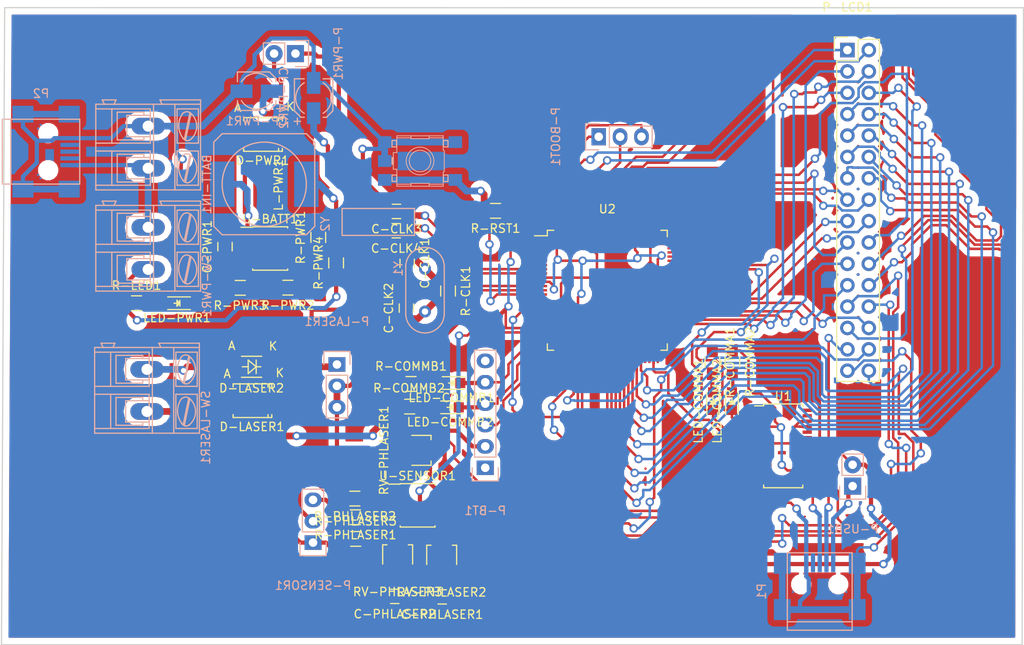
<source format=kicad_pcb>
(kicad_pcb (version 4) (host pcbnew 4.0.5)
  (title_block (title "Fiber-Optic Respirometer Interface") (date 2017-02-01) (rev 5) (company "Optical Lab of Physic Engineering ITS"))
  (layers (0 F.Cu signal) (31 B.Cu signal) (34 B.Paste user hide) (35 F.Paste user hide) (36 B.SilkS user) (37 F.SilkS user) (38 B.Mask user hide) (39 F.Mask user hide) (44 Edge.Cuts user))
  (net 0 "")
  (net 1 "Net-(BATT-IN1-Pad1)")
  (net 2 GND)
  (net 3 "Net-(C-CLK1-Pad1)")
  (net 4 "Net-(C-CLK2-Pad1)")
  (net 5 "Net-(C-CLK3-Pad1)")
  (net 6 "Net-(C-CLK4-Pad1)")
  (net 7 VCC)
  (net 8 /ADC_SENSOR)
  (net 9 "Net-(C-PHLASER2-Pad2)")
  (net 10 "Net-(C-PWR1-Pad1)")
  (net 11 "Net-(CP-PWR1-Pad1)")
  (net 12 "Net-(CP-PWR2-Pad1)")
  (net 13 "Net-(D-LASER1-Pad1)")
  (net 14 "Net-(D-LASER1-Pad2)")
  (net 15 "Net-(D-PWR1-Pad2)")
  (net 16 "Net-(L-PWR1-Pad1)")
  (net 17 "Net-(LED-PWR1-Pad2)")
  (net 18 "Net-(P-BOOT1-Pad2)")
  (net 19 VDD)
  (net 20 /LCD_RST)
  (net 21 /LCD_D15)
  (net 22 /LCD_D14)
  (net 23 /LCD_D13)
  (net 24 /LCD_D12)
  (net 25 /LCD_D11)
  (net 26 /LCD_D10)
  (net 27 /LCD_D9)
  (net 28 /LCD_D8)
  (net 29 /LCD_D7)
  (net 30 /LCD_D6)
  (net 31 /LCD_D5)
  (net 32 /LCD_D4)
  (net 33 /LCD_D3)
  (net 34 /LCD_D2)
  (net 35 /LCD_D1)
  (net 36 /LCD_D0)
  (net 37 /LCD_RD)
  (net 38 /LCD_WR)
  (net 39 /LCD_RS)
  (net 40 /LCD_CS)
  (net 41 /TIN_TCK)
  (net 42 /TIN_CS)
  (net 43 /TIN_MOSI)
  (net 44 /TIN_MISO)
  (net 45 /TIN_INT)
  (net 46 /LCD_BL)
  (net 47 /PC2)
  (net 48 "Net-(P-SENSOR1-Pad2)")
  (net 49 "Net-(P-SENSOR1-Pad3)")
  (net 50 "Net-(P1-Pad2)")
  (net 51 "Net-(P1-Pad3)")
  (net 52 "Net-(P1-Pad4)")
  (net 53 "Net-(P2-Pad2)")
  (net 54 "Net-(P2-Pad3)")
  (net 55 "Net-(P2-Pad4)")
  (net 56 "Net-(R-PHLASER1-Pad1)")
  (net 57 "Net-(R-PWR1-Pad2)")
  (net 58 "Net-(R-PWR2-Pad2)")
  (net 59 "Net-(R-RST1-Pad2)")
  (net 60 "Net-(RV-PHLASER1-Pad1)")
  (net 61 "Net-(RV-PHLASER1-Pad3)")
  (net 62 "Net-(RV-PHLASER1-Pad2)")
  (net 63 "Net-(RV-PHLASER2-Pad2)")
  (net 64 "Net-(RV-PHLASER3-Pad1)")
  (net 65 /TX)
  (net 66 "Net-(U1-Pad2)")
  (net 67 "Net-(U1-Pad3)")
  (net 68 /RX)
  (net 69 "Net-(U1-Pad6)")
  (net 70 "Net-(U1-Pad9)")
  (net 71 "Net-(U1-Pad10)")
  (net 72 "Net-(U1-Pad11)")
  (net 73 "Net-(U1-Pad12)")
  (net 74 "Net-(U1-Pad13)")
  (net 75 "Net-(U1-Pad14)")
  (net 76 "Net-(U1-Pad19)")
  (net 77 "Net-(U1-Pad22)")
  (net 78 "Net-(U1-Pad23)")
  (net 79 "Net-(U1-Pad27)")
  (net 80 "Net-(U1-Pad28)")
  (net 81 "Net-(U2-Pad1)")
  (net 82 "Net-(U2-Pad2)")
  (net 83 "Net-(U2-Pad3)")
  (net 84 "Net-(U2-Pad4)")
  (net 85 "Net-(U2-Pad5)")
  (net 86 "Net-(U2-Pad6)")
  (net 87 "Net-(U2-Pad7)")
  (net 88 "Net-(U2-Pad15)")
  (net 89 "Net-(U2-Pad16)")
  (net 90 "Net-(U2-Pad18)")
  (net 91 "Net-(U2-Pad20)")
  (net 92 "Net-(U2-Pad21)")
  (net 93 "Net-(U2-Pad24)")
  (net 94 "Net-(U2-Pad29)")
  (net 95 "Net-(U2-Pad33)")
  (net 96 "Net-(U2-Pad34)")
  (net 97 "Net-(U2-Pad35)")
  (net 98 "Net-(U2-Pad36)")
  (net 99 "Net-(U2-Pad47)")
  (net 100 "Net-(U2-Pad48)")
  (net 101 "Net-(U2-Pad51)")
  (net 102 "Net-(U2-Pad52)")
  (net 103 "Net-(U2-Pad53)")
  (net 104 "Net-(U2-Pad54)")
  (net 105 "Net-(U2-Pad59)")
  (net 106 "Net-(U2-Pad63)")
  (net 107 "Net-(U2-Pad64)")
  (net 108 "Net-(U2-Pad65)")
  (net 109 "Net-(U2-Pad66)")
  (net 110 "Net-(U2-Pad67)")
  (net 111 "Net-(U2-Pad70)")
  (net 112 "Net-(U2-Pad71)")
  (net 113 "Net-(U2-Pad72)")
  (net 114 "Net-(U2-Pad73)")
  (net 115 "Net-(U2-Pad76)")
  (net 116 "Net-(U2-Pad77)")
  (net 117 "Net-(U2-Pad78)")
  (net 118 "Net-(U2-Pad79)")
  (net 119 "Net-(U2-Pad80)")
  (net 120 "Net-(U2-Pad83)")
  (net 121 "Net-(U2-Pad84)")
  (net 122 "Net-(U2-Pad87)")
  (net 123 "Net-(U2-Pad89)")
  (net 124 "Net-(U2-Pad90)")
  (net 125 "Net-(U2-Pad91)")
  (net 126 "Net-(U2-Pad95)")
  (net 127 "Net-(U2-Pad96)")
  (net 128 "Net-(U2-Pad97)")
  (net 129 /BT_RX)
  (net 130 /BT_TX)
  (net 131 "Net-(P-BT1-Pad1)")
  (net 132 "Net-(P-BT1-Pad6)")
  (net 133 "Net-(LED-COMMA1-Pad2)")
  (net 134 "Net-(LED-COMMA2-Pad2)")
  (net 135 "Net-(LED-COMMB1-Pad2)")
  (net 136 "Net-(LED-COMMB2-Pad2)")
  (net 137 "Net-(P-USB1-Pad1)")
  (module Resistors_SMD:R_0805_HandSoldering (layer F.Cu) (at 109.48 83.57)
    (fp_text reference R-LED1 (at 0 -2.1) (layer F.SilkS))
    (fp_text value 330)
    (pad 1 smd rect (at -1.35 0) (size 1.5 1.3) (layers F.Cu F.Paste F.Mask) (net 12 "Net-(CP-PWR2-Pad1)"))
    (pad 2 smd rect (at 1.35 0) (size 1.5 1.3) (layers F.Cu F.Paste F.Mask) (net 17 "Net-(LED-PWR1-Pad2)"))
  )
  (module Capacitors_SMD:C_0805_HandSoldering (layer F.Cu) (at 141.63 78.83 270)
    (fp_text reference C-CLK1 (at 0 -2.1 270) (layer F.SilkS))
    (fp_text value 22pF)
    (pad 1 smd rect (at -1.25 0 270) (size 1.5 1.25) (layers F.Cu F.Paste F.Mask) (net 3 "Net-(C-CLK1-Pad1)"))
    (pad 2 smd rect (at 1.25 0 270) (size 1.5 1.25) (layers F.Cu F.Paste F.Mask) (net 2 GND))
  )
  (module Capacitors_SMD:C_0805_HandSoldering (layer F.Cu) (at 141.54 84.15 90)
    (fp_text reference C-CLK2 (at 0 -2.1 90) (layer F.SilkS))
    (fp_text value 22pF)
    (pad 1 smd rect (at -1.25 0 90) (size 1.5 1.25) (layers F.Cu F.Paste F.Mask) (net 4 "Net-(C-CLK2-Pad1)"))
    (pad 2 smd rect (at 1.25 0 90) (size 1.5 1.25) (layers F.Cu F.Paste F.Mask) (net 2 GND))
  )
  (module Capacitors_SMD:C_0805_HandSoldering (layer F.Cu) (at 140.36 72.66 180)
    (fp_text reference C-CLK3 (at 0 -2.1 180) (layer F.SilkS))
    (fp_text value 22pF)
    (pad 1 smd rect (at -1.25 0 180) (size 1.5 1.25) (layers F.Cu F.Paste F.Mask) (net 5 "Net-(C-CLK3-Pad1)"))
    (pad 2 smd rect (at 1.25 0 180) (size 1.5 1.25) (layers F.Cu F.Paste F.Mask) (net 2 GND))
  )
  (module Capacitors_SMD:C_0805_HandSoldering (layer F.Cu) (at 140.33 74.96 180)
    (fp_text reference C-CLK4 (at 0 -2.1 180) (layer F.SilkS))
    (fp_text value 22pF)
    (pad 1 smd rect (at -1.25 0 180) (size 1.5 1.25) (layers F.Cu F.Paste F.Mask) (net 6 "Net-(C-CLK4-Pad1)"))
    (pad 2 smd rect (at 1.25 0 180) (size 1.5 1.25) (layers F.Cu F.Paste F.Mask) (net 2 GND))
  )
  (module Capacitors_SMD:C_0805_HandSoldering (layer F.Cu) (at 145.79 118.46 180)
    (fp_text reference C-PHLASER1 (at 0 -2.1 180) (layer F.SilkS))
    (fp_text value 0.1uF)
    (pad 1 smd rect (at -1.25 0 180) (size 1.5 1.25) (layers F.Cu F.Paste F.Mask) (net 7 VCC))
    (pad 2 smd rect (at 1.25 0 180) (size 1.5 1.25) (layers F.Cu F.Paste F.Mask) (net 2 GND))
  )
  (module Capacitors_SMD:C_0805_HandSoldering (layer F.Cu) (at 140.15 118.4 180)
    (fp_text reference C-PHLASER2 (at 0 -2.1 180) (layer F.SilkS))
    (fp_text value 0.1uF)
    (pad 1 smd rect (at -1.25 0 180) (size 1.5 1.25) (layers F.Cu F.Paste F.Mask) (net 8 /ADC_SENSOR))
    (pad 2 smd rect (at 1.25 0 180) (size 1.5 1.25) (layers F.Cu F.Paste F.Mask) (net 9 "Net-(C-PHLASER2-Pad2)"))
  )
  (module Capacitors_SMD:C_0805_HandSoldering (layer F.Cu) (at 119.99 76.85 90)
    (fp_text reference C-PWR1 (at 0 -2.1 90) (layer F.SilkS))
    (fp_text value 1nF)
    (pad 1 smd rect (at -1.25 0 90) (size 1.5 1.25) (layers F.Cu F.Paste F.Mask) (net 10 "Net-(C-PWR1-Pad1)"))
    (pad 2 smd rect (at 1.25 0 90) (size 1.5 1.25) (layers F.Cu F.Paste F.Mask) (net 2 GND))
  )
  (module Capacitors_SMD:c_elec_4x5.3 (layer B.Cu) (at 123.75 58.38 180)
    (fp_text reference CP-PWR1 (at 0 -3.5433 180) (layer B.SilkS) (effects (justify mirror)))
    (fp_text value 100uF)
    (fp_text user + (at -2.7686 -2.0066 180) (layer B.SilkS) (effects (justify mirror)))
    (pad 1 smd rect (at -1.8 0) (size 2.6 1.6) (layers B.Cu B.Paste B.Mask) (net 11 "Net-(CP-PWR1-Pad1)"))
    (pad 2 smd rect (at 1.8 0) (size 2.6 1.6) (layers B.Cu B.Paste B.Mask) (net 2 GND))
  )
  (module Capacitors_SMD:c_elec_4x5.3 (layer B.Cu) (at 130.52 59.19 90)
    (fp_text reference CP-PWR2 (at 0 -3.5433 90) (layer B.SilkS) (effects (justify mirror)))
    (fp_text value 10uF)
    (fp_text user + (at -2.7686 -2.0066 90) (layer B.SilkS) (effects (justify mirror)))
    (pad 1 smd rect (at -1.8 0 270) (size 2.6 1.6) (layers B.Cu B.Paste B.Mask) (net 12 "Net-(CP-PWR2-Pad1)"))
    (pad 2 smd rect (at 1.8 0 270) (size 2.6 1.6) (layers B.Cu B.Paste B.Mask) (net 2 GND))
  )
  (module Diodes_SMD:SMB_Standard (layer F.Cu) (at 123.24884 95.15 180)
    (fp_text reference D-LASER1 (at 0.05 -3.1 180) (layer F.SilkS))
    (fp_text value D)
    (fp_text user K (at -3.25 3.3 180) (layer F.SilkS))
    (fp_text user A (at 3 3.2 180) (layer F.SilkS))
    (pad 1 smd rect (at -2.14884 0 180) (size 2.49936 2.30124) (layers F.Cu F.Paste F.Mask) (net 13 "Net-(D-LASER1-Pad1)"))
    (pad 2 smd rect (at 2.14884 0 180) (size 2.49936 2.30124) (layers F.Cu F.Paste F.Mask) (net 14 "Net-(D-LASER1-Pad2)"))
  )
  (module Diodes_SMD:MELF_Handsoldering (layer F.Cu) (at 123.14106 91.12 180)
    (fp_text reference D-LASER2 (at 0 -2.54 180) (layer F.SilkS))
    (fp_text value D)
    (fp_text user K (at -2.55 2.45 180) (layer F.SilkS))
    (fp_text user A (at 2.35 2.5 180) (layer F.SilkS))
    (pad 1 smd rect (at -3.40106 0 180) (size 3.50012 2.70002) (layers F.Cu F.Paste F.Mask) (net 13 "Net-(D-LASER1-Pad1)"))
    (pad 2 smd rect (at 3.40106 0 180) (size 3.50012 2.70002) (layers F.Cu F.Paste F.Mask) (net 14 "Net-(D-LASER1-Pad2)"))
  )
  (module Diodes_SMD:SMB_Standard (layer F.Cu) (at 124.49884 63.52 180)
    (fp_text reference D-PWR1 (at 0.05 -3.1 180) (layer F.SilkS))
    (fp_text value D_Schottky)
    (fp_text user K (at -3.25 3.3 180) (layer F.SilkS))
    (fp_text user A (at 3 3.2 180) (layer F.SilkS))
    (pad 1 smd rect (at -2.14884 0 180) (size 2.49936 2.30124) (layers F.Cu F.Paste F.Mask) (net 11 "Net-(CP-PWR1-Pad1)"))
    (pad 2 smd rect (at 2.14884 0 180) (size 2.49936 2.30124) (layers F.Cu F.Paste F.Mask) (net 15 "Net-(D-PWR1-Pad2)"))
  )
  (module Inductors:SELF-WE-PD-XXL (layer B.Cu) (at 124.65 69.43 180)
    (fp_text reference L-PWR1 (at -1.69926 -0.09906 270) (layer F.SilkS))
    (fp_text value 100uH)
    (fp_text user "" (at 0 0 180) (layer B.SilkS) (effects (justify mirror)))
    (fp_text user "" (at 0 0 180) (layer B.SilkS) (effects (justify mirror)))
    (pad 1 smd rect (at -5.00126 0 180) (size 2.90068 5.40004) (layers B.Cu B.Paste B.Mask) (net 16 "Net-(L-PWR1-Pad1)"))
    (pad 2 smd rect (at 5.00126 0 180) (size 2.90068 5.40004) (layers B.Cu B.Paste B.Mask) (net 15 "Net-(D-PWR1-Pad2)"))
  )
  (module LEDs:LED_0805 (layer F.Cu) (at 114.27902 83.57 180)
    (fp_text reference LED-PWR1 (at 0 -1.75 180) (layer F.SilkS))
    (fp_text value LED)
    (pad 2 smd rect (at 1.04902 0) (size 1.19888 1.19888) (layers F.Cu F.Paste F.Mask) (net 17 "Net-(LED-PWR1-Pad2)"))
    (pad 1 smd rect (at -1.04902 0) (size 1.19888 1.19888) (layers F.Cu F.Paste F.Mask) (net 2 GND))
  )
  (module Pin_Headers:Pin_Header_Straight_1x03 (layer B.Cu) (at 164.39 63.79 270)
    (fp_text reference P-BOOT1 (at 0 5.1 270) (layer B.SilkS) (effects (justify mirror)))
    (fp_text value CONN_01X03)
    (pad 1 thru_hole rect (at 0 0 270) (size 2.032 1.7272) (drill 1.016) (layers *.Cu *.Mask) (net 2 GND))
    (pad 2 thru_hole oval (at 0 -2.54 270) (size 2.032 1.7272) (drill 1.016) (layers *.Cu *.Mask) (net 18 "Net-(P-BOOT1-Pad2)"))
    (pad 3 thru_hole oval (at 0 -5.08 270) (size 2.032 1.7272) (drill 1.016) (layers *.Cu *.Mask) (net 19 VDD))
  )
  (module Pin_Headers:Pin_Header_Straight_2x16 (layer F.Cu) (at 193.94 53.49)
    (fp_text reference P-LCD1 (at 0 -5.1) (layer F.SilkS))
    (fp_text value CONN_02X16)
    (pad 1 thru_hole rect (at 0 0) (size 1.7272 1.7272) (drill 1.016) (layers *.Cu *.Mask) (net 2 GND))
    (pad 2 thru_hole oval (at 2.54 0) (size 1.7272 1.7272) (drill 1.016) (layers *.Cu *.Mask) (net 20 /LCD_RST))
    (pad 3 thru_hole oval (at 0 2.54) (size 1.7272 1.7272) (drill 1.016) (layers *.Cu *.Mask) (net 21 /LCD_D15))
    (pad 4 thru_hole oval (at 2.54 2.54) (size 1.7272 1.7272) (drill 1.016) (layers *.Cu *.Mask) (net 22 /LCD_D14))
    (pad 5 thru_hole oval (at 0 5.08) (size 1.7272 1.7272) (drill 1.016) (layers *.Cu *.Mask) (net 23 /LCD_D13))
    (pad 6 thru_hole oval (at 2.54 5.08) (size 1.7272 1.7272) (drill 1.016) (layers *.Cu *.Mask) (net 24 /LCD_D12))
    (pad 7 thru_hole oval (at 0 7.62) (size 1.7272 1.7272) (drill 1.016) (layers *.Cu *.Mask) (net 25 /LCD_D11))
    (pad 8 thru_hole oval (at 2.54 7.62) (size 1.7272 1.7272) (drill 1.016) (layers *.Cu *.Mask) (net 26 /LCD_D10))
    (pad 9 thru_hole oval (at 0 10.16) (size 1.7272 1.7272) (drill 1.016) (layers *.Cu *.Mask) (net 27 /LCD_D9))
    (pad 10 thru_hole oval (at 2.54 10.16) (size 1.7272 1.7272) (drill 1.016) (layers *.Cu *.Mask) (net 28 /LCD_D8))
    (pad 11 thru_hole oval (at 0 12.7) (size 1.7272 1.7272) (drill 1.016) (layers *.Cu *.Mask) (net 29 /LCD_D7))
    (pad 12 thru_hole oval (at 2.54 12.7) (size 1.7272 1.7272) (drill 1.016) (layers *.Cu *.Mask) (net 30 /LCD_D6))
    (pad 13 thru_hole oval (at 0 15.24) (size 1.7272 1.7272) (drill 1.016) (layers *.Cu *.Mask) (net 31 /LCD_D5))
    (pad 14 thru_hole oval (at 2.54 15.24) (size 1.7272 1.7272) (drill 1.016) (layers *.Cu *.Mask) (net 32 /LCD_D4))
    (pad 15 thru_hole oval (at 0 17.78) (size 1.7272 1.7272) (drill 1.016) (layers *.Cu *.Mask) (net 33 /LCD_D3))
    (pad 16 thru_hole oval (at 2.54 17.78) (size 1.7272 1.7272) (drill 1.016) (layers *.Cu *.Mask) (net 34 /LCD_D2))
    (pad 17 thru_hole oval (at 0 20.32) (size 1.7272 1.7272) (drill 1.016) (layers *.Cu *.Mask) (net 35 /LCD_D1))
    (pad 18 thru_hole oval (at 2.54 20.32) (size 1.7272 1.7272) (drill 1.016) (layers *.Cu *.Mask) (net 36 /LCD_D0))
    (pad 19 thru_hole oval (at 0 22.86) (size 1.7272 1.7272) (drill 1.016) (layers *.Cu *.Mask) (net 37 /LCD_RD))
    (pad 20 thru_hole oval (at 2.54 22.86) (size 1.7272 1.7272) (drill 1.016) (layers *.Cu *.Mask) (net 38 /LCD_WR))
    (pad 21 thru_hole oval (at 0 25.4) (size 1.7272 1.7272) (drill 1.016) (layers *.Cu *.Mask) (net 39 /LCD_RS))
    (pad 22 thru_hole oval (at 2.54 25.4) (size 1.7272 1.7272) (drill 1.016) (layers *.Cu *.Mask) (net 40 /LCD_CS))
    (pad 23 thru_hole oval (at 0 27.94) (size 1.7272 1.7272) (drill 1.016) (layers *.Cu *.Mask) (net 41 /TIN_TCK))
    (pad 24 thru_hole oval (at 2.54 27.94) (size 1.7272 1.7272) (drill 1.016) (layers *.Cu *.Mask) (net 42 /TIN_CS))
    (pad 25 thru_hole oval (at 0 30.48) (size 1.7272 1.7272) (drill 1.016) (layers *.Cu *.Mask) (net 43 /TIN_MOSI))
    (pad 26 thru_hole oval (at 2.54 30.48) (size 1.7272 1.7272) (drill 1.016) (layers *.Cu *.Mask) (net 44 /TIN_MISO))
    (pad 27 thru_hole oval (at 0 33.02) (size 1.7272 1.7272) (drill 1.016) (layers *.Cu *.Mask) (net 45 /TIN_INT))
    (pad 28 thru_hole oval (at 2.54 33.02) (size 1.7272 1.7272) (drill 1.016) (layers *.Cu *.Mask) (net 46 /LCD_BL))
    (pad 29 thru_hole oval (at 0 35.56) (size 1.7272 1.7272) (drill 1.016) (layers *.Cu *.Mask) (net 7 VCC))
    (pad 30 thru_hole oval (at 2.54 35.56) (size 1.7272 1.7272) (drill 1.016) (layers *.Cu *.Mask) (net 47 /PC2))
    (pad 31 thru_hole oval (at 0 38.1) (size 1.7272 1.7272) (drill 1.016) (layers *.Cu *.Mask) (net 19 VDD))
    (pad 32 thru_hole oval (at 2.54 38.1) (size 1.7272 1.7272) (drill 1.016) (layers *.Cu *.Mask) (net 2 GND))
  )
  (module Pin_Headers:Pin_Header_Straight_1x02 (layer B.Cu) (at 128.36 53.91 90)
    (fp_text reference P-PWR1 (at 0 5.1 90) (layer B.SilkS) (effects (justify mirror)))
    (fp_text value CONN_01X02)
    (pad 1 thru_hole rect (at 0 0 90) (size 2.032 2.032) (drill 1.016) (layers *.Cu *.Mask) (net 7 VCC))
    (pad 2 thru_hole oval (at 0 -2.54 90) (size 2.032 2.032) (drill 1.016) (layers *.Cu *.Mask) (net 11 "Net-(CP-PWR1-Pad1)"))
  )
  (module Pin_Headers:Pin_Header_Straight_1x03 (layer B.Cu) (at 130.45 112.01)
    (fp_text reference P-SENSOR1 (at 0 5.1) (layer B.SilkS) (effects (justify mirror)))
    (fp_text value CONN_01X03)
    (pad 1 thru_hole rect (at 0 0) (size 2.032 1.7272) (drill 1.016) (layers *.Cu *.Mask) (net 2 GND))
    (pad 2 thru_hole oval (at 0 -2.54) (size 2.032 1.7272) (drill 1.016) (layers *.Cu *.Mask) (net 48 "Net-(P-SENSOR1-Pad2)"))
    (pad 3 thru_hole oval (at 0 -5.08) (size 2.032 1.7272) (drill 1.016) (layers *.Cu *.Mask) (net 49 "Net-(P-SENSOR1-Pad3)"))
  )
  (module Connect:USB_Mini-B (layer B.Cu) (at 190.64992 117.82026 90)
    (fp_text reference P1 (at 0 -6.90118 90) (layer B.SilkS) (effects (justify mirror)))
    (fp_text value USB_OTG)
    (pad 1 smd rect (at 3.44932 1.6002 90) (size 2.30124 0.50038) (layers B.Cu B.Paste B.Mask) (net 137 "Net-(P-USB1-Pad1)"))
    (pad 2 smd rect (at 3.44932 0.8001 90) (size 2.30124 0.50038) (layers B.Cu B.Paste B.Mask) (net 50 "Net-(P1-Pad2)"))
    (pad 3 smd rect (at 3.44932 0 90) (size 2.30124 0.50038) (layers B.Cu B.Paste B.Mask) (net 51 "Net-(P1-Pad3)"))
    (pad 4 smd rect (at 3.44932 -0.8001 90) (size 2.30124 0.50038) (layers B.Cu B.Paste B.Mask) (net 52 "Net-(P1-Pad4)"))
    (pad 5 smd rect (at 3.44932 -1.6002 90) (size 2.30124 0.50038) (layers B.Cu B.Paste B.Mask) (net 2 GND))
    (pad 6 smd rect (at 3.35026 4.45008 90) (size 2.49936 1.99898) (layers B.Cu B.Paste B.Mask) (net 2 GND))
    (pad 6 smd rect (at -2.14884 4.45008 90) (size 2.49936 1.99898) (layers B.Cu B.Paste B.Mask) (net 2 GND))
    (pad 6 smd rect (at 3.35026 -4.45008 90) (size 2.49936 1.99898) (layers B.Cu B.Paste B.Mask) (net 2 GND))
    (pad 6 smd rect (at -2.14884 -4.45008 90) (size 2.49936 1.99898) (layers B.Cu B.Paste B.Mask) (net 2 GND))
    (pad "" np_thru_hole circle (at 0.8509 2.19964 90) (size 0.89916 0.89916) (drill 0.89916) (layers *.Cu *.Mask))
    (pad "" np_thru_hole circle (at 0.8509 -2.19964 90) (size 0.89916 0.89916) (drill 0.89916) (layers *.Cu *.Mask))
  )
  (module Connect:USB_Mini-B (layer B.Cu) (at 98.1291 65.55964)
    (fp_text reference P2 (at 0 -6.90118) (layer B.SilkS) (effects (justify mirror)))
    (fp_text value USB_OTG)
    (pad 1 smd rect (at 3.44932 1.6002) (size 2.30124 0.50038) (layers B.Cu B.Paste B.Mask) (net 1 "Net-(BATT-IN1-Pad1)"))
    (pad 2 smd rect (at 3.44932 0.8001) (size 2.30124 0.50038) (layers B.Cu B.Paste B.Mask) (net 53 "Net-(P2-Pad2)"))
    (pad 3 smd rect (at 3.44932 0) (size 2.30124 0.50038) (layers B.Cu B.Paste B.Mask) (net 54 "Net-(P2-Pad3)"))
    (pad 4 smd rect (at 3.44932 -0.8001) (size 2.30124 0.50038) (layers B.Cu B.Paste B.Mask) (net 55 "Net-(P2-Pad4)"))
    (pad 5 smd rect (at 3.44932 -1.6002) (size 2.30124 0.50038) (layers B.Cu B.Paste B.Mask) (net 2 GND))
    (pad 6 smd rect (at 3.35026 4.45008) (size 2.49936 1.99898) (layers B.Cu B.Paste B.Mask) (net 2 GND))
    (pad 6 smd rect (at -2.14884 4.45008) (size 2.49936 1.99898) (layers B.Cu B.Paste B.Mask) (net 2 GND))
    (pad 6 smd rect (at 3.35026 -4.45008) (size 2.49936 1.99898) (layers B.Cu B.Paste B.Mask) (net 2 GND))
    (pad 6 smd rect (at -2.14884 -4.45008) (size 2.49936 1.99898) (layers B.Cu B.Paste B.Mask) (net 2 GND))
    (pad "" np_thru_hole circle (at 0.8509 2.19964) (size 0.89916 0.89916) (drill 0.89916) (layers *.Cu *.Mask))
    (pad "" np_thru_hole circle (at 0.8509 -2.19964) (size 0.89916 0.89916) (drill 0.89916) (layers *.Cu *.Mask))
  )
  (module Resistors_SMD:R_0805_HandSoldering (layer F.Cu) (at 146.49 82.12 270)
    (fp_text reference R-CLK1 (at 0 -2.1 270) (layer F.SilkS))
    (fp_text value 1K)
    (pad 1 smd rect (at -1.35 0 270) (size 1.5 1.3) (layers F.Cu F.Paste F.Mask) (net 3 "Net-(C-CLK1-Pad1)"))
    (pad 2 smd rect (at 1.35 0 270) (size 1.5 1.3) (layers F.Cu F.Paste F.Mask) (net 4 "Net-(C-CLK2-Pad1)"))
  )
  (module Resistors_SMD:R_0805_HandSoldering (layer F.Cu) (at 135.48 109 180)
    (fp_text reference R-PHLASER1 (at 0 -2.1 180) (layer F.SilkS))
    (fp_text value 100K)
    (pad 1 smd rect (at -1.35 0 180) (size 1.5 1.3) (layers F.Cu F.Paste F.Mask) (net 56 "Net-(R-PHLASER1-Pad1)"))
    (pad 2 smd rect (at 1.35 0 180) (size 1.5 1.3) (layers F.Cu F.Paste F.Mask) (net 49 "Net-(P-SENSOR1-Pad3)"))
  )
  (module Resistors_SMD:R_0805_HandSoldering (layer F.Cu) (at 135.42 106.78 180)
    (fp_text reference R-PHLASER2 (at 0 -2.1 180) (layer F.SilkS))
    (fp_text value 100K)
    (pad 1 smd rect (at -1.35 0 180) (size 1.5 1.3) (layers F.Cu F.Paste F.Mask) (net 9 "Net-(C-PHLASER2-Pad2)"))
    (pad 2 smd rect (at 1.35 0 180) (size 1.5 1.3) (layers F.Cu F.Paste F.Mask) (net 48 "Net-(P-SENSOR1-Pad2)"))
  )
  (module Resistors_SMD:R_0805_HandSoldering (layer F.Cu) (at 135.52 111.57)
    (fp_text reference R-PHLASER3 (at 0 -2.1) (layer F.SilkS))
    (fp_text value 100K)
    (pad 1 smd rect (at -1.35 0) (size 1.5 1.3) (layers F.Cu F.Paste F.Mask) (net 56 "Net-(R-PHLASER1-Pad1)"))
    (pad 2 smd rect (at 1.35 0) (size 1.5 1.3) (layers F.Cu F.Paste F.Mask) (net 2 GND))
  )
  (module Resistors_SMD:R_0805_HandSoldering (layer F.Cu) (at 131.07 75.75 90)
    (fp_text reference R-PWR1 (at 0 -2.1 90) (layer F.SilkS))
    (fp_text value 180)
    (pad 1 smd rect (at -1.35 0 90) (size 1.5 1.3) (layers F.Cu F.Paste F.Mask) (net 16 "Net-(L-PWR1-Pad1)"))
    (pad 2 smd rect (at 1.35 0 90) (size 1.5 1.3) (layers F.Cu F.Paste F.Mask) (net 57 "Net-(R-PWR1-Pad2)"))
  )
  (module Resistors_SMD:R_0805_HandSoldering (layer F.Cu) (at 127.46 81.72 180)
    (fp_text reference R-PWR2 (at 0 -2.1 180) (layer F.SilkS))
    (fp_text value 12K)
    (pad 1 smd rect (at -1.35 0 180) (size 1.5 1.3) (layers F.Cu F.Paste F.Mask) (net 7 VCC))
    (pad 2 smd rect (at 1.35 0 180) (size 1.5 1.3) (layers F.Cu F.Paste F.Mask) (net 58 "Net-(R-PWR2-Pad2)"))
  )
  (module Resistors_SMD:R_0805_HandSoldering (layer F.Cu) (at 121.8 81.74 180)
    (fp_text reference R-PWR3 (at 0 -2.1 180) (layer F.SilkS))
    (fp_text value 3K9)
    (pad 1 smd rect (at -1.35 0 180) (size 1.5 1.3) (layers F.Cu F.Paste F.Mask) (net 58 "Net-(R-PWR2-Pad2)"))
    (pad 2 smd rect (at 1.35 0 180) (size 1.5 1.3) (layers F.Cu F.Paste F.Mask) (net 2 GND))
  )
  (module Resistors_SMD:R_0805_HandSoldering (layer F.Cu) (at 133.19 78.78 90)
    (fp_text reference R-PWR4 (at 0 -2.1 90) (layer F.SilkS))
    (fp_text value 180)
    (pad 1 smd rect (at -1.35 0 90) (size 1.5 1.3) (layers F.Cu F.Paste F.Mask) (net 12 "Net-(CP-PWR2-Pad1)"))
    (pad 2 smd rect (at 1.35 0 90) (size 1.5 1.3) (layers F.Cu F.Paste F.Mask) (net 16 "Net-(L-PWR1-Pad1)"))
  )
  (module Resistors_SMD:R_0805_HandSoldering (layer F.Cu) (at 152.13 72.59 180)
    (fp_text reference R-RST1 (at 0 -2.1 180) (layer F.SilkS))
    (fp_text value 4k7)
    (pad 1 smd rect (at -1.35 0 180) (size 1.5 1.3) (layers F.Cu F.Paste F.Mask) (net 19 VDD))
    (pad 2 smd rect (at 1.35 0 180) (size 1.5 1.3) (layers F.Cu F.Paste F.Mask) (net 59 "Net-(R-RST1-Pad2)"))
  )
  (module Potentiometers:Potentiometer_Trimmer-EVM3E (layer F.Cu) (at 142.715 101.05 270)
    (fp_text reference RV-PHLASER1 (at 0 3.835 270) (layer F.SilkS))
    (fp_text value 100K)
    (pad 1 smd rect (at -1.4 1.625 270) (size 1.2 1.2) (layers F.Cu F.Paste F.Mask) (net 60 "Net-(RV-PHLASER1-Pad1)"))
    (pad 3 smd rect (at 1.4 1.625 270) (size 1.2 1.2) (layers F.Cu F.Paste F.Mask) (net 61 "Net-(RV-PHLASER1-Pad3)"))
    (pad 2 smd rect (at 0 -1.625 270) (size 1.6 1.5) (layers F.Cu F.Paste F.Mask) (net 62 "Net-(RV-PHLASER1-Pad2)"))
  )
  (module Potentiometers:Potentiometer_Trimmer-EVM3E (layer F.Cu) (at 145.73 114.075)
    (fp_text reference RV-PHLASER2 (at 0 3.835) (layer F.SilkS))
    (fp_text value 100K)
    (pad 1 smd rect (at -1.4 1.625) (size 1.2 1.2) (layers F.Cu F.Paste F.Mask) (net 2 GND))
    (pad 3 smd rect (at 1.4 1.625) (size 1.2 1.2) (layers F.Cu F.Paste F.Mask) (net 7 VCC))
    (pad 2 smd rect (at 0 -1.625) (size 1.6 1.5) (layers F.Cu F.Paste F.Mask) (net 63 "Net-(RV-PHLASER2-Pad2)"))
  )
  (module Potentiometers:Potentiometer_Trimmer-EVM3E (layer F.Cu) (at 140.5 114.03)
    (fp_text reference RV-PHLASER3 (at 0 3.835) (layer F.SilkS))
    (fp_text value 100K)
    (pad 1 smd rect (at -1.4 1.625) (size 1.2 1.2) (layers F.Cu F.Paste F.Mask) (net 64 "Net-(RV-PHLASER3-Pad1)"))
    (pad 3 smd rect (at 1.4 1.625) (size 1.2 1.2) (layers F.Cu F.Paste F.Mask) (net 8 /ADC_SENSOR))
    (pad 2 smd rect (at 0 -1.625) (size 1.6 1.5) (layers F.Cu F.Paste F.Mask) (net 9 "Net-(C-PHLASER2-Pad2)"))
  )
  (module Housings_SSOP:TSSOP-28_4.4x9.7mm_Pitch0.65mm (layer F.Cu) (at 186.31 100.515)
    (fp_text reference U1 (at 0 -5.9) (layer F.SilkS))
    (fp_text value FT232RL)
    (pad 1 smd rect (at -2.85 -4.225) (size 1.1 0.4) (layers F.Cu F.Paste F.Mask) (net 65 /TX))
    (pad 2 smd rect (at -2.85 -3.575) (size 1.1 0.4) (layers F.Cu F.Paste F.Mask) (net 66 "Net-(U1-Pad2)"))
    (pad 3 smd rect (at -2.85 -2.925) (size 1.1 0.4) (layers F.Cu F.Paste F.Mask) (net 67 "Net-(U1-Pad3)"))
    (pad 4 smd rect (at -2.85 -2.275) (size 1.1 0.4) (layers F.Cu F.Paste F.Mask) (net 19 VDD))
    (pad 5 smd rect (at -2.85 -1.625) (size 1.1 0.4) (layers F.Cu F.Paste F.Mask) (net 68 /RX))
    (pad 6 smd rect (at -2.85 -0.975) (size 1.1 0.4) (layers F.Cu F.Paste F.Mask) (net 69 "Net-(U1-Pad6)"))
    (pad 7 smd rect (at -2.85 -0.325) (size 1.1 0.4) (layers F.Cu F.Paste F.Mask) (net 2 GND))
    (pad 8 smd rect (at -2.85 0.325) (size 1.1 0.4) (layers F.Cu F.Paste F.Mask))
    (pad 9 smd rect (at -2.85 0.975) (size 1.1 0.4) (layers F.Cu F.Paste F.Mask) (net 70 "Net-(U1-Pad9)"))
    (pad 10 smd rect (at -2.85 1.625) (size 1.1 0.4) (layers F.Cu F.Paste F.Mask) (net 71 "Net-(U1-Pad10)"))
    (pad 11 smd rect (at -2.85 2.275) (size 1.1 0.4) (layers F.Cu F.Paste F.Mask) (net 72 "Net-(U1-Pad11)"))
    (pad 12 smd rect (at -2.85 2.925) (size 1.1 0.4) (layers F.Cu F.Paste F.Mask) (net 73 "Net-(U1-Pad12)"))
    (pad 13 smd rect (at -2.85 3.575) (size 1.1 0.4) (layers F.Cu F.Paste F.Mask) (net 74 "Net-(U1-Pad13)"))
    (pad 14 smd rect (at -2.85 4.225) (size 1.1 0.4) (layers F.Cu F.Paste F.Mask) (net 75 "Net-(U1-Pad14)"))
    (pad 15 smd rect (at 2.85 4.225) (size 1.1 0.4) (layers F.Cu F.Paste F.Mask) (net 51 "Net-(P1-Pad3)"))
    (pad 16 smd rect (at 2.85 3.575) (size 1.1 0.4) (layers F.Cu F.Paste F.Mask) (net 50 "Net-(P1-Pad2)"))
    (pad 17 smd rect (at 2.85 2.925) (size 1.1 0.4) (layers F.Cu F.Paste F.Mask) (net 19 VDD))
    (pad 18 smd rect (at 2.85 2.275) (size 1.1 0.4) (layers F.Cu F.Paste F.Mask) (net 2 GND))
    (pad 19 smd rect (at 2.85 1.625) (size 1.1 0.4) (layers F.Cu F.Paste F.Mask) (net 76 "Net-(U1-Pad19)"))
    (pad 20 smd rect (at 2.85 0.975) (size 1.1 0.4) (layers F.Cu F.Paste F.Mask) (net 7 VCC))
    (pad 21 smd rect (at 2.85 0.325) (size 1.1 0.4) (layers F.Cu F.Paste F.Mask) (net 2 GND))
    (pad 22 smd rect (at 2.85 -0.325) (size 1.1 0.4) (layers F.Cu F.Paste F.Mask) (net 77 "Net-(U1-Pad22)"))
    (pad 23 smd rect (at 2.85 -0.975) (size 1.1 0.4) (layers F.Cu F.Paste F.Mask) (net 78 "Net-(U1-Pad23)"))
    (pad 24 smd rect (at 2.85 -1.625) (size 1.1 0.4) (layers F.Cu F.Paste F.Mask))
    (pad 25 smd rect (at 2.85 -2.275) (size 1.1 0.4) (layers F.Cu F.Paste F.Mask) (net 2 GND))
    (pad 26 smd rect (at 2.85 -2.925) (size 1.1 0.4) (layers F.Cu F.Paste F.Mask) (net 2 GND))
    (pad 27 smd rect (at 2.85 -3.575) (size 1.1 0.4) (layers F.Cu F.Paste F.Mask) (net 79 "Net-(U1-Pad27)"))
    (pad 28 smd rect (at 2.85 -4.225) (size 1.1 0.4) (layers F.Cu F.Paste F.Mask) (net 80 "Net-(U1-Pad28)"))
  )
  (module Housings_QFP:LQFP-100_14x14mm_Pitch0.5mm (layer F.Cu) (at 165.41 82.03)
    (fp_text reference U2 (at 0 -9.65) (layer F.SilkS))
    (fp_text value STM32F103VETx)
    (pad 1 smd rect (at -7.9 -6) (size 1.5 0.28) (layers F.Cu F.Paste F.Mask) (net 81 "Net-(U2-Pad1)"))
    (pad 2 smd rect (at -7.9 -5.5) (size 1.5 0.28) (layers F.Cu F.Paste F.Mask) (net 82 "Net-(U2-Pad2)"))
    (pad 3 smd rect (at -7.9 -5) (size 1.5 0.28) (layers F.Cu F.Paste F.Mask) (net 83 "Net-(U2-Pad3)"))
    (pad 4 smd rect (at -7.9 -4.5) (size 1.5 0.28) (layers F.Cu F.Paste F.Mask) (net 84 "Net-(U2-Pad4)"))
    (pad 5 smd rect (at -7.9 -4) (size 1.5 0.28) (layers F.Cu F.Paste F.Mask) (net 85 "Net-(U2-Pad5)"))
    (pad 6 smd rect (at -7.9 -3.5) (size 1.5 0.28) (layers F.Cu F.Paste F.Mask) (net 86 "Net-(U2-Pad6)"))
    (pad 7 smd rect (at -7.9 -3) (size 1.5 0.28) (layers F.Cu F.Paste F.Mask) (net 87 "Net-(U2-Pad7)"))
    (pad 8 smd rect (at -7.9 -2.5) (size 1.5 0.28) (layers F.Cu F.Paste F.Mask) (net 5 "Net-(C-CLK3-Pad1)"))
    (pad 9 smd rect (at -7.9 -2) (size 1.5 0.28) (layers F.Cu F.Paste F.Mask) (net 6 "Net-(C-CLK4-Pad1)"))
    (pad 10 smd rect (at -7.9 -1.5) (size 1.5 0.28) (layers F.Cu F.Paste F.Mask) (net 2 GND))
    (pad 11 smd rect (at -7.9 -1) (size 1.5 0.28) (layers F.Cu F.Paste F.Mask) (net 19 VDD))
    (pad 12 smd rect (at -7.9 -0.5) (size 1.5 0.28) (layers F.Cu F.Paste F.Mask) (net 3 "Net-(C-CLK1-Pad1)"))
    (pad 13 smd rect (at -7.9 0) (size 1.5 0.28) (layers F.Cu F.Paste F.Mask) (net 4 "Net-(C-CLK2-Pad1)"))
    (pad 14 smd rect (at -7.9 0.5) (size 1.5 0.28) (layers F.Cu F.Paste F.Mask) (net 59 "Net-(R-RST1-Pad2)"))
    (pad 15 smd rect (at -7.9 1) (size 1.5 0.28) (layers F.Cu F.Paste F.Mask) (net 88 "Net-(U2-Pad15)"))
    (pad 16 smd rect (at -7.9 1.5) (size 1.5 0.28) (layers F.Cu F.Paste F.Mask) (net 89 "Net-(U2-Pad16)"))
    (pad 17 smd rect (at -7.9 2) (size 1.5 0.28) (layers F.Cu F.Paste F.Mask) (net 47 /PC2))
    (pad 18 smd rect (at -7.9 2.5) (size 1.5 0.28) (layers F.Cu F.Paste F.Mask) (net 90 "Net-(U2-Pad18)"))
    (pad 19 smd rect (at -7.9 3) (size 1.5 0.28) (layers F.Cu F.Paste F.Mask) (net 2 GND))
    (pad 20 smd rect (at -7.9 3.5) (size 1.5 0.28) (layers F.Cu F.Paste F.Mask) (net 91 "Net-(U2-Pad20)"))
    (pad 21 smd rect (at -7.9 4) (size 1.5 0.28) (layers F.Cu F.Paste F.Mask) (net 92 "Net-(U2-Pad21)"))
    (pad 22 smd rect (at -7.9 4.5) (size 1.5 0.28) (layers F.Cu F.Paste F.Mask) (net 19 VDD))
    (pad 23 smd rect (at -7.9 5) (size 1.5 0.28) (layers F.Cu F.Paste F.Mask) (net 8 /ADC_SENSOR))
    (pad 24 smd rect (at -7.9 5.5) (size 1.5 0.28) (layers F.Cu F.Paste F.Mask) (net 93 "Net-(U2-Pad24)"))
    (pad 25 smd rect (at -7.9 6) (size 1.5 0.28) (layers F.Cu F.Paste F.Mask) (net 129 /BT_RX))
    (pad 26 smd rect (at -6 7.9 90) (size 1.5 0.28) (layers F.Cu F.Paste F.Mask) (net 130 /BT_TX))
    (pad 27 smd rect (at -5.5 7.9 90) (size 1.5 0.28) (layers F.Cu F.Paste F.Mask) (net 2 GND))
    (pad 28 smd rect (at -5 7.9 90) (size 1.5 0.28) (layers F.Cu F.Paste F.Mask) (net 19 VDD))
    (pad 29 smd rect (at -4.5 7.9 90) (size 1.5 0.28) (layers F.Cu F.Paste F.Mask) (net 94 "Net-(U2-Pad29)"))
    (pad 30 smd rect (at -4 7.9 90) (size 1.5 0.28) (layers F.Cu F.Paste F.Mask) (net 41 /TIN_TCK))
    (pad 31 smd rect (at -3.5 7.9 90) (size 1.5 0.28) (layers F.Cu F.Paste F.Mask) (net 44 /TIN_MISO))
    (pad 32 smd rect (at -3 7.9 90) (size 1.5 0.28) (layers F.Cu F.Paste F.Mask) (net 43 /TIN_MOSI))
    (pad 33 smd rect (at -2.5 7.9 90) (size 1.5 0.28) (layers F.Cu F.Paste F.Mask) (net 95 "Net-(U2-Pad33)"))
    (pad 34 smd rect (at -2 7.9 90) (size 1.5 0.28) (layers F.Cu F.Paste F.Mask) (net 96 "Net-(U2-Pad34)"))
    (pad 35 smd rect (at -1.5 7.9 90) (size 1.5 0.28) (layers F.Cu F.Paste F.Mask) (net 97 "Net-(U2-Pad35)"))
    (pad 36 smd rect (at -1 7.9 90) (size 1.5 0.28) (layers F.Cu F.Paste F.Mask) (net 98 "Net-(U2-Pad36)"))
    (pad 37 smd rect (at -0.5 7.9 90) (size 1.5 0.28) (layers F.Cu F.Paste F.Mask) (net 2 GND))
    (pad 38 smd rect (at 0 7.9 90) (size 1.5 0.28) (layers F.Cu F.Paste F.Mask) (net 32 /LCD_D4))
    (pad 39 smd rect (at 0.5 7.9 90) (size 1.5 0.28) (layers F.Cu F.Paste F.Mask) (net 31 /LCD_D5))
    (pad 40 smd rect (at 1 7.9 90) (size 1.5 0.28) (layers F.Cu F.Paste F.Mask) (net 30 /LCD_D6))
    (pad 41 smd rect (at 1.5 7.9 90) (size 1.5 0.28) (layers F.Cu F.Paste F.Mask) (net 29 /LCD_D7))
    (pad 42 smd rect (at 2 7.9 90) (size 1.5 0.28) (layers F.Cu F.Paste F.Mask) (net 28 /LCD_D8))
    (pad 43 smd rect (at 2.5 7.9 90) (size 1.5 0.28) (layers F.Cu F.Paste F.Mask) (net 27 /LCD_D9))
    (pad 44 smd rect (at 3 7.9 90) (size 1.5 0.28) (layers F.Cu F.Paste F.Mask) (net 26 /LCD_D10))
    (pad 45 smd rect (at 3.5 7.9 90) (size 1.5 0.28) (layers F.Cu F.Paste F.Mask) (net 25 /LCD_D11))
    (pad 46 smd rect (at 4 7.9 90) (size 1.5 0.28) (layers F.Cu F.Paste F.Mask) (net 24 /LCD_D12))
    (pad 47 smd rect (at 4.5 7.9 90) (size 1.5 0.28) (layers F.Cu F.Paste F.Mask) (net 99 "Net-(U2-Pad47)"))
    (pad 48 smd rect (at 5 7.9 90) (size 1.5 0.28) (layers F.Cu F.Paste F.Mask) (net 100 "Net-(U2-Pad48)"))
    (pad 49 smd rect (at 5.5 7.9 90) (size 1.5 0.28) (layers F.Cu F.Paste F.Mask) (net 2 GND))
    (pad 50 smd rect (at 6 7.9 90) (size 1.5 0.28) (layers F.Cu F.Paste F.Mask) (net 19 VDD))
    (pad 51 smd rect (at 7.9 6) (size 1.5 0.28) (layers F.Cu F.Paste F.Mask) (net 101 "Net-(U2-Pad51)"))
    (pad 52 smd rect (at 7.9 5.5) (size 1.5 0.28) (layers F.Cu F.Paste F.Mask) (net 102 "Net-(U2-Pad52)"))
    (pad 53 smd rect (at 7.9 5) (size 1.5 0.28) (layers F.Cu F.Paste F.Mask) (net 103 "Net-(U2-Pad53)"))
    (pad 54 smd rect (at 7.9 4.5) (size 1.5 0.28) (layers F.Cu F.Paste F.Mask) (net 104 "Net-(U2-Pad54)"))
    (pad 55 smd rect (at 7.9 4) (size 1.5 0.28) (layers F.Cu F.Paste F.Mask) (net 23 /LCD_D13))
    (pad 56 smd rect (at 7.9 3.5) (size 1.5 0.28) (layers F.Cu F.Paste F.Mask) (net 22 /LCD_D14))
    (pad 57 smd rect (at 7.9 3) (size 1.5 0.28) (layers F.Cu F.Paste F.Mask) (net 21 /LCD_D15))
    (pad 58 smd rect (at 7.9 2.5) (size 1.5 0.28) (layers F.Cu F.Paste F.Mask) (net 39 /LCD_RS))
    (pad 59 smd rect (at 7.9 2) (size 1.5 0.28) (layers F.Cu F.Paste F.Mask) (net 105 "Net-(U2-Pad59)"))
    (pad 60 smd rect (at 7.9 1.5) (size 1.5 0.28) (layers F.Cu F.Paste F.Mask) (net 46 /LCD_BL))
    (pad 61 smd rect (at 7.9 1) (size 1.5 0.28) (layers F.Cu F.Paste F.Mask) (net 36 /LCD_D0))
    (pad 62 smd rect (at 7.9 0.5) (size 1.5 0.28) (layers F.Cu F.Paste F.Mask) (net 35 /LCD_D1))
    (pad 63 smd rect (at 7.9 0) (size 1.5 0.28) (layers F.Cu F.Paste F.Mask) (net 106 "Net-(U2-Pad63)"))
    (pad 64 smd rect (at 7.9 -0.5) (size 1.5 0.28) (layers F.Cu F.Paste F.Mask) (net 107 "Net-(U2-Pad64)"))
    (pad 65 smd rect (at 7.9 -1) (size 1.5 0.28) (layers F.Cu F.Paste F.Mask) (net 108 "Net-(U2-Pad65)"))
    (pad 66 smd rect (at 7.9 -1.5) (size 1.5 0.28) (layers F.Cu F.Paste F.Mask) (net 109 "Net-(U2-Pad66)"))
    (pad 67 smd rect (at 7.9 -2) (size 1.5 0.28) (layers F.Cu F.Paste F.Mask) (net 110 "Net-(U2-Pad67)"))
    (pad 68 smd rect (at 7.9 -2.5) (size 1.5 0.28) (layers F.Cu F.Paste F.Mask) (net 68 /RX))
    (pad 69 smd rect (at 7.9 -3) (size 1.5 0.28) (layers F.Cu F.Paste F.Mask) (net 65 /TX))
    (pad 70 smd rect (at 7.9 -3.5) (size 1.5 0.28) (layers F.Cu F.Paste F.Mask) (net 111 "Net-(U2-Pad70)"))
    (pad 71 smd rect (at 7.9 -4) (size 1.5 0.28) (layers F.Cu F.Paste F.Mask) (net 112 "Net-(U2-Pad71)"))
    (pad 72 smd rect (at 7.9 -4.5) (size 1.5 0.28) (layers F.Cu F.Paste F.Mask) (net 113 "Net-(U2-Pad72)"))
    (pad 73 smd rect (at 7.9 -5) (size 1.5 0.28) (layers F.Cu F.Paste F.Mask) (net 114 "Net-(U2-Pad73)"))
    (pad 74 smd rect (at 7.9 -5.5) (size 1.5 0.28) (layers F.Cu F.Paste F.Mask) (net 2 GND))
    (pad 75 smd rect (at 7.9 -6) (size 1.5 0.28) (layers F.Cu F.Paste F.Mask) (net 19 VDD))
    (pad 76 smd rect (at 6 -7.9 90) (size 1.5 0.28) (layers F.Cu F.Paste F.Mask) (net 115 "Net-(U2-Pad76)"))
    (pad 77 smd rect (at 5.5 -7.9 90) (size 1.5 0.28) (layers F.Cu F.Paste F.Mask) (net 116 "Net-(U2-Pad77)"))
    (pad 78 smd rect (at 5 -7.9 90) (size 1.5 0.28) (layers F.Cu F.Paste F.Mask) (net 117 "Net-(U2-Pad78)"))
    (pad 79 smd rect (at 4.5 -7.9 90) (size 1.5 0.28) (layers F.Cu F.Paste F.Mask) (net 118 "Net-(U2-Pad79)"))
    (pad 80 smd rect (at 4 -7.9 90) (size 1.5 0.28) (layers F.Cu F.Paste F.Mask) (net 119 "Net-(U2-Pad80)"))
    (pad 81 smd rect (at 3.5 -7.9 90) (size 1.5 0.28) (layers F.Cu F.Paste F.Mask) (net 34 /LCD_D2))
    (pad 82 smd rect (at 3 -7.9 90) (size 1.5 0.28) (layers F.Cu F.Paste F.Mask) (net 33 /LCD_D3))
    (pad 83 smd rect (at 2.5 -7.9 90) (size 1.5 0.28) (layers F.Cu F.Paste F.Mask) (net 120 "Net-(U2-Pad83)"))
    (pad 84 smd rect (at 2 -7.9 90) (size 1.5 0.28) (layers F.Cu F.Paste F.Mask) (net 121 "Net-(U2-Pad84)"))
    (pad 85 smd rect (at 1.5 -7.9 90) (size 1.5 0.28) (layers F.Cu F.Paste F.Mask) (net 37 /LCD_RD))
    (pad 86 smd rect (at 1 -7.9 90) (size 1.5 0.28) (layers F.Cu F.Paste F.Mask) (net 38 /LCD_WR))
    (pad 87 smd rect (at 0.5 -7.9 90) (size 1.5 0.28) (layers F.Cu F.Paste F.Mask) (net 122 "Net-(U2-Pad87)"))
    (pad 88 smd rect (at 0 -7.9 90) (size 1.5 0.28) (layers F.Cu F.Paste F.Mask) (net 40 /LCD_CS))
    (pad 89 smd rect (at -0.5 -7.9 90) (size 1.5 0.28) (layers F.Cu F.Paste F.Mask) (net 123 "Net-(U2-Pad89)"))
    (pad 90 smd rect (at -1 -7.9 90) (size 1.5 0.28) (layers F.Cu F.Paste F.Mask) (net 124 "Net-(U2-Pad90)"))
    (pad 91 smd rect (at -1.5 -7.9 90) (size 1.5 0.28) (layers F.Cu F.Paste F.Mask) (net 125 "Net-(U2-Pad91)"))
    (pad 92 smd rect (at -2 -7.9 90) (size 1.5 0.28) (layers F.Cu F.Paste F.Mask) (net 45 /TIN_INT))
    (pad 93 smd rect (at -2.5 -7.9 90) (size 1.5 0.28) (layers F.Cu F.Paste F.Mask) (net 42 /TIN_CS))
    (pad 94 smd rect (at -3 -7.9 90) (size 1.5 0.28) (layers F.Cu F.Paste F.Mask) (net 18 "Net-(P-BOOT1-Pad2)"))
    (pad 95 smd rect (at -3.5 -7.9 90) (size 1.5 0.28) (layers F.Cu F.Paste F.Mask) (net 126 "Net-(U2-Pad95)"))
    (pad 96 smd rect (at -4 -7.9 90) (size 1.5 0.28) (layers F.Cu F.Paste F.Mask) (net 127 "Net-(U2-Pad96)"))
    (pad 97 smd rect (at -4.5 -7.9 90) (size 1.5 0.28) (layers F.Cu F.Paste F.Mask) (net 128 "Net-(U2-Pad97)"))
    (pad 98 smd rect (at -5 -7.9 90) (size 1.5 0.28) (layers F.Cu F.Paste F.Mask) (net 20 /LCD_RST))
    (pad 99 smd rect (at -5.5 -7.9 90) (size 1.5 0.28) (layers F.Cu F.Paste F.Mask) (net 2 GND))
    (pad 100 smd rect (at -6 -7.9 90) (size 1.5 0.28) (layers F.Cu F.Paste F.Mask) (net 19 VDD))
  )
  (module switch:SKHMPXE010 (layer B.Cu) (at 143.15862 66.6721 180)
    (fp_text reference U5)
    (fp_text value SKHMP*E010_SKHMPXE010)
    (pad 3 smd rect (at -4.19862 -2.2479 180) (size 1.59766 1.39954) (layers B.Cu B.Paste B.Mask) (net 59 "Net-(R-RST1-Pad2)"))
    (pad 4 smd rect (at 4.19862 -2.2479 180) (size 1.59766 1.39954) (layers B.Cu B.Paste B.Mask) (net 59 "Net-(R-RST1-Pad2)"))
    (pad 5 smd rect (at 4.19862 0 180) (size 1.59766 1.39954) (layers B.Cu B.Paste B.Mask) (net 2 GND))
    (pad 2 smd rect (at 4.19862 2.2479 180) (size 1.59766 1.39954) (layers B.Cu B.Paste B.Mask) (net 2 GND))
    (pad 1 smd rect (at -4.19862 2.2479 180) (size 1.59766 1.39954) (layers B.Cu B.Paste B.Mask) (net 2 GND))
  )
  (module Crystals:HC-49V (layer B.Cu) (at 143.75 79.48 270)
    (fp_text reference Y1 (at 0 3.175 270) (layer B.SilkS) (effects (justify mirror)))
    (fp_text value 8MHz)
    (pad 1 thru_hole circle (at 0 0 270) (size 1.4224 1.4224) (drill 0.762) (layers *.Cu *.Mask) (net 3 "Net-(C-CLK1-Pad1)"))
    (pad 2 thru_hole circle (at 5.08 0 270) (size 1.4224 1.4224) (drill 0.762) (layers *.Cu *.Mask) (net 4 "Net-(C-CLK2-Pad1)"))
  )
  (module Crystals:Crystal_Round_Horizontal_3mm (layer B.Cu) (at 143.75 73.9107 270)
    (fp_text reference Y2 (at 0.24892 11.8491 270) (layer B.SilkS) (effects (justify mirror)))
    (fp_text value 32.768kHz)
    (pad 1 thru_hole circle (at -0.7493 0 270) (size 1.00076 1.00076) (drill 0.59944) (layers *.Cu *.Mask) (net 5 "Net-(C-CLK3-Pad1)"))
    (pad 2 thru_hole circle (at 0.7493 0 270) (size 1.00076 1.00076) (drill 0.59944) (layers *.Cu *.Mask) (net 6 "Net-(C-CLK4-Pad1)"))
  )
  (module Pin_Headers:Pin_Header_Straight_1x06 (layer B.Cu) (at 150.91 103.12)
    (fp_text reference P-BT1 (at 0 5.1) (layer B.SilkS) (effects (justify mirror)))
    (fp_text value CONN_01X06)
    (pad 1 thru_hole rect (at 0 0) (size 2.032 1.7272) (drill 1.016) (layers *.Cu *.Mask) (net 131 "Net-(P-BT1-Pad1)"))
    (pad 2 thru_hole oval (at 0 -2.54) (size 2.032 1.7272) (drill 1.016) (layers *.Cu *.Mask) (net 19 VDD))
    (pad 3 thru_hole oval (at 0 -5.08) (size 2.032 1.7272) (drill 1.016) (layers *.Cu *.Mask) (net 2 GND))
    (pad 4 thru_hole oval (at 0 -7.62) (size 2.032 1.7272) (drill 1.016) (layers *.Cu *.Mask) (net 130 /BT_TX))
    (pad 5 thru_hole oval (at 0 -10.16) (size 2.032 1.7272) (drill 1.016) (layers *.Cu *.Mask) (net 129 /BT_RX))
    (pad 6 thru_hole oval (at 0 -12.7) (size 2.032 1.7272) (drill 1.016) (layers *.Cu *.Mask) (net 132 "Net-(P-BT1-Pad6)"))
  )
  (module Pin_Headers:Pin_Header_Straight_1x03 (layer B.Cu) (at 133.29 90.85 180)
    (fp_text reference P-LASER1 (at 0 5.1 180) (layer B.SilkS) (effects (justify mirror)))
    (fp_text value CONN_01X03)
    (pad 1 thru_hole rect (at 0 0 180) (size 2.032 1.7272) (drill 1.016) (layers *.Cu *.Mask) (net 13 "Net-(D-LASER1-Pad1)"))
    (pad 2 thru_hole oval (at 0 -2.54 180) (size 2.032 1.7272) (drill 1.016) (layers *.Cu *.Mask) (net 2 GND))
    (pad 3 thru_hole oval (at 0 -5.08 180) (size 2.032 1.7272) (drill 1.016) (layers *.Cu *.Mask) (net 2 GND))
  )
  (module Housings_SOIC:SOIC-8_3.9x4.9mm_Pitch1.27mm (layer F.Cu) (at 125.36 77.065)
    (fp_text reference U-BATT1 (at 0 -3.5) (layer F.SilkS))
    (fp_text value MC33063/MC34063D_SO08)
    (pad 1 smd rect (at -2.7 -1.905) (size 1.55 0.6) (layers F.Cu F.Paste F.Mask) (net 15 "Net-(D-PWR1-Pad2)"))
    (pad 2 smd rect (at -2.7 -0.635) (size 1.55 0.6) (layers F.Cu F.Paste F.Mask) (net 2 GND))
    (pad 3 smd rect (at -2.7 0.635) (size 1.55 0.6) (layers F.Cu F.Paste F.Mask) (net 10 "Net-(C-PWR1-Pad1)"))
    (pad 4 smd rect (at -2.7 1.905) (size 1.55 0.6) (layers F.Cu F.Paste F.Mask) (net 2 GND))
    (pad 5 smd rect (at 2.7 1.905) (size 1.55 0.6) (layers F.Cu F.Paste F.Mask) (net 58 "Net-(R-PWR2-Pad2)"))
    (pad 6 smd rect (at 2.7 0.635) (size 1.55 0.6) (layers F.Cu F.Paste F.Mask) (net 12 "Net-(CP-PWR2-Pad1)"))
    (pad 7 smd rect (at 2.7 -0.635) (size 1.55 0.6) (layers F.Cu F.Paste F.Mask) (net 16 "Net-(L-PWR1-Pad1)"))
    (pad 8 smd rect (at 2.7 -1.905) (size 1.55 0.6) (layers F.Cu F.Paste F.Mask) (net 57 "Net-(R-PWR1-Pad2)"))
  )
  (module Housings_SOIC:SOIC-8_3.9x4.9mm_Pitch1.27mm (layer F.Cu) (at 142.87 107.585)
    (fp_text reference U-SENSOR1 (at 0 -3.5) (layer F.SilkS))
    (fp_text value AD620)
    (pad 1 smd rect (at -2.7 -1.905) (size 1.55 0.6) (layers F.Cu F.Paste F.Mask) (net 60 "Net-(RV-PHLASER1-Pad1)"))
    (pad 2 smd rect (at -2.7 -0.635) (size 1.55 0.6) (layers F.Cu F.Paste F.Mask) (net 9 "Net-(C-PHLASER2-Pad2)"))
    (pad 3 smd rect (at -2.7 0.635) (size 1.55 0.6) (layers F.Cu F.Paste F.Mask) (net 56 "Net-(R-PHLASER1-Pad1)"))
    (pad 4 smd rect (at -2.7 1.905) (size 1.55 0.6) (layers F.Cu F.Paste F.Mask) (net 2 GND))
    (pad 5 smd rect (at 2.7 1.905) (size 1.55 0.6) (layers F.Cu F.Paste F.Mask) (net 63 "Net-(RV-PHLASER2-Pad2)"))
    (pad 6 smd rect (at 2.7 0.635) (size 1.55 0.6) (layers F.Cu F.Paste F.Mask) (net 8 /ADC_SENSOR))
    (pad 7 smd rect (at 2.7 -0.635) (size 1.55 0.6) (layers F.Cu F.Paste F.Mask) (net 7 VCC))
    (pad 8 smd rect (at 2.7 -1.905) (size 1.55 0.6) (layers F.Cu F.Paste F.Mask) (net 62 "Net-(RV-PHLASER1-Pad2)"))
  )
  (module LEDs:LED_0805 (layer F.Cu) (at 177.98 95.19902 90)
    (fp_text reference LED-COMMA1 (at 0 -1.75 90) (layer F.SilkS))
    (fp_text value LED)
    (pad 2 smd rect (at 1.04902 0 270) (size 1.19888 1.19888) (layers F.Cu F.Paste F.Mask) (net 133 "Net-(LED-COMMA1-Pad2)"))
    (pad 1 smd rect (at -1.04902 0 270) (size 1.19888 1.19888) (layers F.Cu F.Paste F.Mask) (net 68 /RX))
  )
  (module LEDs:LED_0805 (layer F.Cu) (at 180.22 95.19902 90)
    (fp_text reference LED-COMMA2 (at 0 -1.75 90) (layer F.SilkS))
    (fp_text value LED)
    (pad 2 smd rect (at 1.04902 0 270) (size 1.19888 1.19888) (layers F.Cu F.Paste F.Mask) (net 134 "Net-(LED-COMMA2-Pad2)"))
    (pad 1 smd rect (at -1.04902 0 270) (size 1.19888 1.19888) (layers F.Cu F.Paste F.Mask) (net 65 /TX))
  )
  (module LEDs:LED_0805 (layer F.Cu) (at 146.9 93.05 180)
    (fp_text reference LED-COMMB1 (at 0 -1.75 180) (layer F.SilkS))
    (fp_text value LED)
    (pad 2 smd rect (at 1.04902 0) (size 1.19888 1.19888) (layers F.Cu F.Paste F.Mask) (net 135 "Net-(LED-COMMB1-Pad2)"))
    (pad 1 smd rect (at -1.04902 0) (size 1.19888 1.19888) (layers F.Cu F.Paste F.Mask) (net 129 /BT_RX))
  )
  (module LEDs:LED_0805 (layer F.Cu) (at 146.71902 95.94 180)
    (fp_text reference LED-COMMB2 (at 0 -1.75 180) (layer F.SilkS))
    (fp_text value LED)
    (pad 2 smd rect (at 1.04902 0) (size 1.19888 1.19888) (layers F.Cu F.Paste F.Mask) (net 136 "Net-(LED-COMMB2-Pad2)"))
    (pad 1 smd rect (at -1.04902 0) (size 1.19888 1.19888) (layers F.Cu F.Paste F.Mask) (net 130 /BT_TX))
  )
  (module Resistors_SMD:R_0805_HandSoldering (layer F.Cu) (at 177.89 90.59 270)
    (fp_text reference R-COMMA1 (at 0 -2.1 270) (layer F.SilkS))
    (fp_text value 330)
    (pad 1 smd rect (at -1.35 0 270) (size 1.5 1.3) (layers F.Cu F.Paste F.Mask) (net 19 VDD))
    (pad 2 smd rect (at 1.35 0 270) (size 1.5 1.3) (layers F.Cu F.Paste F.Mask) (net 133 "Net-(LED-COMMA1-Pad2)"))
  )
  (module Resistors_SMD:R_0805_HandSoldering (layer F.Cu) (at 180.27 90.54 270)
    (fp_text reference R-COMMA2 (at 0 -2.1 270) (layer F.SilkS))
    (fp_text value 330)
    (pad 1 smd rect (at -1.35 0 270) (size 1.5 1.3) (layers F.Cu F.Paste F.Mask) (net 19 VDD))
    (pad 2 smd rect (at 1.35 0 270) (size 1.5 1.3) (layers F.Cu F.Paste F.Mask) (net 134 "Net-(LED-COMMA2-Pad2)"))
  )
  (module Resistors_SMD:R_0805_HandSoldering (layer F.Cu) (at 142.09 93.16)
    (fp_text reference R-COMMB1 (at 0 -2.1) (layer F.SilkS))
    (fp_text value 330)
    (pad 1 smd rect (at -1.35 0) (size 1.5 1.3) (layers F.Cu F.Paste F.Mask) (net 19 VDD))
    (pad 2 smd rect (at 1.35 0) (size 1.5 1.3) (layers F.Cu F.Paste F.Mask) (net 135 "Net-(LED-COMMB1-Pad2)"))
  )
  (module Resistors_SMD:R_0805_HandSoldering (layer F.Cu) (at 141.93 95.85)
    (fp_text reference R-COMMB2 (at -0.08 -2.19) (layer F.SilkS))
    (fp_text value 330)
    (pad 1 smd rect (at -1.35 0) (size 1.5 1.3) (layers F.Cu F.Paste F.Mask) (net 19 VDD))
    (pad 2 smd rect (at 1.35 0) (size 1.5 1.3) (layers F.Cu F.Paste F.Mask) (net 136 "Net-(LED-COMMB2-Pad2)"))
  )
  (module Connect:AK300-2 (layer B.Cu) (at 110.86 67.53 90)
    (fp_text reference BATT-IN1 (at -1.92 6.985 90) (layer B.SilkS) (effects (justify mirror)))
    (fp_text value CONN_01X02)
    (pad 1 thru_hole oval (at 0 0 90) (size 1.9812 3.9624) (drill 1.3208) (layers *.Cu B.Paste B.Mask) (net 1 "Net-(BATT-IN1-Pad1)"))
    (pad 2 thru_hole oval (at 5 0 90) (size 1.9812 3.9624) (drill 1.3208) (layers *.Cu B.Paste B.Mask) (net 2 GND))
  )
  (module Connect:AK300-2 (layer B.Cu) (at 110.72 96.43 90)
    (fp_text reference SW-LASER1 (at -1.92 6.985 90) (layer B.SilkS) (effects (justify mirror)))
    (fp_text value SW_Push)
    (pad 1 thru_hole oval (at 0 0 90) (size 1.9812 3.9624) (drill 1.3208) (layers *.Cu B.Paste B.Mask) (net 19 VDD))
    (pad 2 thru_hole oval (at 5 0 90) (size 1.9812 3.9624) (drill 1.3208) (layers *.Cu B.Paste B.Mask) (net 14 "Net-(D-LASER1-Pad2)"))
  )
  (module Connect:AK300-2 (layer B.Cu) (at 110.86 79.55 90)
    (fp_text reference SW-PWR1 (at -1.92 6.985 90) (layer B.SilkS) (effects (justify mirror)))
    (fp_text value SW_Push)
    (pad 1 thru_hole oval (at 0 0 90) (size 1.9812 3.9624) (drill 1.3208) (layers *.Cu B.Paste B.Mask) (net 12 "Net-(CP-PWR2-Pad1)"))
    (pad 2 thru_hole oval (at 5 0 90) (size 1.9812 3.9624) (drill 1.3208) (layers *.Cu B.Paste B.Mask) (net 1 "Net-(BATT-IN1-Pad1)"))
  )
  (module Pin_Headers:Pin_Header_Straight_1x02 (layer B.Cu) (at 194.56 105.3)
    (fp_text reference P-USB1 (at 0 5.1) (layer B.SilkS) (effects (justify mirror)))
    (fp_text value CONN_01X02)
    (pad 1 thru_hole rect (at 0 0) (size 2.032 2.032) (drill 1.016) (layers *.Cu *.Mask) (net 137 "Net-(P-USB1-Pad1)"))
    (pad 2 thru_hole oval (at 0 -2.54) (size 2.032 2.032) (drill 1.016) (layers *.Cu *.Mask) (net 7 VCC))
  )
  (gr_line (start 93.43 124.14) (end 93.81 48.45) (layer Edge.Cuts) (width 0.15))
  (gr_line (start 214.7 124.14) (end 93.43 124.14) (layer Edge.Cuts) (width 0.15))
  (gr_line (start 214.86 48.46) (end 214.7 124.14) (layer Edge.Cuts) (width 0.15))
  (gr_line (start 93.81 48.45) (end 214.86 48.46) (layer Edge.Cuts) (width 0.15))
  (segment (start 110.86 67.53) (end 110.86 74.55) (width 0.8) (layer B.Cu) (net 1))
  (segment (start 101.57842 67.15984) (end 110.48984 67.15984) (width 0.5) (layer B.Cu) (net 1))
  (segment (start 110.48984 67.15984) (end 110.86 67.53) (width 0.5) (layer B.Cu) (net 1))
  (segment (start 163.4 66.52) (end 162.692894 66.52) (width 0.3) (layer F.Cu) (net 2))
  (segment (start 162.692894 66.52) (end 162.106494 67.1064) (width 0.3) (layer F.Cu) (net 2))
  (segment (start 162.106494 67.1064) (end 159.91 67.1064) (width 0.3) (layer F.Cu) (net 2))
  (segment (start 177.81 65.67) (end 164.25 65.67) (width 0.3) (layer B.Cu) (net 2))
  (segment (start 164.25 65.67) (end 163.4 66.52) (width 0.3) (layer B.Cu) (net 2))
  (via (at 163.4 66.52) (size 1) (drill 0.6) (layers F.Cu B.Cu) (net 2))
  (segment (start 189.99 53.49) (end 177.81 65.67) (width 0.3) (layer B.Cu) (net 2))
  (segment (start 193.94 53.49) (end 189.99 53.49) (width 0.3) (layer B.Cu) (net 2))
  (segment (start 177.47 97.43) (end 180.23 100.19) (width 0.3) (layer F.Cu) (net 2))
  (segment (start 180.23 100.19) (end 183.46 100.19) (width 0.3) (layer F.Cu) (net 2))
  (segment (start 175.800002 97.43) (end 177.47 97.43) (width 0.3) (layer F.Cu) (net 2))
  (segment (start 172.660001 94.289999) (end 175.800002 97.43) (width 0.3) (layer F.Cu) (net 2))
  (segment (start 172.419999 91.789999) (end 172.660001 92.030001) (width 0.3) (layer F.Cu) (net 2))
  (segment (start 172.660001 92.030001) (end 172.660001 94.289999) (width 0.3) (layer F.Cu) (net 2))
  (segment (start 170.900001 91.579999) (end 171.110001 91.789999) (width 0.3) (layer F.Cu) (net 2))
  (segment (start 171.110001 91.789999) (end 172.419999 91.789999) (width 0.3) (layer F.Cu) (net 2))
  (segment (start 170.91 89.93) (end 170.91 90.7) (width 0.3) (layer F.Cu) (net 2))
  (segment (start 170.91 90.7) (end 170.900001 90.709999) (width 0.3) (layer F.Cu) (net 2))
  (segment (start 170.900001 90.709999) (end 170.900001 91.579999) (width 0.3) (layer F.Cu) (net 2))
  (segment (start 195.42 112.58) (end 195.1 112.9) (width 0.3) (layer B.Cu) (net 2))
  (segment (start 195.1 112.9) (end 195.1 114.47) (width 0.3) (layer B.Cu) (net 2))
  (segment (start 197.09 112.58) (end 195.42 112.58) (width 0.3) (layer B.Cu) (net 2))
  (segment (start 201.770001 106.949999) (end 201.770001 107.861876) (width 0.3) (layer F.Cu) (net 2))
  (via (at 197.09 112.58) (size 1) (drill 0.6) (layers F.Cu B.Cu) (net 2))
  (segment (start 201.770001 107.861876) (end 197.09 112.541877) (width 0.3) (layer F.Cu) (net 2))
  (segment (start 197.09 112.541877) (end 197.09 112.58) (width 0.3) (layer F.Cu) (net 2))
  (segment (start 200.749104 99.099104) (end 201.770001 100.120001) (width 0.3) (layer F.Cu) (net 2))
  (segment (start 201.770001 100.120001) (end 201.770001 106.949999) (width 0.3) (layer F.Cu) (net 2))
  (segment (start 200.049104 99.099104) (end 200.749104 99.099104) (width 0.3) (layer F.Cu) (net 2))
  (segment (start 200.549103 91.348814) (end 200.049104 91.848813) (width 0.3) (layer F.Cu) (net 2))
  (segment (start 200.049104 91.848813) (end 200.049104 99.099104) (width 0.3) (layer F.Cu) (net 2))
  (segment (start 196.928686 93.26) (end 198.637917 93.26) (width 0.3) (layer B.Cu) (net 2))
  (segment (start 198.637917 93.26) (end 200.549103 91.348814) (width 0.3) (layer B.Cu) (net 2))
  (via (at 200.549103 91.348814) (size 1) (drill 0.6) (layers F.Cu B.Cu) (net 2))
  (segment (start 196.48 91.59) (end 196.48 92.811314) (width 0.3) (layer B.Cu) (net 2))
  (segment (start 196.48 92.811314) (end 196.928686 93.26) (width 0.3) (layer B.Cu) (net 2))
  (segment (start 159.91 74.13) (end 159.91 67.1064) (width 0.3) (layer F.Cu) (net 2))
  (segment (start 159.91 67.1064) (end 163.2264 63.79) (width 0.3) (layer F.Cu) (net 2))
  (segment (start 163.2264 63.79) (end 164.39 63.79) (width 0.3) (layer F.Cu) (net 2))
  (segment (start 133.900002 100.899998) (end 133.29 101.51) (width 0.3) (layer F.Cu) (net 2))
  (segment (start 133.29 101.51) (end 133.29 101.96) (width 0.3) (layer F.Cu) (net 2))
  (segment (start 138.01 100.899998) (end 133.900002 100.899998) (width 0.3) (layer F.Cu) (net 2))
  (segment (start 141.65 98.31) (end 140.599998 98.31) (width 0.3) (layer F.Cu) (net 2))
  (segment (start 140.599998 98.31) (end 138.01 100.899998) (width 0.3) (layer F.Cu) (net 2))
  (segment (start 142.65601 99.31601) (end 141.65 98.31) (width 0.3) (layer F.Cu) (net 2))
  (segment (start 147.23 101.949602) (end 147.23 100.58) (width 0.3) (layer F.Cu) (net 2))
  (segment (start 147.23 100.58) (end 145.96601 99.31601) (width 0.3) (layer F.Cu) (net 2))
  (segment (start 145.96601 99.31601) (end 142.65601 99.31601) (width 0.3) (layer F.Cu) (net 2))
  (segment (start 152.19 105.28) (end 150.560398 105.28) (width 0.3) (layer F.Cu) (net 2))
  (segment (start 150.560398 105.28) (end 147.23 101.949602) (width 0.3) (layer F.Cu) (net 2))
  (segment (start 153.06 104.41) (end 152.19 105.28) (width 0.3) (layer F.Cu) (net 2))
  (segment (start 153.06 97.206) (end 153.06 104.41) (width 0.3) (layer F.Cu) (net 2))
  (segment (start 160.62 80.53) (end 164.18 80.53) (width 0.3) (layer F.Cu) (net 2))
  (segment (start 164.18 77.75) (end 164.18 80.53) (width 0.3) (layer F.Cu) (net 2))
  (segment (start 164.18 80.53) (end 166.05 80.53) (width 0.3) (layer F.Cu) (net 2))
  (segment (start 163.15 76.72) (end 164.18 77.75) (width 0.3) (layer F.Cu) (net 2))
  (segment (start 160.44 76.72) (end 163.15 76.72) (width 0.3) (layer F.Cu) (net 2))
  (segment (start 160.44 75.71) (end 160.44 76.72) (width 0.3) (layer F.Cu) (net 2))
  (segment (start 159.91 74.13) (end 159.91 75.18) (width 0.3) (layer F.Cu) (net 2))
  (segment (start 159.91 75.18) (end 160.44 75.71) (width 0.3) (layer F.Cu) (net 2))
  (segment (start 159.91 89.93) (end 159.91 90.98) (width 0.3) (layer F.Cu) (net 2))
  (segment (start 159.91 90.98) (end 159.92 90.99) (width 0.3) (layer F.Cu) (net 2))
  (segment (start 155.941998 92.26) (end 153.06 95.141998) (width 0.3) (layer F.Cu) (net 2))
  (segment (start 153.06 97.206) (end 152.226 98.04) (width 0.3) (layer F.Cu) (net 2))
  (segment (start 159.92 90.99) (end 159.92 91.56) (width 0.3) (layer F.Cu) (net 2))
  (segment (start 159.92 91.56) (end 159.22 92.26) (width 0.3) (layer F.Cu) (net 2))
  (segment (start 159.22 92.26) (end 155.941998 92.26) (width 0.3) (layer F.Cu) (net 2))
  (segment (start 153.06 95.141998) (end 153.06 97.206) (width 0.3) (layer F.Cu) (net 2))
  (segment (start 152.226 98.04) (end 150.91 98.04) (width 0.3) (layer F.Cu) (net 2))
  (segment (start 170.91 89.93) (end 170.91 79.02) (width 0.3) (layer F.Cu) (net 2))
  (segment (start 170.91 79.02) (end 170.53 78.64) (width 0.3) (layer F.Cu) (net 2))
  (segment (start 166.05 80.53) (end 168.64 80.53) (width 0.3) (layer F.Cu) (net 2))
  (segment (start 164.91 89.93) (end 164.91 81.67) (width 0.3) (layer F.Cu) (net 2))
  (segment (start 164.91 81.67) (end 166.05 80.53) (width 0.3) (layer F.Cu) (net 2))
  (segment (start 159.919999 89.140001) (end 159.919999 85.09) (width 0.3) (layer F.Cu) (net 2))
  (segment (start 159.919999 85.09) (end 159.919999 81.230001) (width 0.3) (layer F.Cu) (net 2))
  (segment (start 157.51 85.03) (end 159.859999 85.03) (width 0.3) (layer F.Cu) (net 2))
  (segment (start 159.859999 85.03) (end 159.919999 85.09) (width 0.3) (layer F.Cu) (net 2))
  (segment (start 157.51 80.53) (end 160.62 80.53) (width 0.3) (layer F.Cu) (net 2))
  (segment (start 159.91 89.93) (end 159.91 89.15) (width 0.3) (layer F.Cu) (net 2))
  (segment (start 159.91 89.15) (end 159.919999 89.140001) (width 0.3) (layer F.Cu) (net 2))
  (segment (start 159.919999 81.230001) (end 160.62 80.53) (width 0.3) (layer F.Cu) (net 2))
  (segment (start 170.53 77.04) (end 171.04 76.53) (width 0.3) (layer F.Cu) (net 2))
  (segment (start 171.04 76.53) (end 173.31 76.53) (width 0.3) (layer F.Cu) (net 2))
  (segment (start 170.53 78.64) (end 170.53 77.04) (width 0.3) (layer F.Cu) (net 2))
  (segment (start 168.64 80.53) (end 170.53 78.64) (width 0.3) (layer F.Cu) (net 2))
  (segment (start 131.78 103.47) (end 133.29 101.96) (width 0.5) (layer F.Cu) (net 2))
  (segment (start 133.29 101.96) (end 133.29 95.93) (width 0.5) (layer F.Cu) (net 2))
  (segment (start 129.26 103.47) (end 131.78 103.47) (width 0.5) (layer F.Cu) (net 2))
  (segment (start 127.49 105.24) (end 129.26 103.47) (width 0.5) (layer F.Cu) (net 2))
  (segment (start 127.49 110.566) (end 127.49 105.24) (width 0.5) (layer F.Cu) (net 2))
  (segment (start 130.45 112.01) (end 128.934 112.01) (width 0.5) (layer F.Cu) (net 2))
  (segment (start 128.934 112.01) (end 127.49 110.566) (width 0.5) (layer F.Cu) (net 2))
  (segment (start 139.13 84.07) (end 140.3 82.9) (width 0.5) (layer F.Cu) (net 2))
  (segment (start 140.3 82.9) (end 141.54 82.9) (width 0.5) (layer F.Cu) (net 2))
  (segment (start 139.13 89.066) (end 139.13 84.07) (width 0.5) (layer F.Cu) (net 2))
  (segment (start 133.29 93.39) (end 134.806 93.39) (width 0.5) (layer F.Cu) (net 2))
  (segment (start 134.806 93.39) (end 139.13 89.066) (width 0.5) (layer F.Cu) (net 2))
  (segment (start 189.04972 114.37094) (end 189.04972 111.19094) (width 0.5) (layer B.Cu) (net 2))
  (segment (start 189.04972 111.19094) (end 189.03972 111.18094) (width 0.5) (layer B.Cu) (net 2))
  (segment (start 138.96 66.6721) (end 138.96 65.3) (width 0.8) (layer B.Cu) (net 2))
  (segment (start 138.96 65.3) (end 138.96 64.4242) (width 0.8) (layer B.Cu) (net 2))
  (segment (start 136.33 65.23) (end 138.89 65.23) (width 0.5) (layer B.Cu) (net 2))
  (segment (start 138.89 65.23) (end 138.96 65.3) (width 0.5) (layer B.Cu) (net 2))
  (segment (start 136.37 66.5) (end 136.37 65.27) (width 0.5) (layer F.Cu) (net 2))
  (segment (start 136.37 65.27) (end 136.33 65.23) (width 0.5) (layer F.Cu) (net 2))
  (via (at 136.33 65.23) (size 1) (drill 0.6) (layers F.Cu B.Cu) (net 2))
  (segment (start 136.37 68.795) (end 136.37 66.5) (width 0.5) (layer F.Cu) (net 2))
  (segment (start 139.11 72.66) (end 139.11 71.535) (width 0.5) (layer F.Cu) (net 2))
  (segment (start 139.11 71.535) (end 136.37 68.795) (width 0.5) (layer F.Cu) (net 2))
  (segment (start 130.52 57.39) (end 131.82674 57.39) (width 0.5) (layer B.Cu) (net 2))
  (segment (start 131.82674 57.39) (end 138.86094 64.4242) (width 0.5) (layer B.Cu) (net 2))
  (segment (start 138.86094 64.4242) (end 138.96 64.4242) (width 0.5) (layer B.Cu) (net 2))
  (segment (start 129.58 52.11) (end 130.52 53.05) (width 0.5) (layer B.Cu) (net 2))
  (segment (start 130.52 53.05) (end 130.52 57.39) (width 0.5) (layer B.Cu) (net 2))
  (segment (start 125.450318 52.11) (end 129.58 52.11) (width 0.5) (layer B.Cu) (net 2))
  (segment (start 123.5 55.32) (end 123.5 54.060318) (width 0.5) (layer B.Cu) (net 2))
  (segment (start 123.5 54.060318) (end 125.450318 52.11) (width 0.5) (layer B.Cu) (net 2))
  (segment (start 122.14 56.68) (end 123.5 55.32) (width 0.5) (layer B.Cu) (net 2))
  (segment (start 122.14 56.89) (end 122.14 56.68) (width 0.5) (layer B.Cu) (net 2))
  (segment (start 121.95 58.38) (end 121.95 57.08) (width 0.5) (layer B.Cu) (net 2))
  (segment (start 121.95 57.08) (end 122.14 56.89) (width 0.5) (layer B.Cu) (net 2))
  (segment (start 184.34 100.22) (end 184.78 100.22) (width 0.3) (layer F.Cu) (net 2))
  (segment (start 184.78 100.22) (end 187.34 100.22) (width 0.3) (layer F.Cu) (net 2))
  (segment (start 185.930001 107.270001) (end 184.78 106.12) (width 0.3) (layer F.Cu) (net 2))
  (segment (start 184.78 106.12) (end 184.78 100.22) (width 0.3) (layer F.Cu) (net 2))
  (segment (start 187.89 107.97) (end 187.190001 107.270001) (width 0.3) (layer F.Cu) (net 2))
  (segment (start 187.190001 107.270001) (end 185.930001 107.270001) (width 0.3) (layer F.Cu) (net 2))
  (segment (start 187.53 102.32) (end 187.89 102.68) (width 0.3) (layer F.Cu) (net 2))
  (segment (start 188.1694 108.66) (end 188.1694 108.2494) (width 0.5) (layer B.Cu) (net 2))
  (segment (start 188.1694 108.2494) (end 187.89 107.97) (width 0.5) (layer B.Cu) (net 2))
  (via (at 187.89 107.97) (size 1) (drill 0.6) (layers F.Cu B.Cu) (net 2))
  (segment (start 189.03972 111.18094) (end 189.03972 109.53032) (width 0.5) (layer B.Cu) (net 2))
  (segment (start 189.03972 109.53032) (end 188.1694 108.66) (width 0.5) (layer B.Cu) (net 2))
  (segment (start 193.30051 119.9691) (end 188.31 119.9691) (width 0.8) (layer B.Cu) (net 2))
  (segment (start 188.31 119.9691) (end 186.19984 119.9691) (width 0.8) (layer B.Cu) (net 2))
  (segment (start 189.349861 117.940139) (end 188.31 118.98) (width 0.5) (layer B.Cu) (net 2))
  (segment (start 188.31 118.98) (end 188.31 119.9691) (width 0.5) (layer B.Cu) (net 2))
  (segment (start 189.04972 114.37094) (end 189.04972 116.02156) (width 0.5) (layer B.Cu) (net 2))
  (segment (start 189.04972 116.02156) (end 189.349861 116.321701) (width 0.5) (layer B.Cu) (net 2))
  (segment (start 189.349861 116.321701) (end 189.349861 117.940139) (width 0.5) (layer B.Cu) (net 2))
  (segment (start 195.1 119.9691) (end 193.30051 119.9691) (width 0.8) (layer B.Cu) (net 2))
  (segment (start 195.1 114.47) (end 195.1 119.9691) (width 0.8) (layer B.Cu) (net 2))
  (segment (start 186.19984 114.47) (end 186.19984 119.9691) (width 0.8) (layer B.Cu) (net 2))
  (segment (start 136.805 119.585) (end 136.87 119.52) (width 0.5) (layer F.Cu) (net 2))
  (segment (start 136.87 119.52) (end 136.87 111.57) (width 0.5) (layer F.Cu) (net 2))
  (segment (start 144.54 118.46) (end 144.415 118.46) (width 0.5) (layer F.Cu) (net 2))
  (segment (start 144.415 118.46) (end 143.29 119.585) (width 0.5) (layer F.Cu) (net 2))
  (segment (start 143.29 119.585) (end 136.805 119.585) (width 0.5) (layer F.Cu) (net 2))
  (segment (start 144.54 118.46) (end 144.54 115.91) (width 0.5) (layer F.Cu) (net 2))
  (segment (start 144.54 115.91) (end 144.33 115.7) (width 0.5) (layer F.Cu) (net 2))
  (segment (start 130.45 112.01) (end 131.966 112.01) (width 0.5) (layer F.Cu) (net 2))
  (segment (start 136.87 112.72) (end 136.87 111.57) (width 0.5) (layer F.Cu) (net 2))
  (segment (start 131.966 112.01) (end 133.086 113.13) (width 0.5) (layer F.Cu) (net 2))
  (segment (start 133.086 113.13) (end 136.46 113.13) (width 0.5) (layer F.Cu) (net 2))
  (segment (start 136.46 113.13) (end 136.87 112.72) (width 0.5) (layer F.Cu) (net 2))
  (segment (start 138.1 110.285) (end 137.005 110.285) (width 0.5) (layer F.Cu) (net 2))
  (segment (start 137.005 110.285) (end 136.87 110.42) (width 0.5) (layer F.Cu) (net 2))
  (segment (start 136.87 110.42) (end 136.87 111.57) (width 0.5) (layer F.Cu) (net 2))
  (segment (start 140.17 109.49) (end 138.895 109.49) (width 0.5) (layer F.Cu) (net 2))
  (segment (start 138.895 109.49) (end 138.1 110.285) (width 0.5) (layer F.Cu) (net 2))
  (segment (start 115.32804 83.57) (end 116.42748 83.57) (width 0.5) (layer F.Cu) (net 2))
  (segment (start 116.42748 83.57) (end 117.10748 82.89) (width 0.5) (layer F.Cu) (net 2))
  (segment (start 117.10748 82.89) (end 119.3 82.89) (width 0.5) (layer F.Cu) (net 2))
  (segment (start 133.29 93.39) (end 133.29 95.93) (width 0.8) (layer F.Cu) (net 2))
  (segment (start 121.95 58.38) (end 121.45 58.38) (width 0.8) (layer B.Cu) (net 2))
  (segment (start 121.45 58.38) (end 117.3 62.53) (width 0.8) (layer B.Cu) (net 2))
  (segment (start 117.3 62.53) (end 110.86 62.53) (width 0.8) (layer B.Cu) (net 2))
  (segment (start 119.3 82.89) (end 120.45 81.74) (width 0.5) (layer F.Cu) (net 2))
  (segment (start 114.94 66.45) (end 114.240001 65.750001) (width 0.5) (layer B.Cu) (net 2))
  (segment (start 114.240001 63.428801) (end 113.3412 62.53) (width 0.5) (layer B.Cu) (net 2))
  (segment (start 113.3412 62.53) (end 110.86 62.53) (width 0.5) (layer B.Cu) (net 2))
  (segment (start 114.240001 65.750001) (end 114.240001 63.428801) (width 0.5) (layer B.Cu) (net 2))
  (segment (start 114.74 71.475) (end 114.74 66.65) (width 0.5) (layer F.Cu) (net 2))
  (segment (start 114.74 66.65) (end 114.94 66.45) (width 0.5) (layer F.Cu) (net 2))
  (via (at 114.94 66.45) (size 1) (drill 0.6) (layers F.Cu B.Cu) (net 2))
  (segment (start 119.99 75.6) (end 118.865 75.6) (width 0.5) (layer F.Cu) (net 2))
  (segment (start 118.865 75.6) (end 114.74 71.475) (width 0.5) (layer F.Cu) (net 2))
  (segment (start 106.48056 63.95944) (end 107.91 62.53) (width 0.5) (layer B.Cu) (net 2))
  (segment (start 107.91 62.53) (end 110.86 62.53) (width 0.5) (layer B.Cu) (net 2))
  (segment (start 101.57842 63.95944) (end 106.48056 63.95944) (width 0.5) (layer B.Cu) (net 2))
  (segment (start 95.98026 70.00972) (end 95.98026 68.51023) (width 0.5) (layer B.Cu) (net 2))
  (segment (start 95.98026 68.51023) (end 97.630791 66.859699) (width 0.5) (layer B.Cu) (net 2))
  (segment (start 97.630791 66.859699) (end 97.630791 64.259581) (width 0.5) (layer B.Cu) (net 2))
  (segment (start 101.57842 63.95944) (end 99.711941 63.95944) (width 0.5) (layer B.Cu) (net 2))
  (segment (start 99.711941 63.95944) (end 99.4118 64.259581) (width 0.5) (layer B.Cu) (net 2))
  (segment (start 99.4118 64.259581) (end 97.630791 64.259581) (width 0.5) (layer B.Cu) (net 2))
  (segment (start 97.630791 64.259581) (end 95.98026 62.60905) (width 0.5) (layer B.Cu) (net 2))
  (segment (start 95.98026 62.60905) (end 95.98026 61.10956) (width 0.5) (layer B.Cu) (net 2))
  (segment (start 95.98026 70.00972) (end 101.47936 70.00972) (width 0.8) (layer B.Cu) (net 2))
  (segment (start 95.98026 61.10956) (end 101.47936 61.10956) (width 0.8) (layer B.Cu) (net 2))
  (segment (start 120.45 81.74) (end 120.45 81.18) (width 0.5) (layer F.Cu) (net 2))
  (segment (start 120.45 81.18) (end 122.66 78.97) (width 0.5) (layer F.Cu) (net 2))
  (segment (start 124.41 78.68) (end 124.12 78.97) (width 0.5) (layer F.Cu) (net 2))
  (segment (start 124.12 78.97) (end 122.66 78.97) (width 0.5) (layer F.Cu) (net 2))
  (segment (start 124.41 76.905) (end 124.41 78.68) (width 0.5) (layer F.Cu) (net 2))
  (segment (start 122.66 76.43) (end 123.935 76.43) (width 0.5) (layer F.Cu) (net 2))
  (segment (start 123.935 76.43) (end 124.41 76.905) (width 0.5) (layer F.Cu) (net 2))
  (segment (start 122.66 76.43) (end 120.82 76.43) (width 0.5) (layer F.Cu) (net 2))
  (segment (start 120.82 76.43) (end 119.99 75.6) (width 0.5) (layer F.Cu) (net 2))
  (segment (start 187.53 98.37) (end 187.53 100.41) (width 0.3) (layer F.Cu) (net 2))
  (segment (start 187.53 100.41) (end 187.53 100.87) (width 0.3) (layer F.Cu) (net 2))
  (segment (start 187.34 100.22) (end 187.53 100.41) (width 0.3) (layer F.Cu) (net 2))
  (segment (start 183.46 100.19) (end 184.31 100.19) (width 0.3) (layer F.Cu) (net 2))
  (segment (start 184.31 100.19) (end 184.34 100.22) (width 0.3) (layer F.Cu) (net 2))
  (segment (start 188.31 97.59) (end 187.68 98.22) (width 0.3) (layer F.Cu) (net 2))
  (segment (start 187.68 98.22) (end 187.53 98.37) (width 0.3) (layer F.Cu) (net 2))
  (segment (start 188.31 98.24) (end 188.29 98.22) (width 0.3) (layer F.Cu) (net 2))
  (segment (start 189.16 98.24) (end 188.31 98.24) (width 0.3) (layer F.Cu) (net 2))
  (segment (start 188.29 98.22) (end 187.68 98.22) (width 0.3) (layer F.Cu) (net 2))
  (segment (start 187.53 100.87) (end 187.53 102.32) (width 0.3) (layer F.Cu) (net 2))
  (segment (start 189.16 100.84) (end 187.56 100.84) (width 0.3) (layer F.Cu) (net 2))
  (segment (start 187.56 100.84) (end 187.53 100.87) (width 0.3) (layer F.Cu) (net 2))
  (segment (start 187.53 102.32) (end 188 102.79) (width 0.3) (layer F.Cu) (net 2))
  (segment (start 188 102.79) (end 189.16 102.79) (width 0.3) (layer F.Cu) (net 2))
  (segment (start 189.16 97.59) (end 188.31 97.59) (width 0.3) (layer F.Cu) (net 2))
  (segment (start 147.35724 64.4242) (end 145.75841 64.4242) (width 0.8) (layer B.Cu) (net 2))
  (segment (start 145.75841 64.4242) (end 138.96 64.4242) (width 0.8) (layer B.Cu) (net 2))
  (segment (start 139.08 74.96) (end 139.08 77.53) (width 0.8) (layer F.Cu) (net 2))
  (segment (start 139.08 77.53) (end 141.63 80.08) (width 0.8) (layer F.Cu) (net 2))
  (segment (start 139.11 72.66) (end 139.11 74.93) (width 0.8) (layer F.Cu) (net 2))
  (segment (start 139.11 74.93) (end 139.08 74.96) (width 0.8) (layer F.Cu) (net 2))
  (segment (start 141.54 82.9) (end 141.54 80.17) (width 0.8) (layer F.Cu) (net 2))
  (segment (start 141.54 80.17) (end 141.63 80.08) (width 0.8) (layer F.Cu) (net 2))
  (segment (start 141.63 82.81) (end 141.54 82.9) (width 0.5) (layer F.Cu) (net 2))
  (segment (start 157.51 81.53) (end 156.67 81.53) (width 0.3) (layer F.Cu) (net 3))
  (segment (start 156.67 81.53) (end 156.660001 81.520001) (width 0.3) (layer F.Cu) (net 3))
  (segment (start 156.660001 81.520001) (end 148.190001 81.520001) (width 0.3) (layer F.Cu) (net 3))
  (segment (start 148.190001 81.520001) (end 147.44 80.77) (width 0.3) (layer F.Cu) (net 3))
  (segment (start 147.44 80.77) (end 146.49 80.77) (width 0.3) (layer F.Cu) (net 3))
  (segment (start 141.63 77.58) (end 141.85 77.58) (width 0.8) (layer F.Cu) (net 3))
  (segment (start 141.85 77.58) (end 143.75 79.48) (width 0.8) (layer F.Cu) (net 3))
  (segment (start 146.49 80.77) (end 145.04 80.77) (width 0.8) (layer F.Cu) (net 3))
  (segment (start 145.04 80.77) (end 143.75 79.48) (width 0.8) (layer F.Cu) (net 3))
  (segment (start 149.19 82.03) (end 147.75 83.47) (width 0.3) (layer F.Cu) (net 4))
  (segment (start 147.75 83.47) (end 146.49 83.47) (width 0.3) (layer F.Cu) (net 4))
  (segment (start 157.51 82.03) (end 149.19 82.03) (width 0.3) (layer F.Cu) (net 4))
  (segment (start 141.54 85.4) (end 142.91 85.4) (width 0.8) (layer F.Cu) (net 4))
  (segment (start 142.91 85.4) (end 143.75 84.56) (width 0.8) (layer F.Cu) (net 4))
  (segment (start 146.49 83.47) (end 144.84 83.47) (width 0.8) (layer F.Cu) (net 4))
  (segment (start 144.84 83.47) (end 143.75 84.56) (width 0.8) (layer F.Cu) (net 4))
  (segment (start 148.94 78.25) (end 148.8386 78.25) (width 0.3) (layer F.Cu) (net 5))
  (segment (start 148.8386 78.25) (end 143.75 73.1614) (width 0.3) (layer F.Cu) (net 5))
  (segment (start 148.94 78.97) (end 148.94 78.25) (width 0.3) (layer F.Cu) (net 5))
  (segment (start 149.490001 79.520001) (end 148.94 78.97) (width 0.3) (layer F.Cu) (net 5))
  (segment (start 157.51 79.53) (end 157.500001 79.520001) (width 0.3) (layer F.Cu) (net 5))
  (segment (start 157.500001 79.520001) (end 149.490001 79.520001) (width 0.3) (layer F.Cu) (net 5))
  (segment (start 143.75 73.1614) (end 142.1114 73.1614) (width 0.8) (layer F.Cu) (net 5))
  (segment (start 142.1114 73.1614) (end 141.61 72.66) (width 0.8) (layer F.Cu) (net 5))
  (segment (start 148.500001 80.020001) (end 148.500001 79.410001) (width 0.3) (layer F.Cu) (net 6))
  (segment (start 148.500001 79.410001) (end 143.75 74.66) (width 0.3) (layer F.Cu) (net 6))
  (segment (start 157.51 80.03) (end 156.7 80.03) (width 0.3) (layer F.Cu) (net 6))
  (segment (start 156.7 80.03) (end 156.690001 80.020001) (width 0.3) (layer F.Cu) (net 6))
  (segment (start 156.690001 80.020001) (end 148.500001 80.020001) (width 0.3) (layer F.Cu) (net 6))
  (segment (start 143.75 74.66) (end 141.88 74.66) (width 0.8) (layer F.Cu) (net 6))
  (segment (start 141.88 74.66) (end 141.58 74.96) (width 0.8) (layer F.Cu) (net 6))
  (segment (start 148.21 108.315) (end 148.21 108.48) (width 0.5) (layer F.Cu) (net 7))
  (segment (start 148.21 108.48) (end 148.21 113.52) (width 0.5) (layer F.Cu) (net 7))
  (segment (start 166.100011 111.780011) (end 162.8 108.48) (width 0.5) (layer F.Cu) (net 7))
  (segment (start 162.8 108.48) (end 148.21 108.48) (width 0.5) (layer F.Cu) (net 7))
  (segment (start 171.72 110.96) (end 170.899989 111.780011) (width 0.5) (layer F.Cu) (net 7))
  (segment (start 170.899989 111.780011) (end 166.100011 111.780011) (width 0.5) (layer F.Cu) (net 7))
  (segment (start 176.03 110.96) (end 171.72 110.96) (width 0.5) (layer F.Cu) (net 7))
  (segment (start 179.63 114.56) (end 176.03 110.96) (width 0.5) (layer F.Cu) (net 7))
  (segment (start 198.22 114.56) (end 179.63 114.56) (width 0.5) (layer F.Cu) (net 7))
  (segment (start 198.94 110.867106) (end 198.94 113.84) (width 0.5) (layer B.Cu) (net 7))
  (segment (start 198.94 113.84) (end 198.22 114.56) (width 0.5) (layer B.Cu) (net 7))
  (via (at 198.22 114.56) (size 1) (drill 0.6) (layers F.Cu B.Cu) (net 7))
  (segment (start 196.74 107.96) (end 196.74 108.667106) (width 0.5) (layer B.Cu) (net 7))
  (segment (start 196.74 108.667106) (end 198.94 110.867106) (width 0.5) (layer B.Cu) (net 7))
  (segment (start 194.56 102.76) (end 195.99684 102.76) (width 0.5) (layer F.Cu) (net 7))
  (segment (start 195.99684 102.76) (end 196.74 103.50316) (width 0.5) (layer F.Cu) (net 7))
  (segment (start 196.74 103.50316) (end 196.74 107.96) (width 0.5) (layer F.Cu) (net 7))
  (via (at 196.74 107.96) (size 1) (drill 0.6) (layers F.Cu B.Cu) (net 7))
  (segment (start 189.16 101.49) (end 191.28 101.49) (width 0.3) (layer F.Cu) (net 7))
  (segment (start 191.28 101.49) (end 193.29 101.49) (width 0.3) (layer F.Cu) (net 7))
  (segment (start 191.71 87.71) (end 191.71 101.06) (width 0.3) (layer F.Cu) (net 7))
  (segment (start 191.71 101.06) (end 191.28 101.49) (width 0.3) (layer F.Cu) (net 7))
  (segment (start 193.94 89.05) (end 193.05 89.05) (width 0.3) (layer B.Cu) (net 7))
  (segment (start 193.05 89.05) (end 191.71 87.71) (width 0.3) (layer B.Cu) (net 7))
  (via (at 191.71 87.71) (size 1) (drill 0.6) (layers F.Cu B.Cu) (net 7))
  (segment (start 147.04 118.46) (end 147.04 119.585) (width 0.5) (layer F.Cu) (net 7))
  (segment (start 126.47 112.19) (end 126.47 103.9) (width 0.5) (layer F.Cu) (net 7))
  (segment (start 147.04 119.585) (end 146.33999 120.28501) (width 0.5) (layer F.Cu) (net 7))
  (segment (start 130.28 87.23) (end 130.28 84.34) (width 0.5) (layer F.Cu) (net 7))
  (segment (start 146.33999 120.28501) (end 136.515047 120.28501) (width 0.5) (layer F.Cu) (net 7))
  (segment (start 136.515047 120.28501) (end 135.72 119.489963) (width 0.5) (layer F.Cu) (net 7))
  (segment (start 135.72 119.489963) (end 135.72 114.85) (width 0.5) (layer F.Cu) (net 7))
  (segment (start 110.42 100.66) (end 107.52 97.76) (width 0.5) (layer F.Cu) (net 7))
  (segment (start 135.72 114.85) (end 129.13 114.85) (width 0.5) (layer F.Cu) (net 7))
  (segment (start 123.23 100.66) (end 110.42 100.66) (width 0.5) (layer F.Cu) (net 7))
  (segment (start 129.13 114.85) (end 126.47 112.19) (width 0.5) (layer F.Cu) (net 7))
  (segment (start 107.52 97.76) (end 107.52 91.60207) (width 0.5) (layer F.Cu) (net 7))
  (segment (start 126.47 103.9) (end 123.23 100.66) (width 0.5) (layer F.Cu) (net 7))
  (segment (start 107.52 91.60207) (end 107.51 91.59207) (width 0.5) (layer F.Cu) (net 7))
  (segment (start 107.51 91.59207) (end 107.51 90.23) (width 0.5) (layer F.Cu) (net 7))
  (segment (start 107.51 90.23) (end 108.06 89.68) (width 0.5) (layer F.Cu) (net 7))
  (segment (start 108.06 89.68) (end 116.74 89.68) (width 0.5) (layer F.Cu) (net 7))
  (segment (start 116.74 89.68) (end 118.08 88.34) (width 0.5) (layer F.Cu) (net 7))
  (segment (start 118.08 88.34) (end 129.17 88.34) (width 0.5) (layer F.Cu) (net 7))
  (segment (start 129.17 88.34) (end 130.28 87.23) (width 0.5) (layer F.Cu) (net 7))
  (segment (start 193.29 101.49) (end 194.56 102.76) (width 0.3) (layer F.Cu) (net 7))
  (segment (start 148.21 113.52) (end 147.13 114.6) (width 0.5) (layer F.Cu) (net 7))
  (segment (start 147.13 114.6) (end 147.13 115.7) (width 0.5) (layer F.Cu) (net 7))
  (segment (start 145.57 106.95) (end 146.845 106.95) (width 0.5) (layer F.Cu) (net 7))
  (segment (start 146.845 106.95) (end 148.21 108.315) (width 0.5) (layer F.Cu) (net 7))
  (segment (start 147.04 118.46) (end 147.04 115.79) (width 0.5) (layer F.Cu) (net 7))
  (segment (start 147.04 115.79) (end 147.13 115.7) (width 0.5) (layer F.Cu) (net 7))
  (segment (start 128.81 81.72) (end 128.81 82.87) (width 0.5) (layer F.Cu) (net 7))
  (segment (start 131.67 54.26) (end 130.99 54.26) (width 0.5) (layer F.Cu) (net 7))
  (segment (start 128.81 82.87) (end 130.28 84.34) (width 0.5) (layer F.Cu) (net 7))
  (segment (start 130.28 84.34) (end 134.21 84.34) (width 0.5) (layer F.Cu) (net 7))
  (segment (start 134.21 84.34) (end 136.43 82.12) (width 0.5) (layer F.Cu) (net 7))
  (segment (start 136.43 82.12) (end 136.43 70.47) (width 0.5) (layer F.Cu) (net 7))
  (segment (start 136.43 70.47) (end 133.51 67.55) (width 0.5) (layer F.Cu) (net 7))
  (segment (start 130.64 53.91) (end 128.36 53.91) (width 0.5) (layer F.Cu) (net 7))
  (segment (start 133.51 67.55) (end 133.51 56.1) (width 0.5) (layer F.Cu) (net 7))
  (segment (start 133.51 56.1) (end 131.67 54.26) (width 0.5) (layer F.Cu) (net 7))
  (segment (start 130.99 54.26) (end 130.64 53.91) (width 0.5) (layer F.Cu) (net 7))
  (segment (start 128.71 54.26) (end 128.36 53.91) (width 0.5) (layer B.Cu) (net 7))
  (segment (start 157.51 87.03) (end 156.65 87.03) (width 0.3) (layer F.Cu) (net 8))
  (segment (start 156.65 87.03) (end 156.640001 87.039999) (width 0.3) (layer F.Cu) (net 8))
  (segment (start 156.640001 87.039999) (end 149.15995 87.039999) (width 0.3) (layer F.Cu) (net 8))
  (segment (start 149.15995 87.039999) (end 148.789949 87.41) (width 0.3) (layer F.Cu) (net 8))
  (segment (start 148.789949 87.41) (end 147.8 87.41) (width 0.3) (layer F.Cu) (net 8))
  (segment (start 147.73 88.54) (end 147.73 87.48) (width 0.5) (layer B.Cu) (net 8))
  (segment (start 147.73 87.48) (end 147.8 87.41) (width 0.5) (layer B.Cu) (net 8))
  (via (at 147.8 87.41) (size 1) (drill 0.6) (layers F.Cu B.Cu) (net 8))
  (segment (start 147.73 101.23) (end 147.73 88.54) (width 0.5) (layer B.Cu) (net 8))
  (segment (start 143.1 105.86) (end 147.73 101.23) (width 0.5) (layer B.Cu) (net 8))
  (segment (start 143.15 107.280037) (end 143.15 105.91) (width 0.5) (layer F.Cu) (net 8))
  (segment (start 143.15 105.91) (end 143.1 105.86) (width 0.5) (layer F.Cu) (net 8))
  (via (at 143.1 105.86) (size 1) (drill 0.6) (layers F.Cu B.Cu) (net 8))
  (segment (start 145.57 108.22) (end 144.089963 108.22) (width 0.5) (layer F.Cu) (net 8))
  (segment (start 144.089963 108.22) (end 143.15 107.280037) (width 0.5) (layer F.Cu) (net 8))
  (segment (start 145.57 108.22) (end 144.295 108.22) (width 0.5) (layer F.Cu) (net 8))
  (segment (start 144.295 108.22) (end 141.9 110.615) (width 0.5) (layer F.Cu) (net 8))
  (segment (start 141.9 114.555) (end 141.9 115.655) (width 0.5) (layer F.Cu) (net 8))
  (segment (start 141.9 110.615) (end 141.9 114.555) (width 0.5) (layer F.Cu) (net 8))
  (segment (start 141.9 115.655) (end 141.9 117.9) (width 0.5) (layer F.Cu) (net 8))
  (segment (start 141.9 117.9) (end 141.4 118.4) (width 0.5) (layer F.Cu) (net 8))
  (segment (start 140.17 106.95) (end 141.445 106.95) (width 0.5) (layer F.Cu) (net 9))
  (segment (start 141.445 106.95) (end 141.815 107.32) (width 0.5) (layer F.Cu) (net 9))
  (segment (start 141.815 107.32) (end 142.2 107.32) (width 0.5) (layer F.Cu) (net 9))
  (segment (start 142.2 109.275001) (end 142.2 107.32) (width 0.5) (layer F.Cu) (net 9))
  (segment (start 140.5 112.405) (end 140.5 110.975001) (width 0.5) (layer F.Cu) (net 9))
  (segment (start 140.5 110.975001) (end 142.2 109.275001) (width 0.5) (layer F.Cu) (net 9))
  (segment (start 138.9 118.4) (end 139.025 118.4) (width 0.5) (layer F.Cu) (net 9))
  (segment (start 139.025 118.4) (end 140.5 116.925) (width 0.5) (layer F.Cu) (net 9))
  (segment (start 140.5 116.925) (end 140.5 112.405) (width 0.5) (layer F.Cu) (net 9))
  (segment (start 140.17 106.95) (end 136.94 106.95) (width 0.5) (layer F.Cu) (net 9))
  (segment (start 136.94 106.95) (end 136.77 106.78) (width 0.5) (layer F.Cu) (net 9))
  (segment (start 122.66 77.7) (end 120.39 77.7) (width 0.5) (layer F.Cu) (net 10))
  (segment (start 120.39 77.7) (end 119.99 78.1) (width 0.5) (layer F.Cu) (net 10))
  (segment (start 126.64768 57.26768) (end 125.82 56.44) (width 0.5) (layer F.Cu) (net 11))
  (segment (start 125.82 56.44) (end 125.82 53.91) (width 0.5) (layer F.Cu) (net 11))
  (segment (start 126.64768 63.52) (end 126.64768 57.26768) (width 0.5) (layer F.Cu) (net 11))
  (segment (start 125.55 54.18) (end 125.82 53.91) (width 0.8) (layer B.Cu) (net 11))
  (segment (start 124.5 60.78) (end 124.5 59.43) (width 0.8) (layer B.Cu) (net 11))
  (segment (start 124.5 59.43) (end 125.55 58.38) (width 0.8) (layer B.Cu) (net 11))
  (segment (start 126.0583 60.98) (end 124.7 60.98) (width 0.8) (layer F.Cu) (net 11))
  (via (at 124.5 60.78) (size 1) (drill 0.6) (layers F.Cu B.Cu) (net 11))
  (segment (start 124.7 60.98) (end 124.5 60.78) (width 0.8) (layer F.Cu) (net 11))
  (segment (start 126.64768 63.52) (end 126.64768 61.56938) (width 0.8) (layer F.Cu) (net 11))
  (segment (start 126.64768 61.56938) (end 126.0583 60.98) (width 0.8) (layer F.Cu) (net 11))
  (segment (start 109.54 85.59) (end 120.1 85.59) (width 0.5) (layer B.Cu) (net 12))
  (segment (start 120.1 85.59) (end 121.55 84.14) (width 0.5) (layer B.Cu) (net 12))
  (segment (start 108.13 83.57) (end 108.13 84.18) (width 0.5) (layer F.Cu) (net 12))
  (via (at 109.54 85.59) (size 1) (drill 0.6) (layers F.Cu B.Cu) (net 12))
  (segment (start 108.13 84.18) (end 109.54 85.59) (width 0.5) (layer F.Cu) (net 12))
  (segment (start 108.13 83.57) (end 108.13 81.2894) (width 0.5) (layer F.Cu) (net 12))
  (segment (start 108.13 81.2894) (end 109.8694 79.55) (width 0.5) (layer F.Cu) (net 12))
  (segment (start 109.8694 79.55) (end 110.86 79.55) (width 0.5) (layer F.Cu) (net 12))
  (segment (start 130.52 60.99) (end 130.52 63.23) (width 0.8) (layer B.Cu) (net 12))
  (segment (start 130.52 63.23) (end 131.73 64.44) (width 0.8) (layer B.Cu) (net 12))
  (segment (start 132.22 65.71) (end 132.22 64.93) (width 0.5) (layer F.Cu) (net 12))
  (segment (start 132.22 64.93) (end 131.73 64.44) (width 0.5) (layer F.Cu) (net 12))
  (via (at 131.73 64.44) (size 1) (drill 0.6) (layers F.Cu B.Cu) (net 12))
  (segment (start 132.22 68.18) (end 132.22 65.71) (width 0.5) (layer F.Cu) (net 12))
  (segment (start 134.98 70.94) (end 132.22 68.18) (width 0.5) (layer F.Cu) (net 12))
  (segment (start 134.98 79.49) (end 134.98 70.94) (width 0.5) (layer F.Cu) (net 12))
  (segment (start 133.19 80.13) (end 134.34 80.13) (width 0.5) (layer F.Cu) (net 12))
  (segment (start 134.34 80.13) (end 134.98 79.49) (width 0.5) (layer F.Cu) (net 12))
  (segment (start 133.22 82.8) (end 133.19 82.77) (width 0.5) (layer F.Cu) (net 12))
  (segment (start 133.19 82.77) (end 133.19 81.86) (width 0.5) (layer F.Cu) (net 12))
  (segment (start 121.55 84.14) (end 131.88 84.14) (width 0.5) (layer B.Cu) (net 12))
  (segment (start 131.88 84.14) (end 133.22 82.8) (width 0.5) (layer B.Cu) (net 12))
  (via (at 133.22 82.8) (size 1) (drill 0.6) (layers F.Cu B.Cu) (net 12))
  (segment (start 133.19 81.86) (end 133.19 80.13) (width 0.5) (layer F.Cu) (net 12))
  (segment (start 121.55 84.14) (end 121.73 84.14) (width 0.5) (layer B.Cu) (net 12))
  (segment (start 133.19 80.13) (end 132.04 80.13) (width 0.5) (layer F.Cu) (net 12))
  (segment (start 132.04 80.13) (end 129.61 77.7) (width 0.5) (layer F.Cu) (net 12))
  (segment (start 129.61 77.7) (end 129.335 77.7) (width 0.5) (layer F.Cu) (net 12))
  (segment (start 129.335 77.7) (end 128.06 77.7) (width 0.5) (layer F.Cu) (net 12))
  (segment (start 126.54212 91.12) (end 133.02 91.12) (width 0.8) (layer F.Cu) (net 13))
  (segment (start 133.02 91.12) (end 133.29 90.85) (width 0.8) (layer F.Cu) (net 13))
  (segment (start 125.39768 95.15) (end 125.39768 92.26444) (width 0.8) (layer F.Cu) (net 13))
  (segment (start 125.39768 92.26444) (end 126.54212 91.12) (width 0.8) (layer F.Cu) (net 13))
  (segment (start 110.72 91.43) (end 114.91 91.43) (width 0.8) (layer B.Cu) (net 14))
  (segment (start 114.91 91.43) (end 115.05 91.57) (width 0.8) (layer B.Cu) (net 14))
  (segment (start 115.05 91.57) (end 114.91 91.43) (width 0.8) (layer F.Cu) (net 14))
  (via (at 115.05 91.57) (size 1) (drill 0.6) (layers F.Cu B.Cu) (net 14))
  (segment (start 110.86 91.57) (end 110.72 91.43) (width 0.8) (layer B.Cu) (net 14))
  (segment (start 119.74 91.12) (end 115.5 91.12) (width 0.8) (layer F.Cu) (net 14))
  (segment (start 115.5 91.12) (end 115.05 91.57) (width 0.8) (layer F.Cu) (net 14))
  (segment (start 121.1 95.15) (end 121.1 92.48) (width 0.8) (layer F.Cu) (net 14))
  (segment (start 121.1 92.48) (end 119.74 91.12) (width 0.8) (layer F.Cu) (net 14))
  (segment (start 122.35 63.52) (end 122.35 72.76) (width 0.5) (layer F.Cu) (net 15))
  (segment (start 122.35 72.76) (end 122.75 73.16) (width 0.5) (layer F.Cu) (net 15))
  (segment (start 122.75 73.16) (end 122.75 72.170051) (width 0.5) (layer B.Cu) (net 15))
  (segment (start 122.75 72.170051) (end 122.63 72.050051) (width 0.5) (layer B.Cu) (net 15))
  (segment (start 122.63 72.050051) (end 122.63 71.73) (width 0.5) (layer B.Cu) (net 15))
  (segment (start 122.66 75.16) (end 122.66 73.25) (width 0.5) (layer F.Cu) (net 15))
  (segment (start 122.66 73.25) (end 122.75 73.16) (width 0.5) (layer F.Cu) (net 15))
  (via (at 122.75 73.16) (size 1) (drill 0.6) (layers F.Cu B.Cu) (net 15))
  (segment (start 122.63 70.16092) (end 122.63 71.73) (width 0.8) (layer B.Cu) (net 15))
  (segment (start 119.64874 69.43) (end 121.89908 69.43) (width 0.8) (layer B.Cu) (net 15))
  (segment (start 121.89908 69.43) (end 122.63 70.16092) (width 0.8) (layer B.Cu) (net 15))
  (segment (start 129.65126 69.43) (end 131.19 69.43) (width 0.8) (layer B.Cu) (net 16))
  (segment (start 131.19 69.43) (end 132.86 71.1) (width 0.8) (layer B.Cu) (net 16))
  (segment (start 133.19 77.43) (end 133.19 71.43) (width 0.5) (layer F.Cu) (net 16))
  (segment (start 133.19 71.43) (end 132.86 71.1) (width 0.5) (layer F.Cu) (net 16))
  (via (at 132.86 71.1) (size 1) (drill 0.6) (layers F.Cu B.Cu) (net 16))
  (segment (start 133.19 77.43) (end 131.4 77.43) (width 0.5) (layer F.Cu) (net 16))
  (segment (start 131.4 77.43) (end 131.07 77.1) (width 0.5) (layer F.Cu) (net 16))
  (segment (start 128.06 76.43) (end 130.4 76.43) (width 0.5) (layer F.Cu) (net 16))
  (segment (start 130.4 76.43) (end 131.07 77.1) (width 0.5) (layer F.Cu) (net 16))
  (segment (start 128.06 76.43) (end 128.535 76.43) (width 0.5) (layer F.Cu) (net 16))
  (segment (start 113.23 83.57) (end 110.83 83.57) (width 0.5) (layer F.Cu) (net 17))
  (segment (start 162.41 71.36) (end 166.93 66.84) (width 0.3) (layer F.Cu) (net 18))
  (segment (start 166.93 66.84) (end 166.93 63.79) (width 0.3) (layer F.Cu) (net 18))
  (segment (start 162.41 74.13) (end 162.41 71.36) (width 0.3) (layer F.Cu) (net 18))
  (segment (start 193.56 109.95) (end 194.77 109.95) (width 0.3) (layer F.Cu) (net 19))
  (segment (start 194.77 109.95) (end 196.96 109.95) (width 0.3) (layer F.Cu) (net 19))
  (segment (start 194.06 109.95) (end 194.77 109.95) (width 0.3) (layer F.Cu) (net 19))
  (segment (start 187.03 109.95) (end 194.06 109.95) (width 0.3) (layer F.Cu) (net 19))
  (segment (start 186.18 109.1) (end 187.03 109.95) (width 0.3) (layer F.Cu) (net 19))
  (segment (start 186.2 112.13) (end 186.2 109.12) (width 0.3) (layer B.Cu) (net 19))
  (segment (start 186.2 109.12) (end 186.18 109.1) (width 0.3) (layer B.Cu) (net 19))
  (via (at 186.18 109.1) (size 1) (drill 0.6) (layers F.Cu B.Cu) (net 19))
  (segment (start 178.41288 111.89) (end 185.96 111.89) (width 0.3) (layer F.Cu) (net 19))
  (segment (start 185.96 111.89) (end 186.2 112.13) (width 0.3) (layer F.Cu) (net 19))
  (via (at 186.2 112.13) (size 1) (drill 0.6) (layers F.Cu B.Cu) (net 19))
  (segment (start 171.18 109.61) (end 176.13288 109.61) (width 0.3) (layer F.Cu) (net 19))
  (segment (start 176.13288 109.61) (end 178.41288 111.89) (width 0.3) (layer F.Cu) (net 19))
  (segment (start 169.609999 111.180001) (end 171.18 109.61) (width 0.3) (layer F.Cu) (net 19))
  (segment (start 166.24 109.85) (end 167.570001 111.180001) (width 0.3) (layer F.Cu) (net 19))
  (segment (start 167.570001 111.180001) (end 169.609999 111.180001) (width 0.3) (layer F.Cu) (net 19))
  (segment (start 160.65 104.18) (end 166.24 109.77) (width 0.3) (layer F.Cu) (net 19))
  (segment (start 166.24 109.77) (end 166.24 109.85) (width 0.3) (layer F.Cu) (net 19))
  (segment (start 160.65 100.18) (end 160.65 104.18) (width 0.3) (layer F.Cu) (net 19))
  (segment (start 159.08 98.61) (end 160.65 100.18) (width 0.3) (layer F.Cu) (net 19))
  (segment (start 158.87 95.86) (end 158.87 98.4) (width 0.3) (layer B.Cu) (net 19))
  (segment (start 158.87 98.4) (end 159.08 98.61) (width 0.3) (layer B.Cu) (net 19))
  (via (at 159.08 98.61) (size 1) (drill 0.6) (layers F.Cu B.Cu) (net 19))
  (segment (start 160.42001 93.89999) (end 158.87 95.45) (width 0.3) (layer F.Cu) (net 19))
  (segment (start 158.87 95.45) (end 158.87 95.86) (width 0.3) (layer F.Cu) (net 19))
  (via (at 158.87 95.86) (size 1) (drill 0.6) (layers F.Cu B.Cu) (net 19))
  (segment (start 160.41 89.93) (end 160.41 90.77288) (width 0.3) (layer F.Cu) (net 19))
  (segment (start 160.41 90.77288) (end 160.42001 90.78289) (width 0.3) (layer F.Cu) (net 19))
  (segment (start 160.42001 90.78289) (end 160.42001 93.89999) (width 0.3) (layer F.Cu) (net 19))
  (segment (start 201.52 98.67) (end 201.52 90.35) (width 0.3) (layer F.Cu) (net 19))
  (segment (start 201.52 90.35) (end 200.45 89.28) (width 0.3) (layer F.Cu) (net 19))
  (segment (start 202.66 99.81) (end 201.52 98.67) (width 0.3) (layer F.Cu) (net 19))
  (segment (start 202.66 101.4) (end 202.66 99.81) (width 0.3) (layer F.Cu) (net 19))
  (segment (start 199.12 102.67) (end 201.39 102.67) (width 0.3) (layer B.Cu) (net 19))
  (segment (start 201.39 102.67) (end 202.66 101.4) (width 0.3) (layer B.Cu) (net 19))
  (via (at 202.66 101.4) (size 1) (drill 0.6) (layers F.Cu B.Cu) (net 19))
  (segment (start 198.89 108.02) (end 199.12 107.79) (width 0.3) (layer F.Cu) (net 19))
  (segment (start 199.12 107.79) (end 199.12 102.67) (width 0.3) (layer F.Cu) (net 19))
  (via (at 199.12 102.67) (size 1) (drill 0.6) (layers F.Cu B.Cu) (net 19))
  (segment (start 196.96 109.95) (end 198.89 108.02) (width 0.3) (layer F.Cu) (net 19))
  (segment (start 192.8 109.19) (end 193.56 109.95) (width 0.3) (layer F.Cu) (net 19))
  (segment (start 192.8 105.88) (end 192.8 109.19) (width 0.3) (layer F.Cu) (net 19))
  (segment (start 190.36 103.44) (end 192.8 105.88) (width 0.3) (layer F.Cu) (net 19))
  (segment (start 189.16 103.44) (end 190.36 103.44) (width 0.3) (layer F.Cu) (net 19))
  (segment (start 195.897471 90.376399) (end 199.353601 90.376399) (width 0.3) (layer B.Cu) (net 19))
  (segment (start 199.353601 90.376399) (end 200.45 89.28) (width 0.3) (layer B.Cu) (net 19))
  (via (at 200.45 89.28) (size 1) (drill 0.6) (layers F.Cu B.Cu) (net 19))
  (segment (start 193.94 91.59) (end 194.68387 91.59) (width 0.3) (layer B.Cu) (net 19))
  (segment (start 194.68387 91.59) (end 195.897471 90.376399) (width 0.3) (layer B.Cu) (net 19))
  (segment (start 159.41 73.08) (end 159.15 72.82) (width 0.3) (layer F.Cu) (net 19))
  (segment (start 163.246399 62.423999) (end 159.15 66.520398) (width 0.3) (layer F.Cu) (net 19))
  (segment (start 159.15 72.82) (end 158.92 72.59) (width 0.3) (layer F.Cu) (net 19))
  (segment (start 169.47 63.79) (end 169.47 62.474) (width 0.3) (layer F.Cu) (net 19))
  (segment (start 169.47 62.474) (end 169.419999 62.423999) (width 0.3) (layer F.Cu) (net 19))
  (segment (start 169.419999 62.423999) (end 163.246399 62.423999) (width 0.3) (layer F.Cu) (net 19))
  (segment (start 159.15 66.520398) (end 159.15 72.82) (width 0.3) (layer F.Cu) (net 19))
  (segment (start 162.48 78.52) (end 168.69 78.52) (width 0.3) (layer B.Cu) (net 19))
  (segment (start 168.69 78.52) (end 168.99 78.22) (width 0.3) (layer B.Cu) (net 19))
  (segment (start 162.48 78.52) (end 159.65 78.52) (width 0.3) (layer F.Cu) (net 19))
  (segment (start 159.65 78.52) (end 159.53 78.4) (width 0.3) (layer F.Cu) (net 19))
  (segment (start 162.34 82.44) (end 162.34 78.66) (width 0.3) (layer B.Cu) (net 19))
  (segment (start 162.34 78.66) (end 162.48 78.52) (width 0.3) (layer B.Cu) (net 19))
  (via (at 162.48 78.52) (size 1) (drill 0.6) (layers F.Cu B.Cu) (net 19))
  (segment (start 161.93 84.56) (end 161.93 82.85) (width 0.3) (layer F.Cu) (net 19))
  (segment (start 161.93 82.85) (end 162.34 82.44) (width 0.3) (layer F.Cu) (net 19))
  (via (at 162.34 82.44) (size 1) (drill 0.6) (layers F.Cu B.Cu) (net 19))
  (segment (start 160.419999 86.070001) (end 161.93 84.56) (width 0.3) (layer F.Cu) (net 19))
  (segment (start 160.41 89.93) (end 160.41 89.91) (width 0.3) (layer F.Cu) (net 19))
  (segment (start 160.41 89.91) (end 160.419999 89.900001) (width 0.3) (layer F.Cu) (net 19))
  (segment (start 160.419999 89.900001) (end 160.419999 86.070001) (width 0.3) (layer F.Cu) (net 19))
  (segment (start 173.31 76.03) (end 168.72 76.03) (width 0.3) (layer F.Cu) (net 19))
  (segment (start 168.99 78.22) (end 168.99 77.512894) (width 0.3) (layer F.Cu) (net 19))
  (segment (start 168.99 77.512894) (end 168.72 77.242894) (width 0.3) (layer F.Cu) (net 19))
  (segment (start 168.72 77.242894) (end 168.72 76.03) (width 0.3) (layer F.Cu) (net 19))
  (segment (start 171.859998 77.9) (end 169.31 77.9) (width 0.3) (layer B.Cu) (net 19))
  (segment (start 169.31 77.9) (end 168.99 78.22) (width 0.3) (layer B.Cu) (net 19))
  (via (at 168.99 78.22) (size 1) (drill 0.6) (layers F.Cu B.Cu) (net 19))
  (segment (start 171.41 89.93) (end 171.41 78.349998) (width 0.3) (layer F.Cu) (net 19))
  (segment (start 171.41 78.349998) (end 171.859998 77.9) (width 0.3) (layer F.Cu) (net 19))
  (via (at 171.859998 77.9) (size 1) (drill 0.6) (layers F.Cu B.Cu) (net 19))
  (segment (start 159.41 74.13) (end 159.41 75.86) (width 0.3) (layer F.Cu) (net 19))
  (segment (start 159.41 75.86) (end 159.41 78.28) (width 0.3) (layer F.Cu) (net 19))
  (segment (start 140.74 93.16) (end 140.74 92.01) (width 0.5) (layer F.Cu) (net 19))
  (segment (start 140.74 92.01) (end 142.41 90.34) (width 0.5) (layer F.Cu) (net 19))
  (segment (start 142.41 90.34) (end 143.22 90.34) (width 0.5) (layer F.Cu) (net 19))
  (segment (start 143.22 90.34) (end 147.85 85.71) (width 0.5) (layer F.Cu) (net 19))
  (segment (start 147.85 85.71) (end 151.9 85.71) (width 0.5) (layer F.Cu) (net 19))
  (segment (start 151.9 85.71) (end 153.67 83.94) (width 0.5) (layer F.Cu) (net 19))
  (segment (start 153.92 78.670001) (end 153.92 73.03) (width 0.3) (layer F.Cu) (net 19))
  (segment (start 153.92 73.03) (end 153.48 72.59) (width 0.3) (layer F.Cu) (net 19))
  (segment (start 153.67 83.94) (end 153.67 78.920001) (width 0.3) (layer B.Cu) (net 19))
  (segment (start 153.67 78.920001) (end 153.92 78.670001) (width 0.3) (layer B.Cu) (net 19))
  (via (at 153.92 78.670001) (size 1) (drill 0.6) (layers F.Cu B.Cu) (net 19))
  (segment (start 153.350001 86.520001) (end 153.350001 84.259999) (width 0.3) (layer F.Cu) (net 19))
  (segment (start 153.350001 84.259999) (end 153.67 83.94) (width 0.3) (layer F.Cu) (net 19))
  (via (at 153.67 83.94) (size 1) (drill 0.6) (layers F.Cu B.Cu) (net 19))
  (segment (start 157.51 86.53) (end 156.81 86.53) (width 0.3) (layer F.Cu) (net 19))
  (segment (start 156.81 86.53) (end 156.800001 86.520001) (width 0.3) (layer F.Cu) (net 19))
  (segment (start 156.800001 86.520001) (end 153.350001 86.520001) (width 0.3) (layer F.Cu) (net 19))
  (segment (start 159.41 74.13) (end 159.41 73.08) (width 0.3) (layer F.Cu) (net 19))
  (segment (start 158.92 72.59) (end 153.48 72.59) (width 0.3) (layer F.Cu) (net 19))
  (segment (start 159.41 78.28) (end 159.53 78.4) (width 0.3) (layer F.Cu) (net 19))
  (segment (start 159.069999 81.93) (end 159.069999 78.860001) (width 0.3) (layer B.Cu) (net 19))
  (segment (start 159.069999 78.860001) (end 159.53 78.4) (width 0.3) (layer B.Cu) (net 19))
  (via (at 159.53 78.4) (size 1) (drill 0.6) (layers F.Cu B.Cu) (net 19))
  (segment (start 157.51 81.03) (end 158.56 81.03) (width 0.3) (layer F.Cu) (net 19))
  (segment (start 158.56 81.03) (end 159.069999 81.539999) (width 0.3) (layer F.Cu) (net 19))
  (segment (start 159.069999 81.539999) (end 159.069999 81.93) (width 0.3) (layer F.Cu) (net 19))
  (via (at 159.069999 81.93) (size 1) (drill 0.6) (layers F.Cu B.Cu) (net 19))
  (segment (start 150.91 100.58) (end 149.394 100.58) (width 0.5) (layer F.Cu) (net 19))
  (segment (start 149.394 100.58) (end 147.53 98.716) (width 0.5) (layer F.Cu) (net 19))
  (segment (start 140.68 95.85) (end 140.58 95.85) (width 0.5) (layer F.Cu) (net 19))
  (segment (start 147.53 98.716) (end 143.546 98.716) (width 0.5) (layer F.Cu) (net 19))
  (segment (start 143.546 98.716) (end 140.68 95.85) (width 0.5) (layer F.Cu) (net 19))
  (segment (start 137.55 99.34) (end 137.55 98.88) (width 0.8) (layer F.Cu) (net 19))
  (segment (start 137.55 98.88) (end 140.58 95.85) (width 0.8) (layer F.Cu) (net 19))
  (segment (start 128.49 99.34) (end 132.102257 99.34) (width 0.8) (layer B.Cu) (net 19))
  (segment (start 132.102257 99.34) (end 137.55 99.34) (width 0.8) (layer B.Cu) (net 19))
  (via (at 137.55 99.34) (size 1) (drill 0.6) (layers F.Cu B.Cu) (net 19))
  (segment (start 116.4112 99.34) (end 124.687982 99.34) (width 0.8) (layer F.Cu) (net 19))
  (segment (start 124.687982 99.34) (end 128.49 99.34) (width 0.8) (layer F.Cu) (net 19))
  (via (at 128.49 99.34) (size 1) (drill 0.6) (layers F.Cu B.Cu) (net 19))
  (segment (start 110.72 96.43) (end 113.5012 96.43) (width 0.8) (layer F.Cu) (net 19))
  (segment (start 113.5012 96.43) (end 116.4112 99.34) (width 0.8) (layer F.Cu) (net 19))
  (segment (start 181.31 89.39) (end 181.31 89.28) (width 0.3) (layer F.Cu) (net 19))
  (segment (start 181.31 89.28) (end 181.22 89.19) (width 0.3) (layer F.Cu) (net 19))
  (segment (start 181.22 89.19) (end 180.27 89.19) (width 0.3) (layer F.Cu) (net 19))
  (segment (start 182.19 90.27) (end 181.31 89.39) (width 0.3) (layer F.Cu) (net 19))
  (segment (start 182.19 93.71) (end 182.19 90.27) (width 0.3) (layer F.Cu) (net 19))
  (segment (start 182.78 94.3) (end 182.19 93.71) (width 0.3) (layer F.Cu) (net 19))
  (segment (start 183.63 94.3) (end 182.78 94.3) (width 0.3) (layer F.Cu) (net 19))
  (segment (start 185.340001 96.010001) (end 183.63 94.3) (width 0.3) (layer F.Cu) (net 19))
  (segment (start 186.04 98.32) (end 185.340001 97.620001) (width 0.3) (layer F.Cu) (net 19))
  (segment (start 185.340001 97.620001) (end 185.340001 96.010001) (width 0.3) (layer F.Cu) (net 19))
  (segment (start 180.27 89.19) (end 177.94 89.19) (width 0.5) (layer F.Cu) (net 19))
  (segment (start 177.94 89.19) (end 177.89 89.24) (width 0.5) (layer F.Cu) (net 19))
  (segment (start 183.46 98.24) (end 185.96 98.24) (width 0.3) (layer F.Cu) (net 19))
  (segment (start 185.96 98.24) (end 186.04 98.32) (width 0.3) (layer F.Cu) (net 19))
  (segment (start 186.14 102.77) (end 186.14 98.42) (width 0.3) (layer B.Cu) (net 19))
  (segment (start 186.14 98.42) (end 186.04 98.32) (width 0.3) (layer B.Cu) (net 19))
  (via (at 186.04 98.32) (size 1) (drill 0.6) (layers F.Cu B.Cu) (net 19))
  (segment (start 189.16 103.44) (end 186.81 103.44) (width 0.3) (layer F.Cu) (net 19))
  (segment (start 186.81 103.44) (end 186.14 102.77) (width 0.3) (layer F.Cu) (net 19))
  (via (at 186.14 102.77) (size 1) (drill 0.6) (layers F.Cu B.Cu) (net 19))
  (segment (start 140.74 93.16) (end 140.74 95.69) (width 0.5) (layer F.Cu) (net 19))
  (segment (start 140.74 95.69) (end 140.58 95.85) (width 0.5) (layer F.Cu) (net 19))
  (segment (start 195.266399 54.816399) (end 195.266399 54.703601) (width 0.3) (layer B.Cu) (net 20))
  (segment (start 195.266399 54.703601) (end 196.48 53.49) (width 0.3) (layer B.Cu) (net 20))
  (segment (start 165.39 66.6) (end 178.24 66.6) (width 0.3) (layer B.Cu) (net 20))
  (segment (start 178.24 66.6) (end 190.023601 54.816399) (width 0.3) (layer B.Cu) (net 20))
  (segment (start 190.023601 54.816399) (end 195.266399 54.816399) (width 0.3) (layer B.Cu) (net 20))
  (segment (start 160.41 74.13) (end 160.41 71.58) (width 0.3) (layer F.Cu) (net 20))
  (segment (start 160.41 71.58) (end 165.39 66.6) (width 0.3) (layer F.Cu) (net 20))
  (via (at 165.39 66.6) (size 1) (drill 0.6) (layers F.Cu B.Cu) (net 20))
  (segment (start 186.57 85.89) (end 187.269999 85.190001) (width 0.3) (layer B.Cu) (net 21))
  (segment (start 187.269999 85.190001) (end 187.269999 84.850001) (width 0.3) (layer B.Cu) (net 21))
  (segment (start 187.269999 84.850001) (end 188.98 83.14) (width 0.3) (layer B.Cu) (net 21))
  (segment (start 188.98 83.14) (end 188.98 57.7) (width 0.3) (layer B.Cu) (net 21))
  (segment (start 188.98 57.7) (end 190.65 56.03) (width 0.3) (layer B.Cu) (net 21))
  (segment (start 190.65 56.03) (end 193.94 56.03) (width 0.3) (layer B.Cu) (net 21))
  (segment (start 173.31 85.03) (end 185.71 85.03) (width 0.3) (layer F.Cu) (net 21))
  (segment (start 185.71 85.03) (end 186.57 85.89) (width 0.3) (layer F.Cu) (net 21))
  (via (at 186.57 85.89) (size 1) (drill 0.6) (layers F.Cu B.Cu) (net 21))
  (segment (start 195.366399 57.243601) (end 195.366399 57.143601) (width 0.3) (layer B.Cu) (net 22))
  (segment (start 195.366399 57.143601) (end 196.48 56.03) (width 0.3) (layer B.Cu) (net 22))
  (segment (start 190.47 57.85) (end 191.459949 57.85) (width 0.3) (layer B.Cu) (net 22))
  (segment (start 191.459949 57.85) (end 192.066348 57.243601) (width 0.3) (layer B.Cu) (net 22))
  (segment (start 192.066348 57.243601) (end 195.366399 57.243601) (width 0.3) (layer B.Cu) (net 22))
  (segment (start 190.21 58.53) (end 190.21 58.11) (width 0.3) (layer F.Cu) (net 22))
  (segment (start 190.21 58.11) (end 190.47 57.85) (width 0.3) (layer F.Cu) (net 22))
  (via (at 190.47 57.85) (size 1) (drill 0.6) (layers F.Cu B.Cu) (net 22))
  (segment (start 188.789949 58.53) (end 190.21 58.53) (width 0.3) (layer F.Cu) (net 22))
  (segment (start 187.62 58.71) (end 188.609949 58.71) (width 0.3) (layer F.Cu) (net 22))
  (segment (start 188.609949 58.71) (end 188.789949 58.53) (width 0.3) (layer F.Cu) (net 22))
  (segment (start 187.56 59.32) (end 187.56 58.77) (width 0.3) (layer B.Cu) (net 22))
  (segment (start 187.56 58.77) (end 187.62 58.71) (width 0.3) (layer B.Cu) (net 22))
  (via (at 187.62 58.71) (size 1) (drill 0.6) (layers F.Cu B.Cu) (net 22))
  (segment (start 187.56 82.91) (end 187.56 59.32) (width 0.3) (layer B.Cu) (net 22))
  (segment (start 185.499999 84.970001) (end 187.56 82.91) (width 0.3) (layer B.Cu) (net 22))
  (segment (start 184.8 86.16) (end 185.499999 85.460001) (width 0.3) (layer B.Cu) (net 22))
  (segment (start 185.499999 85.460001) (end 185.499999 84.970001) (width 0.3) (layer B.Cu) (net 22))
  (segment (start 183.94 85.53) (end 184.57 86.16) (width 0.3) (layer F.Cu) (net 22))
  (segment (start 184.57 86.16) (end 184.8 86.16) (width 0.3) (layer F.Cu) (net 22))
  (via (at 184.8 86.16) (size 1) (drill 0.6) (layers F.Cu B.Cu) (net 22))
  (segment (start 173.31 85.53) (end 183.94 85.53) (width 0.3) (layer F.Cu) (net 22))
  (segment (start 190.815826 59.412181) (end 191.658007 58.57) (width 0.3) (layer B.Cu) (net 23))
  (segment (start 191.658007 58.57) (end 193.94 58.57) (width 0.3) (layer B.Cu) (net 23))
  (segment (start 186.28 60.27) (end 189.958007 60.27) (width 0.3) (layer F.Cu) (net 23))
  (segment (start 189.958007 60.27) (end 190.815826 59.412181) (width 0.3) (layer F.Cu) (net 23))
  (via (at 190.815826 59.412181) (size 1) (drill 0.6) (layers F.Cu B.Cu) (net 23))
  (segment (start 185.09 84.17) (end 186.28 82.98) (width 0.3) (layer B.Cu) (net 23))
  (via (at 186.28 60.27) (size 1) (drill 0.6) (layers F.Cu B.Cu) (net 23))
  (segment (start 186.28 82.98) (end 186.28 60.27) (width 0.3) (layer B.Cu) (net 23))
  (segment (start 185.09 84.37) (end 185.09 84.17) (width 0.3) (layer B.Cu) (net 23))
  (segment (start 182.85 86.61) (end 185.09 84.37) (width 0.3) (layer B.Cu) (net 23))
  (segment (start 173.31 86.03) (end 182.27 86.03) (width 0.3) (layer F.Cu) (net 23))
  (segment (start 182.27 86.03) (end 182.85 86.61) (width 0.3) (layer F.Cu) (net 23))
  (via (at 182.85 86.61) (size 1) (drill 0.6) (layers F.Cu B.Cu) (net 23))
  (segment (start 199.26 58.57) (end 199.269999 58.579999) (width 0.3) (layer B.Cu) (net 24))
  (segment (start 199.269999 58.579999) (end 199.400001 58.579999) (width 0.3) (layer B.Cu) (net 24))
  (segment (start 199.400001 58.579999) (end 200 57.98) (width 0.3) (layer B.Cu) (net 24))
  (segment (start 202.18 60.2) (end 200 58.02) (width 0.3) (layer F.Cu) (net 24))
  (segment (start 200 58.02) (end 200 57.98) (width 0.3) (layer F.Cu) (net 24))
  (via (at 200 57.98) (size 1) (drill 0.6) (layers F.Cu B.Cu) (net 24))
  (segment (start 201.66 60.97) (end 201.66 60.72) (width 0.3) (layer B.Cu) (net 24))
  (segment (start 201.66 60.72) (end 202.18 60.2) (width 0.3) (layer B.Cu) (net 24))
  (via (at 202.18 60.2) (size 1) (drill 0.6) (layers F.Cu B.Cu) (net 24))
  (segment (start 169.41 89.93) (end 169.41 91.56) (width 0.3) (layer F.Cu) (net 24))
  (segment (start 169.41 91.56) (end 170.14 92.29) (width 0.3) (layer F.Cu) (net 24))
  (segment (start 170.14 92.29) (end 170.14 93.91) (width 0.3) (layer F.Cu) (net 24))
  (segment (start 199.26 58.57) (end 196.48 58.57) (width 0.3) (layer B.Cu) (net 24))
  (segment (start 201.66 91.44) (end 201.66 60.97) (width 0.3) (layer B.Cu) (net 24))
  (segment (start 199.11 93.99) (end 201.66 91.44) (width 0.3) (layer B.Cu) (net 24))
  (segment (start 191.65 93.99) (end 199.11 93.99) (width 0.3) (layer B.Cu) (net 24))
  (segment (start 191.43 93.77) (end 191.65 93.99) (width 0.3) (layer B.Cu) (net 24))
  (segment (start 191.43 90.13) (end 191.43 93.77) (width 0.3) (layer B.Cu) (net 24))
  (segment (start 190.56 89.26) (end 191.43 90.13) (width 0.3) (layer B.Cu) (net 24))
  (segment (start 177.96 89.26) (end 190.56 89.26) (width 0.3) (layer B.Cu) (net 24))
  (segment (start 173.31 93.91) (end 177.96 89.26) (width 0.3) (layer B.Cu) (net 24))
  (segment (start 170.14 93.91) (end 173.31 93.91) (width 0.3) (layer B.Cu) (net 24))
  (via (at 170.14 93.91) (size 1) (drill 0.6) (layers F.Cu B.Cu) (net 24))
  (segment (start 199.367537 60.162463) (end 199.101473 59.896399) (width 0.3) (layer B.Cu) (net 25))
  (segment (start 199.101473 59.896399) (end 195.153601 59.896399) (width 0.3) (layer B.Cu) (net 25))
  (segment (start 195.153601 59.896399) (end 194.803599 60.246401) (width 0.3) (layer B.Cu) (net 25))
  (segment (start 194.803599 60.246401) (end 193.94 61.11) (width 0.3) (layer B.Cu) (net 25))
  (segment (start 202.81 62.45) (end 201.655074 62.45) (width 0.3) (layer F.Cu) (net 25))
  (segment (start 201.655074 62.45) (end 199.367537 60.162463) (width 0.3) (layer F.Cu) (net 25))
  (via (at 199.367537 60.162463) (size 1) (drill 0.6) (layers F.Cu B.Cu) (net 25))
  (segment (start 199.96 94.74) (end 202.81 91.89) (width 0.3) (layer B.Cu) (net 25))
  (segment (start 202.81 91.89) (end 202.81 62.45) (width 0.3) (layer B.Cu) (net 25))
  (via (at 202.81 62.45) (size 1) (drill 0.6) (layers F.Cu B.Cu) (net 25))
  (segment (start 191.31 94.74) (end 199.96 94.74) (width 0.3) (layer B.Cu) (net 25))
  (segment (start 190.92999 94.35999) (end 191.31 94.74) (width 0.3) (layer B.Cu) (net 25))
  (segment (start 190.27 90.05) (end 190.92999 90.70999) (width 0.3) (layer B.Cu) (net 25))
  (segment (start 190.92999 90.70999) (end 190.92999 94.35999) (width 0.3) (layer B.Cu) (net 25))
  (segment (start 178.31 90.05) (end 190.27 90.05) (width 0.3) (layer B.Cu) (net 25))
  (segment (start 173.81 94.55) (end 178.31 90.05) (width 0.3) (layer B.Cu) (net 25))
  (segment (start 172.029949 94.55) (end 173.81 94.55) (width 0.3) (layer B.Cu) (net 25))
  (segment (start 170 95.59) (end 170.989949 95.59) (width 0.3) (layer B.Cu) (net 25))
  (segment (start 170.989949 95.59) (end 172.029949 94.55) (width 0.3) (layer B.Cu) (net 25))
  (segment (start 168.91 94.57) (end 169.300001 94.960001) (width 0.3) (layer F.Cu) (net 25))
  (segment (start 169.300001 94.960001) (end 169.370001 94.960001) (width 0.3) (layer F.Cu) (net 25))
  (segment (start 169.370001 94.960001) (end 170 95.59) (width 0.3) (layer F.Cu) (net 25))
  (via (at 170 95.59) (size 1) (drill 0.6) (layers F.Cu B.Cu) (net 25))
  (segment (start 168.91 89.93) (end 168.91 94.57) (width 0.3) (layer F.Cu) (net 25))
  (segment (start 199.43 62.11) (end 198.43 61.11) (width 0.3) (layer B.Cu) (net 26))
  (segment (start 198.43 61.11) (end 196.48 61.11) (width 0.3) (layer B.Cu) (net 26))
  (segment (start 203.91 64.53) (end 201.85 64.53) (width 0.3) (layer F.Cu) (net 26))
  (segment (start 201.85 64.53) (end 199.43 62.11) (width 0.3) (layer F.Cu) (net 26))
  (via (at 199.43 62.11) (size 1) (drill 0.6) (layers F.Cu B.Cu) (net 26))
  (segment (start 200.53999 95.24001) (end 203.91 91.87) (width 0.3) (layer B.Cu) (net 26))
  (segment (start 203.91 91.87) (end 203.91 64.53) (width 0.3) (layer B.Cu) (net 26))
  (via (at 203.91 64.53) (size 1) (drill 0.6) (layers F.Cu B.Cu) (net 26))
  (segment (start 190.42998 94.57998) (end 191.09001 95.24001) (width 0.3) (layer B.Cu) (net 26))
  (segment (start 191.09001 95.24001) (end 200.53999 95.24001) (width 0.3) (layer B.Cu) (net 26))
  (segment (start 189.47 90.68) (end 190.42998 91.63998) (width 0.3) (layer B.Cu) (net 26))
  (segment (start 190.42998 91.63998) (end 190.42998 94.57998) (width 0.3) (layer B.Cu) (net 26))
  (segment (start 178.8 90.68) (end 189.47 90.68) (width 0.3) (layer B.Cu) (net 26))
  (segment (start 174.42999 95.05001) (end 178.8 90.68) (width 0.3) (layer B.Cu) (net 26))
  (segment (start 172.53999 95.05001) (end 174.42999 95.05001) (width 0.3) (layer B.Cu) (net 26))
  (segment (start 172.23 95.699949) (end 172.23 95.36) (width 0.3) (layer B.Cu) (net 26))
  (segment (start 172.23 95.36) (end 172.53999 95.05001) (width 0.3) (layer B.Cu) (net 26))
  (segment (start 169.76 97.18) (end 170.749949 97.18) (width 0.3) (layer B.Cu) (net 26))
  (segment (start 170.749949 97.18) (end 172.23 95.699949) (width 0.3) (layer B.Cu) (net 26))
  (segment (start 168.41 90.98) (end 168.41 95.83) (width 0.3) (layer F.Cu) (net 26))
  (segment (start 168.41 95.83) (end 169.76 97.18) (width 0.3) (layer F.Cu) (net 26))
  (via (at 169.76 97.18) (size 1) (drill 0.6) (layers F.Cu B.Cu) (net 26))
  (segment (start 168.41 89.93) (end 168.41 90.98) (width 0.3) (layer F.Cu) (net 26))
  (segment (start 195.083601 62.436399) (end 195.083601 62.506399) (width 0.3) (layer B.Cu) (net 27))
  (segment (start 195.083601 62.506399) (end 193.94 63.65) (width 0.3) (layer B.Cu) (net 27))
  (segment (start 199.46 64.06) (end 197.836399 62.436399) (width 0.3) (layer B.Cu) (net 27))
  (segment (start 197.836399 62.436399) (end 195.083601 62.436399) (width 0.3) (layer B.Cu) (net 27))
  (segment (start 204.96 66.24) (end 201.64 66.24) (width 0.3) (layer F.Cu) (net 27))
  (segment (start 201.64 66.24) (end 199.46 64.06) (width 0.3) (layer F.Cu) (net 27))
  (via (at 199.46 64.06) (size 1) (drill 0.6) (layers F.Cu B.Cu) (net 27))
  (segment (start 200.80998 95.74002) (end 204.96 91.59) (width 0.3) (layer B.Cu) (net 27))
  (segment (start 204.96 91.59) (end 204.96 66.24) (width 0.3) (layer B.Cu) (net 27))
  (via (at 204.96 66.24) (size 1) (drill 0.6) (layers F.Cu B.Cu) (net 27))
  (segment (start 189.92997 94.99997) (end 190.67002 95.74002) (width 0.3) (layer B.Cu) (net 27))
  (segment (start 190.67002 95.74002) (end 200.80998 95.74002) (width 0.3) (layer B.Cu) (net 27))
  (segment (start 189.25 91.25) (end 189.92997 91.92997) (width 0.3) (layer B.Cu) (net 27))
  (segment (start 189.92997 91.92997) (end 189.92997 94.99997) (width 0.3) (layer B.Cu) (net 27))
  (segment (start 179.35 91.25) (end 189.25 91.25) (width 0.3) (layer B.Cu) (net 27))
  (segment (start 175.04998 95.55002) (end 179.35 91.25) (width 0.3) (layer B.Cu) (net 27))
  (segment (start 169.466026 98.752763) (end 170.455975 98.752763) (width 0.3) (layer B.Cu) (net 27))
  (segment (start 170.455975 98.752763) (end 173.658718 95.55002) (width 0.3) (layer B.Cu) (net 27))
  (segment (start 173.658718 95.55002) (end 175.04998 95.55002) (width 0.3) (layer B.Cu) (net 27))
  (segment (start 167.91 89.93) (end 167.91 96.884002) (width 0.3) (layer F.Cu) (net 27))
  (segment (start 167.91 96.884002) (end 169.466026 98.440028) (width 0.3) (layer F.Cu) (net 27))
  (segment (start 169.466026 98.440028) (end 169.466026 98.752763) (width 0.3) (layer F.Cu) (net 27))
  (via (at 169.466026 98.752763) (size 1) (drill 0.6) (layers F.Cu B.Cu) (net 27))
  (segment (start 199.24 65.84) (end 197.05 63.65) (width 0.3) (layer B.Cu) (net 28))
  (segment (start 197.05 63.65) (end 196.48 63.65) (width 0.3) (layer B.Cu) (net 28))
  (segment (start 206.01 67.94) (end 201.34 67.94) (width 0.3) (layer F.Cu) (net 28))
  (segment (start 201.34 67.94) (end 199.24 65.84) (width 0.3) (layer F.Cu) (net 28))
  (via (at 199.24 65.84) (size 1) (drill 0.6) (layers F.Cu B.Cu) (net 28))
  (segment (start 201.42997 96.24003) (end 206.01 91.66) (width 0.3) (layer B.Cu) (net 28))
  (segment (start 206.01 91.66) (end 206.01 67.94) (width 0.3) (layer B.Cu) (net 28))
  (via (at 206.01 67.94) (size 1) (drill 0.6) (layers F.Cu B.Cu) (net 28))
  (segment (start 188.88 91.88) (end 189.42996 92.42996) (width 0.3) (layer B.Cu) (net 28))
  (segment (start 189.42996 92.42996) (end 189.42996 95.20708) (width 0.3) (layer B.Cu) (net 28))
  (segment (start 189.42996 95.20708) (end 190.46291 96.24003) (width 0.3) (layer B.Cu) (net 28))
  (segment (start 190.46291 96.24003) (end 201.42997 96.24003) (width 0.3) (layer B.Cu) (net 28))
  (segment (start 179.79 91.88) (end 188.88 91.88) (width 0.3) (layer B.Cu) (net 28))
  (segment (start 171.35 100.32) (end 179.79 91.88) (width 0.3) (layer B.Cu) (net 28))
  (segment (start 168.98 100.32) (end 171.35 100.32) (width 0.3) (layer B.Cu) (net 28))
  (segment (start 167.41 89.93) (end 167.41 98.75) (width 0.3) (layer F.Cu) (net 28))
  (segment (start 167.41 98.75) (end 168.98 100.32) (width 0.3) (layer F.Cu) (net 28))
  (via (at 168.98 100.32) (size 1) (drill 0.6) (layers F.Cu B.Cu) (net 28))
  (segment (start 199.31 67.61) (end 197.78 66.08) (width 0.3) (layer B.Cu) (net 29))
  (segment (start 197.78 66.08) (end 197.78 65.69387) (width 0.3) (layer B.Cu) (net 29))
  (segment (start 197.78 65.69387) (end 197.062529 64.976399) (width 0.3) (layer B.Cu) (net 29))
  (segment (start 197.062529 64.976399) (end 195.153601 64.976399) (width 0.3) (layer B.Cu) (net 29))
  (segment (start 195.153601 64.976399) (end 193.94 66.19) (width 0.3) (layer B.Cu) (net 29))
  (segment (start 207.29 69.39) (end 201.09 69.39) (width 0.3) (layer F.Cu) (net 29))
  (segment (start 201.09 69.39) (end 199.31 67.61) (width 0.3) (layer F.Cu) (net 29))
  (via (at 199.31 67.61) (size 1) (drill 0.6) (layers F.Cu B.Cu) (net 29))
  (segment (start 207.07 91.76) (end 207.07 69.61) (width 0.3) (layer B.Cu) (net 29))
  (segment (start 207.07 69.61) (end 207.29 69.39) (width 0.3) (layer B.Cu) (net 29))
  (via (at 207.29 69.39) (size 1) (drill 0.6) (layers F.Cu B.Cu) (net 29))
  (segment (start 202.08996 96.74004) (end 207.07 91.76) (width 0.3) (layer B.Cu) (net 29))
  (segment (start 190.17 96.65424) (end 190.2558 96.74004) (width 0.3) (layer B.Cu) (net 29))
  (segment (start 190.2558 96.74004) (end 202.08996 96.74004) (width 0.3) (layer B.Cu) (net 29))
  (segment (start 188.72 92.98) (end 188.72 95.20424) (width 0.3) (layer B.Cu) (net 29))
  (segment (start 188.72 95.20424) (end 190.17 96.65424) (width 0.3) (layer B.Cu) (net 29))
  (segment (start 188.35 92.61) (end 188.72 92.98) (width 0.3) (layer B.Cu) (net 29))
  (segment (start 180.3 92.61) (end 188.35 92.61) (width 0.3) (layer B.Cu) (net 29))
  (segment (start 170.83 102.08) (end 180.3 92.61) (width 0.3) (layer B.Cu) (net 29))
  (segment (start 169.12 102.08) (end 170.83 102.08) (width 0.3) (layer B.Cu) (net 29))
  (segment (start 166.91 99.46) (end 166.91 99.804002) (width 0.3) (layer F.Cu) (net 29))
  (segment (start 166.91 99.804002) (end 169.12 102.014002) (width 0.3) (layer F.Cu) (net 29))
  (segment (start 169.12 102.014002) (end 169.12 102.08) (width 0.3) (layer F.Cu) (net 29))
  (via (at 169.12 102.08) (size 1) (drill 0.6) (layers F.Cu B.Cu) (net 29))
  (segment (start 166.91 90.98) (end 166.91 99.46) (width 0.3) (layer F.Cu) (net 29))
  (segment (start 166.91 89.93) (end 166.91 90.98) (width 0.3) (layer F.Cu) (net 29))
  (segment (start 199.782537 69.567463) (end 196.48 66.264926) (width 0.3) (layer B.Cu) (net 30))
  (segment (start 196.48 66.264926) (end 196.48 66.19) (width 0.3) (layer B.Cu) (net 30))
  (segment (start 206.070001 70.620001) (end 200.835075 70.620001) (width 0.3) (layer F.Cu) (net 30))
  (segment (start 200.835075 70.620001) (end 199.782537 69.567463) (width 0.3) (layer F.Cu) (net 30))
  (via (at 199.782537 69.567463) (size 1) (drill 0.6) (layers F.Cu B.Cu) (net 30))
  (segment (start 208.3 71.32) (end 207.600001 70.620001) (width 0.3) (layer F.Cu) (net 30))
  (segment (start 207.600001 70.620001) (end 206.070001 70.620001) (width 0.3) (layer F.Cu) (net 30))
  (segment (start 202.29 97.53) (end 208.3 91.52) (width 0.3) (layer B.Cu) (net 30))
  (segment (start 208.3 91.52) (end 208.3 71.32) (width 0.3) (layer B.Cu) (net 30))
  (via (at 208.3 71.32) (size 1) (drill 0.6) (layers F.Cu B.Cu) (net 30))
  (segment (start 189.86 97.53) (end 202.29 97.53) (width 0.3) (layer B.Cu) (net 30))
  (segment (start 188.21999 95.88999) (end 189.86 97.53) (width 0.3) (layer B.Cu) (net 30))
  (segment (start 187.55 93.35) (end 188.21999 94.01999) (width 0.3) (layer B.Cu) (net 30))
  (segment (start 188.21999 94.01999) (end 188.21999 95.88999) (width 0.3) (layer B.Cu) (net 30))
  (segment (start 180.59 93.35) (end 187.55 93.35) (width 0.3) (layer B.Cu) (net 30))
  (segment (start 170.21 103.73) (end 180.59 93.35) (width 0.3) (layer B.Cu) (net 30))
  (segment (start 168.66 103.73) (end 170.21 103.73) (width 0.3) (layer B.Cu) (net 30))
  (segment (start 166.41 90.71) (end 166.41 101.48) (width 0.3) (layer F.Cu) (net 30))
  (segment (start 166.41 101.48) (end 168.66 103.73) (width 0.3) (layer F.Cu) (net 30))
  (via (at 168.66 103.73) (size 1) (drill 0.6) (layers F.Cu B.Cu) (net 30))
  (segment (start 166.41 89.93) (end 166.41 90.71) (width 0.3) (layer F.Cu) (net 30))
  (segment (start 199.155199 71.039351) (end 198.4552 70.339352) (width 0.3) (layer B.Cu) (net 31))
  (segment (start 198.4552 70.339352) (end 198.4552 68.947246) (width 0.3) (layer B.Cu) (net 31))
  (segment (start 198.4552 68.947246) (end 196.967954 67.46) (width 0.3) (layer B.Cu) (net 31))
  (segment (start 196.967954 67.46) (end 194.55 67.46) (width 0.3) (layer B.Cu) (net 31))
  (segment (start 194.55 67.46) (end 194.5 67.41) (width 0.3) (layer B.Cu) (net 31))
  (segment (start 194.5 67.41) (end 194.02 67.41) (width 0.3) (layer B.Cu) (net 31))
  (segment (start 194.02 67.41) (end 193.94 67.49) (width 0.3) (layer B.Cu) (net 31))
  (segment (start 193.94 67.49) (end 193.94 68.73) (width 0.3) (layer B.Cu) (net 31))
  (segment (start 199.130011 71.120011) (end 199.130011 71.064539) (width 0.3) (layer F.Cu) (net 31))
  (via (at 199.155199 71.039351) (size 1) (drill 0.6) (layers F.Cu B.Cu) (net 31))
  (segment (start 199.130011 71.064539) (end 199.155199 71.039351) (width 0.3) (layer F.Cu) (net 31))
  (segment (start 207.035998 71.61) (end 201.21 71.61) (width 0.3) (layer F.Cu) (net 31))
  (segment (start 201.21 71.61) (end 200.720011 71.120011) (width 0.3) (layer F.Cu) (net 31))
  (segment (start 200.720011 71.120011) (end 199.130011 71.120011) (width 0.3) (layer F.Cu) (net 31))
  (segment (start 209.9 73.26) (end 208.685998 73.26) (width 0.3) (layer F.Cu) (net 31))
  (segment (start 208.685998 73.26) (end 207.035998 71.61) (width 0.3) (layer F.Cu) (net 31))
  (segment (start 203.11999 98.03001) (end 209.9 91.25) (width 0.3) (layer B.Cu) (net 31))
  (segment (start 209.9 91.25) (end 209.9 73.26) (width 0.3) (layer B.Cu) (net 31))
  (via (at 209.9 73.26) (size 1) (drill 0.6) (layers F.Cu B.Cu) (net 31))
  (segment (start 187.13 95.79) (end 189.37001 98.03001) (width 0.3) (layer B.Cu) (net 31))
  (segment (start 189.37001 98.03001) (end 203.11999 98.03001) (width 0.3) (layer B.Cu) (net 31))
  (segment (start 187.13 94.03) (end 187.13 95.79) (width 0.3) (layer B.Cu) (net 31))
  (segment (start 181.24 94.03) (end 187.13 94.03) (width 0.3) (layer B.Cu) (net 31))
  (segment (start 170.409999 104.860001) (end 181.24 94.03) (width 0.3) (layer B.Cu) (net 31))
  (segment (start 168.63 105.56) (end 169.329999 104.860001) (width 0.3) (layer B.Cu) (net 31))
  (segment (start 169.329999 104.860001) (end 170.409999 104.860001) (width 0.3) (layer B.Cu) (net 31))
  (segment (start 165.91 89.93) (end 165.91 102.84) (width 0.3) (layer F.Cu) (net 31))
  (segment (start 165.91 102.84) (end 168.63 105.56) (width 0.3) (layer F.Cu) (net 31))
  (via (at 168.63 105.56) (size 1) (drill 0.6) (layers F.Cu B.Cu) (net 31))
  (segment (start 199.01822 72.633478) (end 199.01822 72.456374) (width 0.3) (layer B.Cu) (net 32))
  (segment (start 197.91 69.16) (end 197.76 69.01) (width 0.3) (layer B.Cu) (net 32))
  (segment (start 199.01822 72.456374) (end 197.91 71.348154) (width 0.3) (layer B.Cu) (net 32))
  (segment (start 197.76 68.959166) (end 197.530834 68.73) (width 0.3) (layer B.Cu) (net 32))
  (segment (start 197.91 71.348154) (end 197.91 69.16) (width 0.3) (layer B.Cu) (net 32))
  (segment (start 197.76 69.01) (end 197.76 68.959166) (width 0.3) (layer B.Cu) (net 32))
  (segment (start 197.530834 68.73) (end 196.48 68.73) (width 0.3) (layer B.Cu) (net 32))
  (segment (start 199.27 72.5) (end 199.151698 72.5) (width 0.3) (layer F.Cu) (net 32))
  (segment (start 199.151698 72.5) (end 199.01822 72.633478) (width 0.3) (layer F.Cu) (net 32))
  (via (at 199.01822 72.633478) (size 1) (drill 0.6) (layers F.Cu B.Cu) (net 32))
  (segment (start 207.14 72.5) (end 199.27 72.5) (width 0.3) (layer F.Cu) (net 32))
  (segment (start 209.100001 74.460001) (end 207.14 72.5) (width 0.3) (layer F.Cu) (net 32))
  (segment (start 211.24 75.16) (end 210.540001 74.460001) (width 0.3) (layer F.Cu) (net 32))
  (segment (start 210.540001 74.460001) (end 209.100001 74.460001) (width 0.3) (layer F.Cu) (net 32))
  (via (at 211.24 75.16) (size 1) (drill 0.6) (layers F.Cu B.Cu) (net 32))
  (segment (start 211.24 90.98) (end 211.24 75.16) (width 0.3) (layer B.Cu) (net 32))
  (segment (start 203.68998 98.53002) (end 211.24 90.98) (width 0.3) (layer B.Cu) (net 32))
  (segment (start 188.22 97.58712) (end 189.1629 98.53002) (width 0.3) (layer B.Cu) (net 32))
  (segment (start 189.1629 98.53002) (end 203.68998 98.53002) (width 0.3) (layer B.Cu) (net 32))
  (segment (start 186.01 94.55) (end 186.01 95.37712) (width 0.3) (layer B.Cu) (net 32))
  (segment (start 186.01 95.37712) (end 188.22 97.58712) (width 0.3) (layer B.Cu) (net 32))
  (segment (start 185.40288 94.55) (end 186.01 94.55) (width 0.3) (layer B.Cu) (net 32))
  (segment (start 181.57 94.66) (end 185.29288 94.66) (width 0.3) (layer B.Cu) (net 32))
  (segment (start 185.29288 94.66) (end 185.40288 94.55) (width 0.3) (layer B.Cu) (net 32))
  (segment (start 170.460001 105.769999) (end 181.57 94.66) (width 0.3) (layer B.Cu) (net 32))
  (segment (start 169.680001 105.769999) (end 170.460001 105.769999) (width 0.3) (layer B.Cu) (net 32))
  (segment (start 168.89 107.29) (end 169.680001 106.499999) (width 0.3) (layer B.Cu) (net 32))
  (segment (start 169.680001 106.499999) (end 169.680001 105.769999) (width 0.3) (layer B.Cu) (net 32))
  (segment (start 165.41 89.93) (end 165.41 103.894002) (width 0.3) (layer F.Cu) (net 32))
  (via (at 168.89 107.29) (size 1) (drill 0.6) (layers F.Cu B.Cu) (net 32))
  (segment (start 165.41 103.894002) (end 168.805998 107.29) (width 0.3) (layer F.Cu) (net 32))
  (segment (start 168.805998 107.29) (end 168.89 107.29) (width 0.3) (layer F.Cu) (net 32))
  (segment (start 191.07 70.22) (end 192.89 70.22) (width 0.3) (layer B.Cu) (net 33))
  (segment (start 192.89 70.22) (end 193.94 71.27) (width 0.3) (layer B.Cu) (net 33))
  (segment (start 168.41999 71.57001) (end 169.95001 70.03999) (width 0.3) (layer F.Cu) (net 33))
  (segment (start 169.95001 70.03999) (end 190.88999 70.03999) (width 0.3) (layer F.Cu) (net 33))
  (segment (start 190.88999 70.03999) (end 191.07 70.22) (width 0.3) (layer F.Cu) (net 33))
  (via (at 191.07 70.22) (size 1) (drill 0.6) (layers F.Cu B.Cu) (net 33))
  (segment (start 168.41 74.13) (end 168.41 72.9) (width 0.3) (layer F.Cu) (net 33))
  (segment (start 168.41 72.9) (end 168.41999 72.89001) (width 0.3) (layer F.Cu) (net 33))
  (segment (start 168.41999 72.89001) (end 168.41999 71.57001) (width 0.3) (layer F.Cu) (net 33))
  (segment (start 193.32 72.55) (end 195.2 72.55) (width 0.3) (layer B.Cu) (net 34))
  (segment (start 195.2 72.55) (end 196.48 71.27) (width 0.3) (layer B.Cu) (net 34))
  (segment (start 191.07 71.99) (end 192.76 71.99) (width 0.3) (layer B.Cu) (net 34))
  (segment (start 192.76 71.99) (end 193.32 72.55) (width 0.3) (layer B.Cu) (net 34))
  (segment (start 189.82 70.54) (end 191.07 71.79) (width 0.3) (layer F.Cu) (net 34))
  (segment (start 191.07 71.79) (end 191.07 71.99) (width 0.3) (layer F.Cu) (net 34))
  (via (at 191.07 71.99) (size 1) (drill 0.6) (layers F.Cu B.Cu) (net 34))
  (segment (start 170.17 70.54) (end 189.82 70.54) (width 0.3) (layer F.Cu) (net 34))
  (segment (start 168.92 71.79) (end 170.17 70.54) (width 0.3) (layer F.Cu) (net 34))
  (segment (start 168.92 73.07) (end 168.92 71.79) (width 0.3) (layer F.Cu) (net 34))
  (segment (start 168.91 74.13) (end 168.91 73.08) (width 0.3) (layer F.Cu) (net 34))
  (segment (start 168.91 73.08) (end 168.92 73.07) (width 0.3) (layer F.Cu) (net 34))
  (via (at 191.31 73.92) (size 1) (drill 0.6) (layers F.Cu B.Cu) (net 35))
  (segment (start 191.31 73.92) (end 193.83 73.92) (width 0.3) (layer B.Cu) (net 35))
  (segment (start 193.83 73.92) (end 193.94 73.81) (width 0.3) (layer B.Cu) (net 35))
  (segment (start 191.12 73.97) (end 191.17 73.92) (width 0.3) (layer F.Cu) (net 35))
  (segment (start 191.17 73.92) (end 191.31 73.92) (width 0.3) (layer F.Cu) (net 35))
  (segment (start 182.56 82.53) (end 191.12 73.97) (width 0.3) (layer F.Cu) (net 35))
  (segment (start 173.31 82.53) (end 182.56 82.53) (width 0.3) (layer F.Cu) (net 35))
  (segment (start 193.37387 75.12) (end 195.17 75.12) (width 0.3) (layer B.Cu) (net 36))
  (segment (start 195.17 75.12) (end 196.48 73.81) (width 0.3) (layer B.Cu) (net 36))
  (segment (start 191.5 75.87) (end 192.62387 75.87) (width 0.3) (layer B.Cu) (net 36))
  (segment (start 192.62387 75.87) (end 193.37387 75.12) (width 0.3) (layer B.Cu) (net 36))
  (segment (start 183.55 83.03) (end 183.754002 83.03) (width 0.3) (layer F.Cu) (net 36))
  (segment (start 190.914002 75.87) (end 191.5 75.87) (width 0.3) (layer F.Cu) (net 36))
  (segment (start 183.754002 83.03) (end 190.914002 75.87) (width 0.3) (layer F.Cu) (net 36))
  (via (at 191.5 75.87) (size 1) (drill 0.6) (layers F.Cu B.Cu) (net 36))
  (segment (start 173.31 83.03) (end 183.55 83.03) (width 0.3) (layer F.Cu) (net 36))
  (segment (start 191.033192 77.84) (end 192.45 77.84) (width 0.3) (layer B.Cu) (net 37))
  (segment (start 192.45 77.84) (end 193.94 76.35) (width 0.3) (layer B.Cu) (net 37))
  (segment (start 166.91 74.13) (end 166.91 72.37288) (width 0.3) (layer F.Cu) (net 37))
  (segment (start 166.91 72.37288) (end 170.03288 69.25) (width 0.3) (layer F.Cu) (net 37))
  (segment (start 170.03288 69.25) (end 188.964916 69.25) (width 0.3) (layer F.Cu) (net 37))
  (segment (start 188.964916 69.25) (end 190.03 68.184916) (width 0.3) (layer F.Cu) (net 37))
  (segment (start 191.033192 77.84) (end 190.019999 76.826807) (width 0.3) (layer B.Cu) (net 37))
  (segment (start 190.019999 76.826807) (end 190.019999 68.194917) (width 0.3) (layer B.Cu) (net 37))
  (segment (start 190.019999 68.194917) (end 190.03 68.184916) (width 0.3) (layer B.Cu) (net 37))
  (via (at 190.03 68.184916) (size 1) (drill 0.6) (layers F.Cu B.Cu) (net 37))
  (segment (start 196.48 76.35) (end 197.343599 75.486401) (width 0.3) (layer B.Cu) (net 38))
  (segment (start 197.343599 75.486401) (end 198.853599 75.486401) (width 0.3) (layer B.Cu) (net 38))
  (segment (start 199.18 56.32) (end 198.19 57.31) (width 0.3) (layer B.Cu) (net 38))
  (segment (start 198.853599 75.486401) (end 201.01 73.33) (width 0.3) (layer B.Cu) (net 38))
  (segment (start 201.01 73.33) (end 201.01 56.32) (width 0.3) (layer B.Cu) (net 38))
  (segment (start 201.01 56.32) (end 199.18 56.32) (width 0.3) (layer B.Cu) (net 38))
  (segment (start 190.679999 61.100001) (end 190.679999 65.800001) (width 0.3) (layer B.Cu) (net 38))
  (segment (start 198.19 57.31) (end 196.00712 57.31) (width 0.3) (layer B.Cu) (net 38))
  (segment (start 196.00712 57.31) (end 195.266399 58.050721) (width 0.3) (layer B.Cu) (net 38))
  (segment (start 195.266399 58.050721) (end 195.266399 59.076481) (width 0.3) (layer B.Cu) (net 38))
  (segment (start 191.996399 59.783601) (end 190.679999 61.100001) (width 0.3) (layer B.Cu) (net 38))
  (segment (start 195.266399 59.076481) (end 194.559279 59.783601) (width 0.3) (layer B.Cu) (net 38))
  (segment (start 194.559279 59.783601) (end 191.996399 59.783601) (width 0.3) (layer B.Cu) (net 38))
  (segment (start 190.679999 65.800001) (end 190.08 66.4) (width 0.3) (layer B.Cu) (net 38))
  (segment (start 184.69 68.31) (end 188.17 68.31) (width 0.3) (layer F.Cu) (net 38))
  (via (at 190.08 66.4) (size 1) (drill 0.6) (layers F.Cu B.Cu) (net 38))
  (segment (start 188.17 68.31) (end 190.08 66.4) (width 0.3) (layer F.Cu) (net 38))
  (segment (start 170.12 68.31) (end 184.69 68.31) (width 0.3) (layer F.Cu) (net 38))
  (segment (start 166.41 72.02) (end 170.12 68.31) (width 0.3) (layer F.Cu) (net 38))
  (segment (start 166.41 74.13) (end 166.41 72.02) (width 0.3) (layer F.Cu) (net 38))
  (segment (start 189.9 79.91) (end 190.92 78.89) (width 0.3) (layer B.Cu) (net 39))
  (segment (start 190.92 78.89) (end 193.94 78.89) (width 0.3) (layer B.Cu) (net 39))
  (segment (start 189.9 84.54) (end 189.9 79.91) (width 0.3) (layer B.Cu) (net 39))
  (segment (start 188.75 85.69) (end 189.9 84.54) (width 0.3) (layer B.Cu) (net 39))
  (segment (start 173.31 84.53) (end 187.945998 84.53) (width 0.3) (layer F.Cu) (net 39))
  (segment (start 188.75 85.334002) (end 188.75 85.69) (width 0.3) (layer F.Cu) (net 39))
  (segment (start 187.945998 84.53) (end 188.75 85.334002) (width 0.3) (layer F.Cu) (net 39))
  (via (at 188.75 85.69) (size 1) (drill 0.6) (layers F.Cu B.Cu) (net 39))
  (segment (start 200.32 75.55) (end 196.98 78.89) (width 0.3) (layer B.Cu) (net 40))
  (segment (start 196.98 78.89) (end 196.48 78.89) (width 0.3) (layer B.Cu) (net 40))
  (segment (start 203.05 73.2) (end 200.7 75.55) (width 0.3) (layer F.Cu) (net 40))
  (segment (start 200.7 75.55) (end 200.32 75.55) (width 0.3) (layer F.Cu) (net 40))
  (via (at 200.32 75.55) (size 1) (drill 0.6) (layers F.Cu B.Cu) (net 40))
  (segment (start 206.36 73.2) (end 203.05 73.2) (width 0.3) (layer F.Cu) (net 40))
  (segment (start 209.270001 76.110001) (end 206.36 73.2) (width 0.3) (layer F.Cu) (net 40))
  (segment (start 210.46 72.4) (end 212.190001 74.130001) (width 0.3) (layer F.Cu) (net 40))
  (segment (start 212.190001 74.130001) (end 212.190001 75.616001) (width 0.3) (layer F.Cu) (net 40))
  (segment (start 211.696001 76.110001) (end 209.270001 76.110001) (width 0.3) (layer F.Cu) (net 40))
  (segment (start 212.190001 75.616001) (end 211.696001 76.110001) (width 0.3) (layer F.Cu) (net 40))
  (segment (start 210.46 71.02) (end 210.46 72.4) (width 0.3) (layer F.Cu) (net 40))
  (segment (start 207.36 67.92) (end 210.46 71.02) (width 0.3) (layer F.Cu) (net 40))
  (segment (start 207.36 66.5) (end 207.36 67.92) (width 0.3) (layer F.Cu) (net 40))
  (segment (start 204.39 63.53) (end 207.36 66.5) (width 0.3) (layer F.Cu) (net 40))
  (segment (start 204.39 60.67) (end 204.39 63.53) (width 0.3) (layer F.Cu) (net 40))
  (segment (start 200.49 56.77) (end 204.39 60.67) (width 0.3) (layer F.Cu) (net 40))
  (segment (start 200.49 53.34) (end 200.49 56.77) (width 0.3) (layer F.Cu) (net 40))
  (segment (start 197.97 50.82) (end 200.49 53.34) (width 0.3) (layer F.Cu) (net 40))
  (segment (start 189.35 50.82) (end 197.97 50.82) (width 0.3) (layer F.Cu) (net 40))
  (segment (start 185.11 55.06) (end 189.35 50.82) (width 0.3) (layer F.Cu) (net 40))
  (segment (start 185.11 67.16) (end 185.11 55.06) (width 0.3) (layer F.Cu) (net 40))
  (segment (start 184.77 67.5) (end 185.11 67.16) (width 0.3) (layer F.Cu) (net 40))
  (segment (start 170.22288 67.5) (end 184.77 67.5) (width 0.3) (layer F.Cu) (net 40))
  (segment (start 165.41 71.7) (end 168.96 68.15) (width 0.3) (layer F.Cu) (net 40))
  (segment (start 168.96 68.15) (end 169.57288 68.15) (width 0.3) (layer F.Cu) (net 40))
  (segment (start 169.57288 68.15) (end 170.22288 67.5) (width 0.3) (layer F.Cu) (net 40))
  (segment (start 165.41 74.13) (end 165.41 71.7) (width 0.3) (layer F.Cu) (net 40))
  (segment (start 191.16 82.64) (end 192.73 82.64) (width 0.3) (layer B.Cu) (net 41))
  (segment (start 192.73 82.64) (end 193.94 81.43) (width 0.3) (layer B.Cu) (net 41))
  (segment (start 191.16 84.24) (end 191.16 82.64) (width 0.3) (layer B.Cu) (net 41))
  (segment (start 190.04 85.36) (end 191.16 84.24) (width 0.3) (layer B.Cu) (net 41))
  (segment (start 188.71 87.89) (end 190.04 86.56) (width 0.3) (layer B.Cu) (net 41))
  (segment (start 190.04 86.56) (end 190.04 85.36) (width 0.3) (layer B.Cu) (net 41))
  (segment (start 175.77 87.89) (end 188.71 87.89) (width 0.3) (layer B.Cu) (net 41))
  (segment (start 172.25 91.41) (end 175.77 87.89) (width 0.3) (layer B.Cu) (net 41))
  (segment (start 170.1 91.41) (end 172.25 91.41) (width 0.3) (layer B.Cu) (net 41))
  (segment (start 169.54 91.97) (end 170.1 91.41) (width 0.3) (layer B.Cu) (net 41))
  (segment (start 169.54 92.83) (end 169.54 91.97) (width 0.3) (layer B.Cu) (net 41))
  (segment (start 167.22 95.15) (end 169.54 92.83) (width 0.3) (layer B.Cu) (net 41))
  (segment (start 161.538528 95.15) (end 167.22 95.15) (width 0.3) (layer B.Cu) (net 41))
  (segment (start 160.65 95.11) (end 161.498528 95.11) (width 0.3) (layer B.Cu) (net 41))
  (segment (start 161.498528 95.11) (end 161.538528 95.15) (width 0.3) (layer B.Cu) (net 41))
  (segment (start 161.41 89.93) (end 161.41 94.35) (width 0.3) (layer F.Cu) (net 41))
  (segment (start 161.41 94.35) (end 160.65 95.11) (width 0.3) (layer F.Cu) (net 41))
  (via (at 160.65 95.11) (size 1) (drill 0.6) (layers F.Cu B.Cu) (net 41))
  (segment (start 199.48 78.7) (end 196.75 81.43) (width 0.3) (layer B.Cu) (net 42))
  (segment (start 196.75 81.43) (end 196.48 81.43) (width 0.3) (layer B.Cu) (net 42))
  (segment (start 201.63 77.47) (end 200.4 78.7) (width 0.3) (layer F.Cu) (net 42))
  (segment (start 200.4 78.7) (end 199.48 78.7) (width 0.3) (layer F.Cu) (net 42))
  (via (at 199.48 78.7) (size 1) (drill 0.6) (layers F.Cu B.Cu) (net 42))
  (segment (start 201.63 76.56) (end 201.63 77.47) (width 0.3) (layer F.Cu) (net 42))
  (segment (start 203.89 74.3) (end 201.63 76.56) (width 0.3) (layer F.Cu) (net 42))
  (segment (start 205.69 74.3) (end 203.89 74.3) (width 0.3) (layer F.Cu) (net 42))
  (segment (start 208.500021 77.110021) (end 205.69 74.3) (width 0.3) (layer F.Cu) (net 42))
  (segment (start 208.830021 77.110021) (end 208.500021 77.110021) (width 0.3) (layer F.Cu) (net 42))
  (segment (start 212.32712 77.2) (end 212.01 77.2) (width 0.3) (layer F.Cu) (net 42))
  (segment (start 212.01 77.2) (end 211.920021 77.110021) (width 0.3) (layer F.Cu) (net 42))
  (segment (start 211.920021 77.110021) (end 208.830021 77.110021) (width 0.3) (layer F.Cu) (net 42))
  (segment (start 211.46001 71.44001) (end 213.190021 73.170021) (width 0.3) (layer F.Cu) (net 42))
  (segment (start 213.190021 76.337099) (end 212.32712 77.2) (width 0.3) (layer F.Cu) (net 42))
  (segment (start 213.190021 73.170021) (end 213.190021 76.337099) (width 0.3) (layer F.Cu) (net 42))
  (segment (start 210.4 69.19) (end 211.46001 70.25001) (width 0.3) (layer F.Cu) (net 42))
  (segment (start 211.46001 70.25001) (end 211.46001 71.44001) (width 0.3) (layer F.Cu) (net 42))
  (segment (start 208.48 67.27) (end 210.4 69.19) (width 0.3) (layer F.Cu) (net 42))
  (segment (start 208.48 66.20576) (end 208.48 67.27) (width 0.3) (layer F.Cu) (net 42))
  (segment (start 205.44 63.16576) (end 208.48 66.20576) (width 0.3) (layer F.Cu) (net 42))
  (segment (start 205.420008 62.510008) (end 205.44 62.53) (width 0.3) (layer F.Cu) (net 42))
  (segment (start 205.44 62.53) (end 205.44 63.16576) (width 0.3) (layer F.Cu) (net 42))
  (segment (start 201.75 56.37) (end 205.420008 60.040008) (width 0.3) (layer F.Cu) (net 42))
  (segment (start 205.420008 60.040008) (end 205.420008 62.510008) (width 0.3) (layer F.Cu) (net 42))
  (segment (start 201.75 52.77) (end 201.75 56.37) (width 0.3) (layer F.Cu) (net 42))
  (segment (start 198.63999 49.65999) (end 201.75 52.77) (width 0.3) (layer F.Cu) (net 42))
  (segment (start 171.99 66.18) (end 188.51001 49.65999) (width 0.3) (layer F.Cu) (net 42))
  (segment (start 188.51001 49.65999) (end 198.63999 49.65999) (width 0.3) (layer F.Cu) (net 42))
  (segment (start 168.83288 66.18) (end 171.99 66.18) (width 0.3) (layer F.Cu) (net 42))
  (segment (start 162.91 74.13) (end 162.91 72.10288) (width 0.3) (layer F.Cu) (net 42))
  (segment (start 162.91 72.10288) (end 168.83288 66.18) (width 0.3) (layer F.Cu) (net 42))
  (segment (start 199.38 99.57) (end 199.97 100.16) (width 0.3) (layer F.Cu) (net 43))
  (segment (start 199.97 100.16) (end 199.97 107.69) (width 0.3) (layer F.Cu) (net 43))
  (segment (start 199.38 84.64) (end 199.38 99.57) (width 0.3) (layer F.Cu) (net 43))
  (segment (start 199.97 84.05) (end 199.38 84.64) (width 0.3) (layer F.Cu) (net 43))
  (segment (start 199.97 80.29) (end 199.97 84.05) (width 0.3) (layer F.Cu) (net 43))
  (segment (start 197.53 82.73) (end 195.18 82.73) (width 0.3) (layer B.Cu) (net 43))
  (segment (start 195.18 82.73) (end 193.94 83.97) (width 0.3) (layer B.Cu) (net 43))
  (segment (start 199.97 80.29) (end 197.53 82.73) (width 0.3) (layer B.Cu) (net 43))
  (segment (start 196.99 110.67) (end 199.97 107.69) (width 0.3) (layer F.Cu) (net 43))
  (via (at 199.97 80.29) (size 1) (drill 0.6) (layers F.Cu B.Cu) (net 43))
  (segment (start 179.05 110.67) (end 196.99 110.67) (width 0.3) (layer F.Cu) (net 43))
  (segment (start 176.620001 108.240001) (end 179.05 110.67) (width 0.3) (layer F.Cu) (net 43))
  (segment (start 162.419999 103.009999) (end 167.650001 108.240001) (width 0.3) (layer F.Cu) (net 43))
  (segment (start 167.650001 108.240001) (end 176.620001 108.240001) (width 0.3) (layer F.Cu) (net 43))
  (segment (start 162.41 89.93) (end 162.41 90.61) (width 0.3) (layer F.Cu) (net 43))
  (segment (start 162.41 90.61) (end 162.419999 90.619999) (width 0.3) (layer F.Cu) (net 43))
  (segment (start 162.419999 90.619999) (end 162.419999 103.009999) (width 0.3) (layer F.Cu) (net 43))
  (segment (start 199.02 83.74) (end 196.71 83.74) (width 0.3) (layer B.Cu) (net 44))
  (segment (start 196.71 83.74) (end 196.48 83.97) (width 0.3) (layer B.Cu) (net 44))
  (segment (start 198.85 100.29) (end 198.85 83.91) (width 0.3) (layer F.Cu) (net 44))
  (segment (start 198.85 83.91) (end 199.02 83.74) (width 0.3) (layer F.Cu) (net 44))
  (via (at 199.02 83.74) (size 1) (drill 0.6) (layers F.Cu B.Cu) (net 44))
  (segment (start 200.92 100.76) (end 199.32 100.76) (width 0.3) (layer B.Cu) (net 44))
  (segment (start 199.32 100.76) (end 198.85 100.29) (width 0.3) (layer B.Cu) (net 44))
  (via (at 198.85 100.29) (size 1) (drill 0.6) (layers F.Cu B.Cu) (net 44))
  (segment (start 197.67999 111.17001) (end 200.92 107.93) (width 0.3) (layer F.Cu) (net 44))
  (segment (start 200.92 107.93) (end 200.92 100.76) (width 0.3) (layer F.Cu) (net 44))
  (via (at 200.92 100.76) (size 1) (drill 0.6) (layers F.Cu B.Cu) (net 44))
  (segment (start 176.26 109.03) (end 178.40001 111.17001) (width 0.3) (layer F.Cu) (net 44))
  (segment (start 178.40001 111.17001) (end 197.67999 111.17001) (width 0.3) (layer F.Cu) (net 44))
  (segment (start 169.38 109.03) (end 176.26 109.03) (width 0.3) (layer F.Cu) (net 44))
  (segment (start 167.72288 109.02) (end 169.37 109.02) (width 0.3) (layer F.Cu) (net 44))
  (segment (start 169.37 109.02) (end 169.38 109.03) (width 0.3) (layer F.Cu) (net 44))
  (segment (start 161.91 89.93) (end 161.91 103.20712) (width 0.3) (layer F.Cu) (net 44))
  (segment (start 161.91 103.20712) (end 167.72288 109.02) (width 0.3) (layer F.Cu) (net 44))
  (segment (start 200.25 87.76) (end 195.19 87.76) (width 0.3) (layer B.Cu) (net 45))
  (segment (start 195.19 87.76) (end 193.94 86.51) (width 0.3) (layer B.Cu) (net 45))
  (segment (start 200.92 87.09) (end 200.25 87.76) (width 0.3) (layer B.Cu) (net 45))
  (segment (start 200.92 78.458528) (end 200.92 87.09) (width 0.3) (layer B.Cu) (net 45))
  (segment (start 200.42 77.11) (end 200.42 77.958528) (width 0.3) (layer B.Cu) (net 45))
  (segment (start 200.42 77.958528) (end 200.92 78.458528) (width 0.3) (layer B.Cu) (net 45))
  (segment (start 203.53999 73.70001) (end 200.42 76.82) (width 0.3) (layer F.Cu) (net 45))
  (segment (start 200.42 76.82) (end 200.42 77.11) (width 0.3) (layer F.Cu) (net 45))
  (via (at 200.42 77.11) (size 1) (drill 0.6) (layers F.Cu B.Cu) (net 45))
  (segment (start 206.14001 73.70001) (end 203.53999 73.70001) (width 0.3) (layer F.Cu) (net 45))
  (segment (start 209.050011 76.610011) (end 206.14001 73.70001) (width 0.3) (layer F.Cu) (net 45))
  (segment (start 212.690011 76.129989) (end 212.209989 76.610011) (width 0.3) (layer F.Cu) (net 45))
  (segment (start 212.209989 76.610011) (end 209.050011 76.610011) (width 0.3) (layer F.Cu) (net 45))
  (segment (start 210.96 71.71) (end 212.690011 73.440011) (width 0.3) (layer F.Cu) (net 45))
  (segment (start 212.690011 73.440011) (end 212.690011 76.129989) (width 0.3) (layer F.Cu) (net 45))
  (segment (start 210.96 70.64) (end 210.96 71.71) (width 0.3) (layer F.Cu) (net 45))
  (segment (start 207.94 67.62) (end 210.96 70.64) (width 0.3) (layer F.Cu) (net 45))
  (segment (start 207.94 66.37288) (end 207.94 67.62) (width 0.3) (layer F.Cu) (net 45))
  (segment (start 204.92 60.49288) (end 204.92 63.35288) (width 0.3) (layer F.Cu) (net 45))
  (segment (start 204.92 63.35288) (end 207.94 66.37288) (width 0.3) (layer F.Cu) (net 45))
  (segment (start 201.22 53.36288) (end 201.22 56.79288) (width 0.3) (layer F.Cu) (net 45))
  (segment (start 201.22 56.79288) (end 204.92 60.49288) (width 0.3) (layer F.Cu) (net 45))
  (segment (start 189.30288 50.16) (end 198.01712 50.16) (width 0.3) (layer F.Cu) (net 45))
  (segment (start 198.01712 50.16) (end 201.22 53.36288) (width 0.3) (layer F.Cu) (net 45))
  (segment (start 170.14576 66.87) (end 172.59288 66.87) (width 0.3) (layer F.Cu) (net 45))
  (segment (start 172.59288 66.87) (end 189.30288 50.16) (width 0.3) (layer F.Cu) (net 45))
  (segment (start 163.419999 72.300001) (end 168.36 67.36) (width 0.3) (layer F.Cu) (net 45))
  (segment (start 168.36 67.36) (end 169.65576 67.36) (width 0.3) (layer F.Cu) (net 45))
  (segment (start 169.65576 67.36) (end 170.14576 66.87) (width 0.3) (layer F.Cu) (net 45))
  (segment (start 163.41 74.13) (end 163.41 73.42) (width 0.3) (layer F.Cu) (net 45))
  (segment (start 163.41 73.42) (end 163.419999 73.410001) (width 0.3) (layer F.Cu) (net 45))
  (segment (start 163.419999 73.410001) (end 163.419999 72.300001) (width 0.3) (layer F.Cu) (net 45))
  (segment (start 195.326399 85.296399) (end 195.326399 85.356399) (width 0.3) (layer B.Cu) (net 46))
  (segment (start 195.326399 85.356399) (end 196.48 86.51) (width 0.3) (layer B.Cu) (net 46))
  (segment (start 190.99 86.02) (end 191.713601 85.296399) (width 0.3) (layer B.Cu) (net 46))
  (segment (start 191.713601 85.296399) (end 195.326399 85.296399) (width 0.3) (layer B.Cu) (net 46))
  (segment (start 173.31 83.53) (end 188.5 83.53) (width 0.3) (layer F.Cu) (net 46))
  (segment (start 188.5 83.53) (end 190.99 86.02) (width 0.3) (layer F.Cu) (net 46))
  (via (at 190.99 86.02) (size 1) (drill 0.6) (layers F.Cu B.Cu) (net 46))
  (segment (start 157.51 84.03) (end 155.74 84.03) (width 0.3) (layer F.Cu) (net 47))
  (segment (start 155.74 84.03) (end 154.21 85.56) (width 0.3) (layer F.Cu) (net 47))
  (segment (start 154.15 95.31) (end 154.15 85.62) (width 0.3) (layer B.Cu) (net 47))
  (segment (start 154.15 85.62) (end 154.21 85.56) (width 0.3) (layer B.Cu) (net 47))
  (via (at 154.21 85.56) (size 1) (drill 0.6) (layers F.Cu B.Cu) (net 47))
  (segment (start 155.01 97.09) (end 154.15 96.23) (width 0.3) (layer F.Cu) (net 47))
  (segment (start 154.15 96.23) (end 154.15 95.31) (width 0.3) (layer F.Cu) (net 47))
  (via (at 154.15 95.31) (size 1) (drill 0.6) (layers F.Cu B.Cu) (net 47))
  (segment (start 161.32 97.09) (end 155.01 97.09) (width 0.3) (layer F.Cu) (net 47))
  (segment (start 161.32 103.65) (end 161.32 97.09) (width 0.3) (layer F.Cu) (net 47))
  (segment (start 167.400001 109.730001) (end 161.32 103.65) (width 0.3) (layer F.Cu) (net 47))
  (segment (start 168.55 110.33) (end 167.950001 109.730001) (width 0.3) (layer F.Cu) (net 47))
  (segment (start 167.950001 109.730001) (end 167.400001 109.730001) (width 0.3) (layer F.Cu) (net 47))
  (segment (start 169.13 110.31) (end 168.57 110.31) (width 0.3) (layer B.Cu) (net 47))
  (segment (start 168.57 110.31) (end 168.55 110.33) (width 0.3) (layer B.Cu) (net 47))
  (via (at 168.55 110.33) (size 1) (drill 0.6) (layers F.Cu B.Cu) (net 47))
  (segment (start 170.46 107.18) (end 170.46 108.98) (width 0.3) (layer B.Cu) (net 47))
  (segment (start 170.46 108.98) (end 169.13 110.31) (width 0.3) (layer B.Cu) (net 47))
  (segment (start 170.98 94.77) (end 170.98 106.66) (width 0.3) (layer F.Cu) (net 47))
  (segment (start 170.98 106.66) (end 170.46 107.18) (width 0.3) (layer F.Cu) (net 47))
  (via (at 170.46 107.18) (size 1) (drill 0.6) (layers F.Cu B.Cu) (net 47))
  (segment (start 171.81 93.94) (end 170.98 94.77) (width 0.3) (layer F.Cu) (net 47))
  (segment (start 171.81 92.64) (end 171.81 93.94) (width 0.3) (layer F.Cu) (net 47))
  (segment (start 190.65712 88.65) (end 175.8 88.65) (width 0.3) (layer B.Cu) (net 47))
  (segment (start 175.8 88.65) (end 171.81 92.64) (width 0.3) (layer B.Cu) (net 47))
  (via (at 171.81 92.64) (size 1) (drill 0.6) (layers F.Cu B.Cu) (net 47))
  (segment (start 192.433601 90.263601) (end 191.01 88.84) (width 0.3) (layer B.Cu) (net 47))
  (segment (start 191.01 88.84) (end 190.84712 88.84) (width 0.3) (layer B.Cu) (net 47))
  (segment (start 190.84712 88.84) (end 190.65712 88.65) (width 0.3) (layer B.Cu) (net 47))
  (segment (start 196.48 89.05) (end 195.266399 90.263601) (width 0.3) (layer B.Cu) (net 47))
  (segment (start 195.266399 90.263601) (end 192.433601 90.263601) (width 0.3) (layer B.Cu) (net 47))
  (segment (start 133.73 105.66) (end 134.07 106) (width 0.5) (layer F.Cu) (net 48))
  (segment (start 134.07 106) (end 134.07 106.78) (width 0.5) (layer F.Cu) (net 48))
  (segment (start 131.7 105.66) (end 133.73 105.66) (width 0.5) (layer F.Cu) (net 48))
  (segment (start 129.5 105.04) (end 131.08 105.04) (width 0.5) (layer F.Cu) (net 48))
  (segment (start 131.08 105.04) (end 131.7 105.66) (width 0.5) (layer F.Cu) (net 48))
  (segment (start 128.8076 105.7324) (end 129.5 105.04) (width 0.5) (layer F.Cu) (net 48))
  (segment (start 128.8076 107.98) (end 128.8076 105.7324) (width 0.5) (layer F.Cu) (net 48))
  (segment (start 130.45 109.47) (end 130.2976 109.47) (width 0.5) (layer F.Cu) (net 48))
  (segment (start 130.2976 109.47) (end 128.8076 107.98) (width 0.5) (layer F.Cu) (net 48))
  (segment (start 132.92 108.92) (end 133 109) (width 0.5) (layer F.Cu) (net 49))
  (segment (start 133 109) (end 134.13 109) (width 0.5) (layer F.Cu) (net 49))
  (segment (start 132.92 107.89) (end 132.92 108.92) (width 0.5) (layer F.Cu) (net 49))
  (segment (start 132.65 107.614) (end 132.65 107.62) (width 0.5) (layer F.Cu) (net 49))
  (segment (start 132.65 107.62) (end 132.92 107.89) (width 0.5) (layer F.Cu) (net 49))
  (segment (start 130.45 106.93) (end 131.966 106.93) (width 0.5) (layer F.Cu) (net 49))
  (segment (start 131.966 106.93) (end 132.65 107.614) (width 0.5) (layer F.Cu) (net 49))
  (segment (start 191.45002 114.37094) (end 191.45002 111.19094) (width 0.5) (layer B.Cu) (net 50))
  (segment (start 191.45002 111.19094) (end 191.44002 111.18094) (width 0.5) (layer B.Cu) (net 50))
  (segment (start 189.16 104.09) (end 190.06712 104.09) (width 0.3) (layer F.Cu) (net 50))
  (segment (start 190.06712 104.09) (end 191.7 105.72288) (width 0.3) (layer F.Cu) (net 50))
  (segment (start 191.7 105.72288) (end 191.7 106.850051) (width 0.3) (layer F.Cu) (net 50))
  (segment (start 191.7 106.850051) (end 191.7 107.84) (width 0.3) (layer F.Cu) (net 50))
  (segment (start 191.44002 111.18094) (end 191.44002 108.09998) (width 0.5) (layer B.Cu) (net 50))
  (segment (start 191.44002 108.09998) (end 191.7 107.84) (width 0.5) (layer B.Cu) (net 50))
  (via (at 191.7 107.84) (size 1) (drill 0.6) (layers F.Cu B.Cu) (net 50))
  (segment (start 190.64992 114.37094) (end 190.64992 111.19094) (width 0.5) (layer B.Cu) (net 51))
  (segment (start 190.64992 111.19094) (end 190.63992 111.18094) (width 0.5) (layer B.Cu) (net 51))
  (segment (start 189.97 106.5) (end 189.82 106.65) (width 0.3) (layer F.Cu) (net 51))
  (segment (start 189.82 106.65) (end 189.82 107.91) (width 0.3) (layer F.Cu) (net 51))
  (segment (start 190.47 106.5) (end 189.97 106.5) (width 0.3) (layer F.Cu) (net 51))
  (segment (start 190.47 105.2) (end 190.47 106.5) (width 0.3) (layer F.Cu) (net 51))
  (segment (start 189.16 104.74) (end 190.01 104.74) (width 0.3) (layer F.Cu) (net 51))
  (segment (start 190.01 104.74) (end 190.47 105.2) (width 0.3) (layer F.Cu) (net 51))
  (segment (start 190.63992 111.18094) (end 190.63992 108.72992) (width 0.5) (layer B.Cu) (net 51))
  (segment (start 190.63992 108.72992) (end 189.82 107.91) (width 0.5) (layer B.Cu) (net 51))
  (via (at 189.82 107.91) (size 1) (drill 0.6) (layers F.Cu B.Cu) (net 51))
  (segment (start 140.17 108.22) (end 137.61 108.22) (width 0.5) (layer F.Cu) (net 56))
  (segment (start 137.61 108.22) (end 136.83 109) (width 0.5) (layer F.Cu) (net 56))
  (segment (start 136.83 109) (end 136.74 109) (width 0.5) (layer F.Cu) (net 56))
  (segment (start 136.74 109) (end 134.17 111.57) (width 0.5) (layer F.Cu) (net 56))
  (segment (start 131.07 74.4) (end 128.82 74.4) (width 0.5) (layer F.Cu) (net 57))
  (segment (start 128.82 74.4) (end 128.06 75.16) (width 0.5) (layer F.Cu) (net 57))
  (segment (start 126.11 81.72) (end 126.11 80.92) (width 0.5) (layer F.Cu) (net 58))
  (segment (start 126.11 80.92) (end 128.06 78.97) (width 0.5) (layer F.Cu) (net 58))
  (segment (start 123.15 81.74) (end 126.09 81.74) (width 0.5) (layer F.Cu) (net 58))
  (segment (start 126.09 81.74) (end 126.11 81.72) (width 0.5) (layer F.Cu) (net 58))
  (segment (start 151.41 76.57) (end 151.41 73.22) (width 0.3) (layer F.Cu) (net 59))
  (segment (start 151.41 73.22) (end 150.78 72.59) (width 0.3) (layer F.Cu) (net 59))
  (segment (start 151.53 83.31) (end 151.53 76.69) (width 0.3) (layer B.Cu) (net 59))
  (segment (start 151.53 76.69) (end 151.41 76.57) (width 0.3) (layer B.Cu) (net 59))
  (via (at 151.41 76.57) (size 1) (drill 0.6) (layers F.Cu B.Cu) (net 59))
  (segment (start 157.51 82.53) (end 152.31 82.53) (width 0.3) (layer F.Cu) (net 59))
  (segment (start 152.31 82.53) (end 151.53 83.31) (width 0.3) (layer F.Cu) (net 59))
  (via (at 151.53 83.31) (size 1) (drill 0.6) (layers F.Cu B.Cu) (net 59))
  (segment (start 138.96 68.92) (end 147.35724 68.92) (width 0.8) (layer B.Cu) (net 59))
  (segment (start 150.35 70.23) (end 148.66724 70.23) (width 0.8) (layer B.Cu) (net 59))
  (segment (start 148.66724 70.23) (end 147.35724 68.92) (width 0.8) (layer B.Cu) (net 59))
  (segment (start 150.78 72.59) (end 150.78 70.66) (width 0.8) (layer F.Cu) (net 59))
  (segment (start 150.78 70.66) (end 150.35 70.23) (width 0.8) (layer F.Cu) (net 59))
  (via (at 150.35 70.23) (size 1) (drill 0.6) (layers F.Cu B.Cu) (net 59))
  (segment (start 141.09 99.65) (end 142.140001 100.700001) (width 0.5) (layer F.Cu) (net 60))
  (segment (start 142.140001 100.700001) (end 142.140001 104.184999) (width 0.5) (layer F.Cu) (net 60))
  (segment (start 142.140001 104.184999) (end 140.645 105.68) (width 0.5) (layer F.Cu) (net 60))
  (segment (start 140.645 105.68) (end 140.17 105.68) (width 0.5) (layer F.Cu) (net 60))
  (segment (start 144.34 101.05) (end 144.34 104.45) (width 0.5) (layer F.Cu) (net 62))
  (segment (start 144.34 104.45) (end 144.295 104.495) (width 0.5) (layer F.Cu) (net 62))
  (segment (start 144.295 104.495) (end 144.295 104.88) (width 0.5) (layer F.Cu) (net 62))
  (segment (start 144.295 104.88) (end 145.095 105.68) (width 0.5) (layer F.Cu) (net 62))
  (segment (start 145.095 105.68) (end 145.57 105.68) (width 0.5) (layer F.Cu) (net 62))
  (segment (start 145.57 109.49) (end 146.845 109.49) (width 0.5) (layer F.Cu) (net 63))
  (segment (start 146.845 109.49) (end 147.13 109.775) (width 0.5) (layer F.Cu) (net 63))
  (segment (start 147.13 109.775) (end 147.13 112.35) (width 0.5) (layer F.Cu) (net 63))
  (segment (start 147.13 112.35) (end 147.03 112.45) (width 0.5) (layer F.Cu) (net 63))
  (segment (start 147.03 112.45) (end 145.73 112.45) (width 0.5) (layer F.Cu) (net 63))
  (segment (start 173.31 79.03) (end 184.52 79.03) (width 0.3) (layer F.Cu) (net 65))
  (segment (start 184.52 79.03) (end 185.27 78.28) (width 0.3) (layer F.Cu) (net 65))
  (segment (start 184.431998 83.77) (end 184.431998 79.118002) (width 0.3) (layer B.Cu) (net 65))
  (segment (start 184.431998 79.118002) (end 185.27 78.28) (width 0.3) (layer B.Cu) (net 65))
  (via (at 185.27 78.28) (size 1) (drill 0.6) (layers F.Cu B.Cu) (net 65))
  (segment (start 181.29 87) (end 181.789999 86.500001) (width 0.3) (layer B.Cu) (net 65))
  (segment (start 181.789999 86.500001) (end 181.789999 86.411999) (width 0.3) (layer B.Cu) (net 65))
  (segment (start 181.789999 86.411999) (end 184.431998 83.77) (width 0.3) (layer B.Cu) (net 65))
  (segment (start 176.02 89.97) (end 176.02 89.079998) (width 0.3) (layer F.Cu) (net 65))
  (segment (start 176.02 89.079998) (end 178.099998 87) (width 0.3) (layer F.Cu) (net 65))
  (segment (start 178.099998 87) (end 181.29 87) (width 0.3) (layer F.Cu) (net 65))
  (via (at 181.29 87) (size 1) (drill 0.6) (layers F.Cu B.Cu) (net 65))
  (segment (start 176.390001 90.340001) (end 176.02 89.97) (width 0.3) (layer F.Cu) (net 65))
  (segment (start 179.08 96.00748) (end 179.08 91.099998) (width 0.3) (layer F.Cu) (net 65))
  (segment (start 179.08 91.099998) (end 178.320003 90.340001) (width 0.3) (layer F.Cu) (net 65))
  (segment (start 178.320003 90.340001) (end 176.390001 90.340001) (width 0.3) (layer F.Cu) (net 65))
  (segment (start 180.22 96.24804) (end 179.32056 96.24804) (width 0.3) (layer F.Cu) (net 65))
  (segment (start 179.32056 96.24804) (end 179.08 96.00748) (width 0.3) (layer F.Cu) (net 65))
  (segment (start 183.46 96.29) (end 182.61 96.29) (width 0.3) (layer F.Cu) (net 65))
  (segment (start 182.61 96.29) (end 181.5 97.4) (width 0.3) (layer F.Cu) (net 65))
  (segment (start 181.5 97.4) (end 180.47252 97.4) (width 0.3) (layer F.Cu) (net 65))
  (segment (start 180.47252 97.4) (end 180.22 97.14748) (width 0.3) (layer F.Cu) (net 65))
  (segment (start 180.22 97.14748) (end 180.22 96.24804) (width 0.3) (layer F.Cu) (net 65))
  (segment (start 173.31 79.53) (end 183.04 79.53) (width 0.3) (layer F.Cu) (net 68))
  (segment (start 183.04 79.53) (end 183.41 79.9) (width 0.3) (layer F.Cu) (net 68))
  (segment (start 181.404878 86.09) (end 183.41 84.084878) (width 0.3) (layer B.Cu) (net 68))
  (segment (start 183.41 84.084878) (end 183.41 79.9) (width 0.3) (layer B.Cu) (net 68))
  (via (at 183.41 79.9) (size 1) (drill 0.6) (layers F.Cu B.Cu) (net 68))
  (segment (start 180.99 86.09) (end 181.14 86.09) (width 0.3) (layer B.Cu) (net 68))
  (segment (start 177.59 86.09) (end 180.99 86.09) (width 0.3) (layer B.Cu) (net 68))
  (segment (start 180.99 86.09) (end 181.404878 86.09) (width 0.3) (layer B.Cu) (net 68))
  (segment (start 176.64 87.04) (end 177.59 86.09) (width 0.3) (layer B.Cu) (net 68))
  (segment (start 175.49 90.8) (end 175.49 88.19) (width 0.3) (layer F.Cu) (net 68))
  (segment (start 175.49 88.19) (end 176.64 87.04) (width 0.3) (layer F.Cu) (net 68))
  (via (at 176.64 87.04) (size 1) (drill 0.6) (layers F.Cu B.Cu) (net 68))
  (segment (start 176.61 91.92) (end 175.49 90.8) (width 0.3) (layer F.Cu) (net 68))
  (segment (start 176.61 95.77748) (end 176.61 91.92) (width 0.3) (layer F.Cu) (net 68))
  (segment (start 177.98 96.24804) (end 177.08056 96.24804) (width 0.3) (layer F.Cu) (net 68))
  (segment (start 177.08056 96.24804) (end 176.61 95.77748) (width 0.3) (layer F.Cu) (net 68))
  (segment (start 183.46 98.89) (end 179.72252 98.89) (width 0.3) (layer F.Cu) (net 68))
  (segment (start 179.72252 98.89) (end 177.98 97.14748) (width 0.3) (layer F.Cu) (net 68))
  (segment (start 177.98 97.14748) (end 177.98 96.24804) (width 0.3) (layer F.Cu) (net 68))
  (segment (start 153.67 92.02) (end 152.73 92.96) (width 0.3) (layer F.Cu) (net 129))
  (segment (start 152.73 92.96) (end 150.91 92.96) (width 0.3) (layer F.Cu) (net 129))
  (segment (start 153.67 90.82) (end 153.67 92.02) (width 0.3) (layer F.Cu) (net 129))
  (segment (start 157.51 88.03) (end 156.46 88.03) (width 0.3) (layer F.Cu) (net 129))
  (segment (start 156.46 88.03) (end 153.67 90.82) (width 0.3) (layer F.Cu) (net 129))
  (segment (start 147.94902 93.05) (end 150.82 93.05) (width 0.5) (layer F.Cu) (net 129))
  (segment (start 150.82 93.05) (end 150.91 92.96) (width 0.5) (layer F.Cu) (net 129))
  (segment (start 152.98 94.28) (end 152.36 94.9) (width 0.3) (layer F.Cu) (net 130))
  (segment (start 152.36 94.9) (end 152.36 95.5) (width 0.3) (layer F.Cu) (net 130))
  (segment (start 153.08 94.28) (end 152.98 94.28) (width 0.3) (layer F.Cu) (net 130))
  (segment (start 152.36 95.5) (end 150.91 95.5) (width 0.3) (layer F.Cu) (net 130))
  (segment (start 154.71 92.65) (end 153.08 94.28) (width 0.3) (layer F.Cu) (net 130))
  (segment (start 154.71 90.97) (end 154.71 92.65) (width 0.3) (layer F.Cu) (net 130))
  (segment (start 155.75 89.93) (end 154.71 90.97) (width 0.3) (layer F.Cu) (net 130))
  (segment (start 159.41 89.93) (end 155.75 89.93) (width 0.3) (layer F.Cu) (net 130))
  (segment (start 147.76804 95.94) (end 150.47 95.94) (width 0.5) (layer F.Cu) (net 130))
  (segment (start 150.47 95.94) (end 150.91 95.5) (width 0.5) (layer F.Cu) (net 130))
  (segment (start 177.89 91.94) (end 177.89 94.06) (width 0.5) (layer F.Cu) (net 133))
  (segment (start 177.89 94.06) (end 177.98 94.15) (width 0.5) (layer F.Cu) (net 133))
  (segment (start 180.27 91.89) (end 180.27 94.1) (width 0.5) (layer F.Cu) (net 134))
  (segment (start 180.27 94.1) (end 180.22 94.15) (width 0.5) (layer F.Cu) (net 134))
  (segment (start 145.85098 93.05) (end 143.55 93.05) (width 0.5) (layer F.Cu) (net 135))
  (segment (start 143.55 93.05) (end 143.44 93.16) (width 0.5) (layer F.Cu) (net 135))
  (segment (start 145.67 95.94) (end 143.37 95.94) (width 0.5) (layer F.Cu) (net 136))
  (segment (start 143.37 95.94) (end 143.28 95.85) (width 0.5) (layer F.Cu) (net 136))
  (segment (start 192.25012 114.37094) (end 192.25012 112.72032) (width 0.5) (layer B.Cu) (net 137))
  (segment (start 192.25012 112.72032) (end 192.24012 112.71032) (width 0.5) (layer B.Cu) (net 137))
  (segment (start 192.24012 112.71032) (end 192.24012 109.18988) (width 0.5) (layer B.Cu) (net 137))
  (segment (start 192.24012 109.18988) (end 194.05 107.38) (width 0.5) (layer B.Cu) (net 137))
  (segment (start 194.05 107.38) (end 194.05 105.81) (width 0.5) (layer F.Cu) (net 137))
  (segment (start 194.05 105.81) (end 194.56 105.3) (width 0.5) (layer F.Cu) (net 137))
  (via (at 194.05 107.38) (size 1) (drill 0.6) (layers F.Cu B.Cu) (net 137))
  (zone (net 0) (net_name "") (layer F.Cu) (connect_pads (clearance 0.75)) (min_thickness 0.254) (fill yes (arc_segments 16) (thermal_gap 0.508) (thermal_bridge_width 0.508))
    (polygon (pts (xy 93.82 48.49) (xy 214.82 48.48) (xy 214.68 124.12) (xy 93.44 124.13)))
  )
  (zone (net 0) (net_name "") (layer B.Cu) (connect_pads (clearance 0.75)) (min_thickness 0.254) (fill yes (arc_segments 16) (thermal_gap 0.508) (thermal_bridge_width 0.508))
    (polygon (pts (xy 93.82 48.49) (xy 214.81 48.47) (xy 214.67 124.12) (xy 93.43 124.15)))
  )
)
</source>
